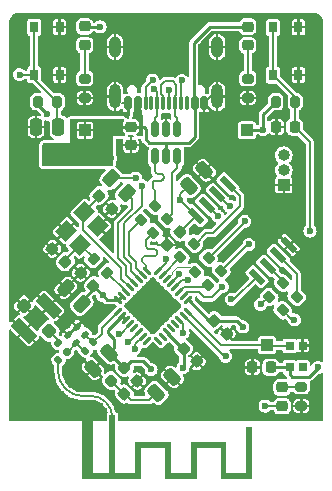
<source format=gtl>
G04 #@! TF.GenerationSoftware,KiCad,Pcbnew,8.0.7-8.0.7-0~ubuntu24.04.1*
G04 #@! TF.CreationDate,2025-01-06T18:45:37-05:00*
G04 #@! TF.ProjectId,ESP32_C3_LVGL_DEVBOARD,45535033-325f-4433-935f-4c56474c5f44,rev?*
G04 #@! TF.SameCoordinates,Original*
G04 #@! TF.FileFunction,Copper,L1,Top*
G04 #@! TF.FilePolarity,Positive*
%FSLAX46Y46*%
G04 Gerber Fmt 4.6, Leading zero omitted, Abs format (unit mm)*
G04 Created by KiCad (PCBNEW 8.0.7-8.0.7-0~ubuntu24.04.1) date 2025-01-06 18:45:37*
%MOMM*%
%LPD*%
G01*
G04 APERTURE LIST*
G04 Aperture macros list*
%AMRoundRect*
0 Rectangle with rounded corners*
0 $1 Rounding radius*
0 $2 $3 $4 $5 $6 $7 $8 $9 X,Y pos of 4 corners*
0 Add a 4 corners polygon primitive as box body*
4,1,4,$2,$3,$4,$5,$6,$7,$8,$9,$2,$3,0*
0 Add four circle primitives for the rounded corners*
1,1,$1+$1,$2,$3*
1,1,$1+$1,$4,$5*
1,1,$1+$1,$6,$7*
1,1,$1+$1,$8,$9*
0 Add four rect primitives between the rounded corners*
20,1,$1+$1,$2,$3,$4,$5,0*
20,1,$1+$1,$4,$5,$6,$7,0*
20,1,$1+$1,$6,$7,$8,$9,0*
20,1,$1+$1,$8,$9,$2,$3,0*%
%AMRotRect*
0 Rectangle, with rotation*
0 The origin of the aperture is its center*
0 $1 length*
0 $2 width*
0 $3 Rotation angle, in degrees counterclockwise*
0 Add horizontal line*
21,1,$1,$2,0,0,$3*%
G04 Aperture macros list end*
G04 #@! TA.AperFunction,EtchedComponent*
%ADD10C,0.000000*%
G04 #@! TD*
G04 #@! TA.AperFunction,SMDPad,CuDef*
%ADD11RoundRect,0.225000X-0.335876X-0.017678X-0.017678X-0.335876X0.335876X0.017678X0.017678X0.335876X0*%
G04 #@! TD*
G04 #@! TA.AperFunction,SMDPad,CuDef*
%ADD12RoundRect,0.200000X-0.335876X-0.053033X-0.053033X-0.335876X0.335876X0.053033X0.053033X0.335876X0*%
G04 #@! TD*
G04 #@! TA.AperFunction,SMDPad,CuDef*
%ADD13R,1.000000X1.000000*%
G04 #@! TD*
G04 #@! TA.AperFunction,SMDPad,CuDef*
%ADD14RoundRect,0.225000X0.225000X0.250000X-0.225000X0.250000X-0.225000X-0.250000X0.225000X-0.250000X0*%
G04 #@! TD*
G04 #@! TA.AperFunction,SMDPad,CuDef*
%ADD15RoundRect,0.200000X-0.275000X0.200000X-0.275000X-0.200000X0.275000X-0.200000X0.275000X0.200000X0*%
G04 #@! TD*
G04 #@! TA.AperFunction,SMDPad,CuDef*
%ADD16RoundRect,0.225000X-0.017678X0.335876X-0.335876X0.017678X0.017678X-0.335876X0.335876X-0.017678X0*%
G04 #@! TD*
G04 #@! TA.AperFunction,SMDPad,CuDef*
%ADD17RoundRect,0.200000X0.053033X-0.335876X0.335876X-0.053033X-0.053033X0.335876X-0.335876X0.053033X0*%
G04 #@! TD*
G04 #@! TA.AperFunction,SMDPad,CuDef*
%ADD18R,0.650000X0.950000*%
G04 #@! TD*
G04 #@! TA.AperFunction,SMDPad,CuDef*
%ADD19RoundRect,0.200000X-0.053033X0.335876X-0.335876X0.053033X0.053033X-0.335876X0.335876X-0.053033X0*%
G04 #@! TD*
G04 #@! TA.AperFunction,SMDPad,CuDef*
%ADD20RoundRect,0.218750X0.256250X-0.218750X0.256250X0.218750X-0.256250X0.218750X-0.256250X-0.218750X0*%
G04 #@! TD*
G04 #@! TA.AperFunction,ComponentPad*
%ADD21R,1.000000X1.000000*%
G04 #@! TD*
G04 #@! TA.AperFunction,ComponentPad*
%ADD22O,1.000000X1.000000*%
G04 #@! TD*
G04 #@! TA.AperFunction,SMDPad,CuDef*
%ADD23RoundRect,0.147500X0.017678X-0.226274X0.226274X-0.017678X-0.017678X0.226274X-0.226274X0.017678X0*%
G04 #@! TD*
G04 #@! TA.AperFunction,SMDPad,CuDef*
%ADD24RotRect,1.400000X1.200000X45.000000*%
G04 #@! TD*
G04 #@! TA.AperFunction,SMDPad,CuDef*
%ADD25RoundRect,0.140000X0.219203X0.021213X0.021213X0.219203X-0.219203X-0.021213X-0.021213X-0.219203X0*%
G04 #@! TD*
G04 #@! TA.AperFunction,SMDPad,CuDef*
%ADD26RoundRect,0.225000X0.335876X0.017678X0.017678X0.335876X-0.335876X-0.017678X-0.017678X-0.335876X0*%
G04 #@! TD*
G04 #@! TA.AperFunction,SMDPad,CuDef*
%ADD27RoundRect,0.250000X0.503814X0.132583X0.132583X0.503814X-0.503814X-0.132583X-0.132583X-0.503814X0*%
G04 #@! TD*
G04 #@! TA.AperFunction,SMDPad,CuDef*
%ADD28RoundRect,0.150000X-0.150000X0.512500X-0.150000X-0.512500X0.150000X-0.512500X0.150000X0.512500X0*%
G04 #@! TD*
G04 #@! TA.AperFunction,SMDPad,CuDef*
%ADD29RoundRect,0.250000X0.159099X-0.512652X0.512652X-0.159099X-0.159099X0.512652X-0.512652X0.159099X0*%
G04 #@! TD*
G04 #@! TA.AperFunction,SMDPad,CuDef*
%ADD30RoundRect,0.250000X0.512652X0.159099X0.159099X0.512652X-0.512652X-0.159099X-0.159099X-0.512652X0*%
G04 #@! TD*
G04 #@! TA.AperFunction,SMDPad,CuDef*
%ADD31RoundRect,0.250000X-0.159099X0.512652X-0.512652X0.159099X0.159099X-0.512652X0.512652X-0.159099X0*%
G04 #@! TD*
G04 #@! TA.AperFunction,SMDPad,CuDef*
%ADD32RoundRect,0.160000X0.000000X0.226274X-0.226274X0.000000X0.000000X-0.226274X0.226274X0.000000X0*%
G04 #@! TD*
G04 #@! TA.AperFunction,SMDPad,CuDef*
%ADD33RoundRect,0.135000X0.226274X0.035355X0.035355X0.226274X-0.226274X-0.035355X-0.035355X-0.226274X0*%
G04 #@! TD*
G04 #@! TA.AperFunction,SMDPad,CuDef*
%ADD34RoundRect,0.135000X-0.035355X0.226274X-0.226274X0.035355X0.035355X-0.226274X0.226274X-0.035355X0*%
G04 #@! TD*
G04 #@! TA.AperFunction,SMDPad,CuDef*
%ADD35RoundRect,0.200000X0.200000X0.275000X-0.200000X0.275000X-0.200000X-0.275000X0.200000X-0.275000X0*%
G04 #@! TD*
G04 #@! TA.AperFunction,SMDPad,CuDef*
%ADD36RoundRect,0.250000X0.250000X0.475000X-0.250000X0.475000X-0.250000X-0.475000X0.250000X-0.475000X0*%
G04 #@! TD*
G04 #@! TA.AperFunction,SMDPad,CuDef*
%ADD37RoundRect,0.218750X0.026517X-0.335876X0.335876X-0.026517X-0.026517X0.335876X-0.335876X0.026517X0*%
G04 #@! TD*
G04 #@! TA.AperFunction,SMDPad,CuDef*
%ADD38RoundRect,0.218750X-0.256250X0.218750X-0.256250X-0.218750X0.256250X-0.218750X0.256250X0.218750X0*%
G04 #@! TD*
G04 #@! TA.AperFunction,SMDPad,CuDef*
%ADD39RoundRect,0.062500X-0.220971X-0.309359X0.309359X0.220971X0.220971X0.309359X-0.309359X-0.220971X0*%
G04 #@! TD*
G04 #@! TA.AperFunction,SMDPad,CuDef*
%ADD40RoundRect,0.062500X0.220971X-0.309359X0.309359X-0.220971X-0.220971X0.309359X-0.309359X0.220971X0*%
G04 #@! TD*
G04 #@! TA.AperFunction,HeatsinkPad*
%ADD41RotRect,3.450000X3.450000X45.000000*%
G04 #@! TD*
G04 #@! TA.AperFunction,SMDPad,CuDef*
%ADD42RotRect,1.524000X0.533400X135.000000*%
G04 #@! TD*
G04 #@! TA.AperFunction,SMDPad,CuDef*
%ADD43RoundRect,0.100000X0.000000X0.565685X-0.565685X0.000000X0.000000X-0.565685X0.565685X0.000000X0*%
G04 #@! TD*
G04 #@! TA.AperFunction,SMDPad,CuDef*
%ADD44RoundRect,0.105000X-0.406586X1.000556X-1.000556X0.406586X0.406586X-1.000556X1.000556X-0.406586X0*%
G04 #@! TD*
G04 #@! TA.AperFunction,SMDPad,CuDef*
%ADD45RoundRect,0.150000X0.150000X0.425000X-0.150000X0.425000X-0.150000X-0.425000X0.150000X-0.425000X0*%
G04 #@! TD*
G04 #@! TA.AperFunction,SMDPad,CuDef*
%ADD46RoundRect,0.075000X0.075000X0.500000X-0.075000X0.500000X-0.075000X-0.500000X0.075000X-0.500000X0*%
G04 #@! TD*
G04 #@! TA.AperFunction,ComponentPad*
%ADD47O,1.000000X2.100000*%
G04 #@! TD*
G04 #@! TA.AperFunction,ComponentPad*
%ADD48O,1.000000X1.800000*%
G04 #@! TD*
G04 #@! TA.AperFunction,SMDPad,CuDef*
%ADD49R,0.700000X0.700000*%
G04 #@! TD*
G04 #@! TA.AperFunction,SMDPad,CuDef*
%ADD50RoundRect,0.225000X-0.250000X0.225000X-0.250000X-0.225000X0.250000X-0.225000X0.250000X0.225000X0*%
G04 #@! TD*
G04 #@! TA.AperFunction,SMDPad,CuDef*
%ADD51RoundRect,0.225000X0.017678X-0.335876X0.335876X-0.017678X-0.017678X0.335876X-0.335876X0.017678X0*%
G04 #@! TD*
G04 #@! TA.AperFunction,ConnectorPad*
%ADD52R,0.500000X0.500000*%
G04 #@! TD*
G04 #@! TA.AperFunction,ComponentPad*
%ADD53R,0.900000X0.500000*%
G04 #@! TD*
G04 #@! TA.AperFunction,ViaPad*
%ADD54C,0.400000*%
G04 #@! TD*
G04 #@! TA.AperFunction,ViaPad*
%ADD55C,0.600000*%
G04 #@! TD*
G04 #@! TA.AperFunction,Conductor*
%ADD56C,0.241300*%
G04 #@! TD*
G04 #@! TA.AperFunction,Conductor*
%ADD57C,0.200000*%
G04 #@! TD*
G04 #@! TA.AperFunction,Conductor*
%ADD58C,0.203200*%
G04 #@! TD*
G04 #@! TA.AperFunction,Conductor*
%ADD59C,0.101600*%
G04 #@! TD*
G04 #@! TA.AperFunction,Conductor*
%ADD60C,0.156464*%
G04 #@! TD*
G04 APERTURE END LIST*
D10*
G04 #@! TA.AperFunction,EtchedComponent*
G36*
X147800000Y-104700000D02*
G01*
X149200000Y-104700000D01*
X149200000Y-99800000D01*
X149700000Y-99800000D01*
X149700000Y-104700000D01*
X151400000Y-104700000D01*
X151400000Y-102060000D01*
X154400000Y-102060000D01*
X154400000Y-104700000D01*
X156100000Y-104700000D01*
X156100000Y-102060000D01*
X159100000Y-102060000D01*
X159100000Y-104700000D01*
X160800000Y-104700000D01*
X160800000Y-100760000D01*
X161300000Y-100760000D01*
X161300000Y-105200000D01*
X158600000Y-105200000D01*
X158600000Y-102560000D01*
X156600000Y-102560000D01*
X156600000Y-105200000D01*
X153900000Y-105200000D01*
X153900000Y-102560000D01*
X151900000Y-102560000D01*
X151900000Y-105200000D01*
X146900000Y-105200000D01*
X146900000Y-100043215D01*
X147202417Y-100043215D01*
X147207153Y-100091622D01*
X147226815Y-100136416D01*
X147261755Y-100173186D01*
X147294647Y-100190092D01*
X147342733Y-100197982D01*
X147392318Y-100191408D01*
X147437628Y-100171313D01*
X147472888Y-100138643D01*
X147489782Y-100106417D01*
X147498222Y-100058158D01*
X147491691Y-100008632D01*
X147471132Y-99963447D01*
X147437489Y-99928213D01*
X147418878Y-99917600D01*
X147373363Y-99904700D01*
X147324844Y-99903957D01*
X147282181Y-99916065D01*
X147274269Y-99920419D01*
X147236326Y-99953203D01*
X147212258Y-99995605D01*
X147202417Y-100043215D01*
X146900000Y-100043215D01*
X146900000Y-99800000D01*
X147800000Y-99800000D01*
X147800000Y-104700000D01*
G37*
G04 #@! TD.AperFunction*
D11*
X158025000Y-91775000D03*
X159121016Y-92871016D03*
D12*
X147849956Y-86526085D03*
X149016682Y-87692811D03*
D13*
X160850000Y-75652500D03*
D14*
X164875000Y-75370000D03*
X163325000Y-75370000D03*
D15*
X165450000Y-97347500D03*
X165450000Y-98997500D03*
D16*
X155133319Y-84259448D03*
X154037303Y-85355464D03*
D17*
X151846948Y-83230819D03*
X153013674Y-82064093D03*
D18*
X163040000Y-70970000D03*
X163040000Y-66930000D03*
X165200000Y-70970000D03*
X165200000Y-66930000D03*
D19*
X158666726Y-87583274D03*
X157500000Y-88750000D03*
D20*
X160900000Y-68442500D03*
X160900000Y-66867500D03*
D14*
X162850000Y-95725000D03*
X161300000Y-95725000D03*
D11*
X148312303Y-81188432D03*
X149408319Y-82284448D03*
X155476992Y-94126992D03*
X156573008Y-95223008D03*
D21*
X163950000Y-80300000D03*
D22*
X163950000Y-79030000D03*
X163950000Y-77760000D03*
D23*
X147150000Y-94300000D03*
X147835894Y-93614106D03*
D13*
X147140000Y-75652500D03*
D19*
X157583363Y-86466637D03*
X156416637Y-87633363D03*
X163893674Y-88574093D03*
X162726948Y-89740819D03*
D24*
X146704676Y-85342075D03*
X148260311Y-83786440D03*
X147058230Y-82584359D03*
X145502595Y-84139994D03*
D25*
X146402358Y-93646464D03*
X145723536Y-92967642D03*
D26*
X145456327Y-86782456D03*
X144360311Y-85686440D03*
D27*
X150645235Y-80995235D03*
X149354765Y-79704765D03*
D28*
X154950000Y-75562500D03*
X154000000Y-75562500D03*
X153050000Y-75562500D03*
X153050000Y-77837500D03*
X154000000Y-77837500D03*
X154950000Y-77837500D03*
D13*
X162525000Y-93825000D03*
D19*
X156358363Y-85241637D03*
X155191637Y-86408363D03*
D29*
X153178249Y-97871751D03*
X154521751Y-96528249D03*
D30*
X146843502Y-90343502D03*
X145500000Y-89000000D03*
D31*
X149146751Y-94478249D03*
X147803249Y-95821751D03*
D32*
X145590071Y-94386837D03*
D33*
X144865287Y-93647911D03*
D34*
X144868822Y-95108086D03*
D35*
X144770000Y-73230000D03*
X143120000Y-73230000D03*
D19*
X154088674Y-83139093D03*
X152921948Y-84305819D03*
D18*
X142820000Y-70960000D03*
X142820000Y-66920000D03*
X144980000Y-70960000D03*
X144980000Y-66920000D03*
D26*
X147846016Y-88796016D03*
X146750000Y-87700000D03*
D36*
X144875000Y-75370000D03*
X142975000Y-75370000D03*
D37*
X149343153Y-96856847D03*
X150456847Y-95743153D03*
D25*
X147131769Y-92945875D03*
X146452947Y-92267053D03*
D38*
X163810000Y-97425000D03*
X163810000Y-99000000D03*
D39*
X149899301Y-90993592D03*
X150252855Y-91347145D03*
X150606408Y-91700699D03*
X150959962Y-92054252D03*
X151313515Y-92407805D03*
X151667068Y-92761359D03*
X152020622Y-93114912D03*
X152374175Y-93468466D03*
D40*
X153346447Y-93468466D03*
X153700000Y-93114912D03*
X154053554Y-92761359D03*
X154407107Y-92407805D03*
X154760660Y-92054252D03*
X155114214Y-91700699D03*
X155467767Y-91347145D03*
X155821321Y-90993592D03*
D39*
X155821321Y-90021320D03*
X155467767Y-89667767D03*
X155114214Y-89314213D03*
X154760660Y-88960660D03*
X154407107Y-88607107D03*
X154053554Y-88253553D03*
X153700000Y-87900000D03*
X153346447Y-87546446D03*
D40*
X152374175Y-87546446D03*
X152020622Y-87900000D03*
X151667068Y-88253553D03*
X151313515Y-88607107D03*
X150959962Y-88960660D03*
X150606408Y-89314213D03*
X150252855Y-89667767D03*
X149899301Y-90021320D03*
D41*
X152860311Y-90507456D03*
D35*
X164925000Y-73230000D03*
X163275000Y-73230000D03*
D29*
X155900000Y-80375000D03*
X157243502Y-79031498D03*
D42*
X161690606Y-88031828D03*
X162588632Y-87133802D03*
X163486657Y-86235777D03*
X164384683Y-85337751D03*
X159230016Y-80183084D03*
X158331990Y-81081110D03*
X157433965Y-81979135D03*
X156535939Y-82877161D03*
D15*
X147090000Y-71272500D03*
X147090000Y-72922500D03*
D43*
X144075000Y-92625000D03*
D44*
X141971357Y-92607323D03*
D43*
X141953680Y-90503680D03*
D44*
X144057323Y-90521357D03*
D45*
X157200000Y-73360000D03*
X156400000Y-73360000D03*
D46*
X155250000Y-73360000D03*
X154250000Y-73360000D03*
X153750000Y-73360000D03*
X152750000Y-73360000D03*
D45*
X151600000Y-73360000D03*
X150800000Y-73360000D03*
X150800000Y-73360000D03*
X151600000Y-73360000D03*
D46*
X152250000Y-73360000D03*
X153250000Y-73360000D03*
X154750000Y-73360000D03*
X155750000Y-73360000D03*
D45*
X156400000Y-73360000D03*
X157200000Y-73360000D03*
D47*
X158320000Y-72785000D03*
D48*
X158320000Y-68605000D03*
D47*
X149680000Y-72785000D03*
D48*
X149680000Y-68605000D03*
D15*
X160900000Y-71272500D03*
X160900000Y-72922500D03*
D20*
X147090000Y-68432500D03*
X147090000Y-66857500D03*
D49*
X164450000Y-95715000D03*
X165550000Y-95715000D03*
X165550000Y-93885000D03*
X164450000Y-93885000D03*
D50*
X151000000Y-75355000D03*
X151000000Y-76905000D03*
D51*
X150451992Y-97973008D03*
X151548008Y-96876992D03*
D19*
X165043674Y-89724093D03*
X163876948Y-90890819D03*
D52*
X149450000Y-100050000D03*
D53*
X147350000Y-100050000D03*
D54*
X152860311Y-90507456D03*
X149840000Y-99290000D03*
X149570000Y-98720000D03*
X148800000Y-99350000D03*
X149150000Y-98230000D03*
X148640000Y-97870000D03*
X147325000Y-97625000D03*
X147930000Y-98670000D03*
X147340000Y-98625000D03*
X148460000Y-98940000D03*
X145925000Y-97275000D03*
X146540000Y-97600000D03*
X145546014Y-98238716D03*
X146725000Y-98625000D03*
X147990000Y-97670000D03*
X146050000Y-98500000D03*
X145400000Y-96375000D03*
X145575000Y-96875000D03*
X145375000Y-95850000D03*
X144375000Y-96400000D03*
X144475000Y-96900000D03*
X144754859Y-97447432D03*
X144368972Y-95850000D03*
X145150000Y-97925000D03*
D55*
X162741667Y-84491750D03*
X153141667Y-69291750D03*
X144341667Y-82091750D03*
X143541667Y-98891750D03*
X142741667Y-81291750D03*
X165941667Y-69291750D03*
X145141667Y-69291750D03*
X142741667Y-82091750D03*
X141941667Y-99691750D03*
X165141667Y-82091750D03*
X143541667Y-96491750D03*
X143541667Y-81291750D03*
X142741667Y-78891750D03*
X152341667Y-66891750D03*
X142741667Y-96491750D03*
X154741667Y-67691750D03*
X142741667Y-99691750D03*
X143541667Y-82891750D03*
X153141667Y-66891750D03*
X142741667Y-84491750D03*
D54*
X152825000Y-89675000D03*
D55*
X165141667Y-69291750D03*
X154741667Y-69291750D03*
D54*
X152000000Y-90450000D03*
D55*
X141941667Y-98091750D03*
X143541667Y-83691750D03*
X143541667Y-98091750D03*
X141941667Y-94891750D03*
X145941667Y-99691750D03*
X144341667Y-68491750D03*
X153141667Y-68491750D03*
X154741667Y-98091750D03*
X143541667Y-95691750D03*
X142741667Y-95691750D03*
D54*
X153700000Y-90500000D03*
D55*
X155541667Y-66891750D03*
X142741667Y-79691750D03*
X144341667Y-98891750D03*
X142741667Y-77291750D03*
X144341667Y-69291750D03*
X149941667Y-66891750D03*
X143541667Y-79691750D03*
X165141667Y-68491750D03*
X164341667Y-69291750D03*
X141941667Y-96491750D03*
X151800000Y-78000000D03*
X145141667Y-68491750D03*
X143541667Y-80491750D03*
X143541667Y-94891750D03*
X153941667Y-69291750D03*
X153941667Y-67691750D03*
X153141667Y-67691750D03*
X151541667Y-67691750D03*
X149300000Y-84450000D03*
X141941667Y-95691750D03*
X142741667Y-78091750D03*
X143541667Y-82091750D03*
X151541667Y-68491750D03*
X153941667Y-68491750D03*
X161941667Y-97291750D03*
X142741667Y-94891750D03*
X165941667Y-68491750D03*
X152341667Y-68491750D03*
X142741667Y-98891750D03*
X143541667Y-99691750D03*
X144341667Y-99691750D03*
X145141667Y-82091750D03*
X161141667Y-97291750D03*
X164341667Y-68491750D03*
X141941667Y-97291750D03*
D54*
X152875000Y-91350000D03*
D55*
X154050000Y-74450000D03*
X151541667Y-66891750D03*
X141941667Y-98891750D03*
X151541667Y-69291750D03*
X154741667Y-68491750D03*
X152341667Y-67691750D03*
X142741667Y-88491750D03*
X154741667Y-66891750D03*
X145141667Y-99691750D03*
X157300000Y-77300000D03*
X142741667Y-82891750D03*
X142741667Y-83691750D03*
X152341667Y-69291750D03*
X141941667Y-88491750D03*
X143541667Y-97291750D03*
X141941667Y-87691750D03*
X142741667Y-80491750D03*
X142741667Y-98091750D03*
X142741667Y-97291750D03*
X150741667Y-66891750D03*
X153941667Y-66891750D03*
X149300000Y-78000000D03*
X166850000Y-95725000D03*
X154250000Y-72200000D03*
X152993109Y-72187098D03*
X143925000Y-74275000D03*
X162200000Y-75600000D03*
X160489326Y-92300000D03*
X148630000Y-89620000D03*
X152725000Y-95883363D03*
X148400000Y-66900000D03*
X155425000Y-95750000D03*
X150800000Y-93550000D03*
X155425000Y-92775000D03*
X166175000Y-84175000D03*
X159025000Y-94775000D03*
X155200000Y-81550000D03*
X158750000Y-88900000D03*
X164850000Y-91700000D03*
X155858718Y-88348236D03*
X151923331Y-80329785D03*
X159525000Y-89950000D03*
X155113987Y-87807062D03*
X153975000Y-86550000D03*
X162000000Y-90400000D03*
X151430000Y-79700000D03*
X152850000Y-71400000D03*
X155325000Y-71425000D03*
X158375000Y-82925000D03*
X161000000Y-85300000D03*
X159375000Y-82075000D03*
X160650000Y-83350000D03*
X151338140Y-94141954D03*
X141600000Y-70950000D03*
X150000000Y-92875000D03*
X162375000Y-99000000D03*
D56*
X148630000Y-89620000D02*
X149031320Y-90021320D01*
X149031320Y-90021320D02*
X149899301Y-90021320D01*
X148630000Y-89620000D02*
X148630000Y-89580000D01*
X148630000Y-89580000D02*
X147846016Y-88796016D01*
D57*
X153050000Y-78964624D02*
X153050000Y-77837500D01*
X153013674Y-82064093D02*
X153050000Y-82027767D01*
X153290000Y-79924624D02*
X153544081Y-79924624D01*
X153544081Y-79324624D02*
X153290000Y-79324624D01*
X153050000Y-79924624D02*
X153290000Y-79924624D01*
X153050000Y-79084624D02*
X153050000Y-78964624D01*
X153784081Y-79684624D02*
X153784081Y-79564624D01*
X152950000Y-79924624D02*
X153050000Y-79924624D01*
X152850000Y-80564624D02*
X152850000Y-80024624D01*
X153050000Y-82027767D02*
X153050000Y-80764624D01*
X153544081Y-79924624D02*
G75*
G03*
X153784124Y-79684624I19J240024D01*
G01*
X152850000Y-80024624D02*
G75*
G02*
X152950000Y-79924600I100000J24D01*
G01*
X152950000Y-80664624D02*
G75*
G02*
X152849976Y-80564624I0J100024D01*
G01*
X153784081Y-79564624D02*
G75*
G03*
X153544081Y-79324619I-239981J24D01*
G01*
X153050000Y-80764624D02*
G75*
G03*
X152950000Y-80664600I-100000J24D01*
G01*
X153290000Y-79324624D02*
G75*
G02*
X153049976Y-79084624I0J240024D01*
G01*
D58*
X154000000Y-75562500D02*
X154000000Y-74500000D01*
X154000000Y-74500000D02*
X154050000Y-74450000D01*
X157200000Y-73360000D02*
X158320000Y-72240000D01*
D57*
X165312500Y-99002500D02*
X165390000Y-98925000D01*
D58*
X158320000Y-72240000D02*
X158320000Y-68605000D01*
D56*
X152550000Y-76700000D02*
X152250000Y-76400000D01*
X152080000Y-75355000D02*
X151000000Y-75355000D01*
X156400000Y-73360000D02*
X156344350Y-73304350D01*
X155900000Y-76700000D02*
X156400000Y-76200000D01*
X154000000Y-77837500D02*
X154000000Y-76700000D01*
X149845000Y-75355000D02*
X151000000Y-75355000D01*
X166106300Y-96500000D02*
X164643700Y-96500000D01*
X153672378Y-76700000D02*
X155900000Y-76700000D01*
X164643700Y-96500000D02*
X164450000Y-96306300D01*
X156344350Y-73304350D02*
X156344350Y-68230650D01*
X157707500Y-66867500D02*
X160900000Y-66867500D01*
X152250000Y-76400000D02*
X152250000Y-75525000D01*
X152250000Y-75525000D02*
X152080000Y-75355000D01*
X166850000Y-95756300D02*
X166106300Y-96500000D01*
X154000000Y-76700000D02*
X153672378Y-76700000D01*
X156400000Y-76200000D02*
X156400000Y-73360000D01*
X153672378Y-76700000D02*
X152550000Y-76700000D01*
X149300000Y-78000000D02*
X149300000Y-75900000D01*
X166850000Y-95725000D02*
X166850000Y-95756300D01*
X156344350Y-68230650D02*
X157707500Y-66867500D01*
X164450000Y-96306300D02*
X164450000Y-95715000D01*
X164450000Y-95715000D02*
X162860000Y-95715000D01*
X162860000Y-95715000D02*
X162850000Y-95725000D01*
X149300000Y-75900000D02*
X149845000Y-75355000D01*
D58*
X153201600Y-73311600D02*
X153250000Y-73360000D01*
D57*
X153250000Y-74450000D02*
X153250000Y-73360000D01*
X153200000Y-72393989D02*
X152993109Y-72187098D01*
X153250000Y-73360000D02*
X153200000Y-73310000D01*
X153050000Y-75562500D02*
X153050000Y-74650000D01*
D58*
X154250000Y-73360000D02*
X154250000Y-72200000D01*
D57*
X153200000Y-73310000D02*
X153200000Y-72393989D01*
X153050000Y-74650000D02*
X153250000Y-74450000D01*
X154088674Y-83139093D02*
X154475000Y-82752767D01*
X154475000Y-79306251D02*
X154950000Y-78831251D01*
X154475000Y-82752767D02*
X154475000Y-79306251D01*
X154950000Y-78831251D02*
X154950000Y-77837500D01*
X153600000Y-71800000D02*
X153600000Y-72602590D01*
X154850000Y-71798529D02*
X154551471Y-71500000D01*
X153900000Y-71500000D02*
X153600000Y-71800000D01*
X153750000Y-72752590D02*
X153750000Y-73360000D01*
X154950000Y-74650000D02*
X154750000Y-74450000D01*
X154750000Y-72752590D02*
X154850000Y-72652590D01*
X154551471Y-71500000D02*
X153900000Y-71500000D01*
X153600000Y-72602590D02*
X153750000Y-72752590D01*
X154850000Y-72652590D02*
X154850000Y-71798529D01*
X154950000Y-75562500D02*
X154950000Y-74650000D01*
X154750000Y-73360000D02*
X154750000Y-72752590D01*
X154750000Y-74450000D02*
X154750000Y-73360000D01*
D56*
X154053554Y-92761359D02*
X154053554Y-92778554D01*
X155425000Y-95750000D02*
X155476992Y-95698008D01*
X147132500Y-66900000D02*
X147090000Y-66857500D01*
X143120000Y-73470000D02*
X143120000Y-73230000D01*
X155896320Y-90021320D02*
X157650000Y-91775000D01*
X147846016Y-89078984D02*
X146843502Y-90081498D01*
X150252855Y-91347145D02*
X150252855Y-91347146D01*
X150252855Y-89667767D02*
X150252854Y-89667767D01*
X146843502Y-90081498D02*
X146843502Y-90343502D01*
X152716637Y-95875000D02*
X152725000Y-95883363D01*
X150252854Y-89667767D02*
X149899301Y-90021320D01*
X157650000Y-91775000D02*
X158025000Y-91775000D01*
X149071751Y-92824483D02*
X149600000Y-93352732D01*
X158025000Y-91775000D02*
X159964326Y-91775000D01*
X155476992Y-95698008D02*
X155476992Y-94126992D01*
X148400000Y-66900000D02*
X147132500Y-66900000D01*
X147846016Y-88796016D02*
X147846016Y-89078984D01*
X162200000Y-75600000D02*
X162200000Y-74305000D01*
X149146751Y-94478249D02*
X149191943Y-94478249D01*
X150252855Y-91347145D02*
X149071751Y-92528249D01*
X143925000Y-74275000D02*
X143120000Y-73470000D01*
X154053554Y-92778554D02*
X155401992Y-94126992D01*
X162200000Y-75600000D02*
X160902500Y-75600000D01*
X150252855Y-91347146D02*
X150606408Y-91700699D01*
X162200000Y-74305000D02*
X163275000Y-73230000D01*
X149071751Y-92528249D02*
X149071751Y-92824483D01*
X151000000Y-95200000D02*
X150456847Y-95743153D01*
X152041637Y-95200000D02*
X151000000Y-95200000D01*
X155821321Y-90021320D02*
X155896320Y-90021320D01*
X149191943Y-94478249D02*
X150456847Y-95743153D01*
X147892032Y-88750000D02*
X147846016Y-88796016D01*
X160902500Y-75600000D02*
X160850000Y-75652500D01*
X159964326Y-91775000D02*
X160489326Y-92300000D01*
X149600000Y-93352732D02*
X149600000Y-94025000D01*
X152725000Y-95883363D02*
X152041637Y-95200000D01*
X149600000Y-94025000D02*
X149146751Y-94478249D01*
X155401992Y-94126992D02*
X155476992Y-94126992D01*
D57*
X150606408Y-89314213D02*
X150606408Y-89282537D01*
X150606408Y-89282537D02*
X149016682Y-87692811D01*
X150878427Y-93550000D02*
X150800000Y-93550000D01*
X151667068Y-92761359D02*
X150878427Y-93550000D01*
X151100000Y-82316063D02*
X151100000Y-81450000D01*
X149950000Y-86460443D02*
X149950000Y-83466063D01*
X151313515Y-88607107D02*
X150600000Y-87893592D01*
X150600000Y-87110443D02*
X149950000Y-86460443D01*
X149950000Y-83466063D02*
X151100000Y-82316063D01*
X150600000Y-87893592D02*
X150600000Y-87110443D01*
X151100000Y-81450000D02*
X150645235Y-80995235D01*
X155425000Y-92775000D02*
X155433744Y-92766256D01*
X155433744Y-92020229D02*
X155114214Y-91700699D01*
X155433744Y-92766256D02*
X155433744Y-92020229D01*
X164925000Y-73230000D02*
X164925000Y-73375000D01*
X159025000Y-94775000D02*
X158895622Y-94775000D01*
X166175000Y-84175000D02*
X166175000Y-76670000D01*
X164875000Y-73425000D02*
X164875000Y-75370000D01*
X163040000Y-66930000D02*
X163040000Y-70970000D01*
X158895622Y-94775000D02*
X155467767Y-91347145D01*
X164925000Y-72855000D02*
X164925000Y-73230000D01*
X166175000Y-76670000D02*
X164875000Y-75370000D01*
X164925000Y-73375000D02*
X164875000Y-73425000D01*
X163040000Y-70970000D02*
X164925000Y-72855000D01*
X155316637Y-86533363D02*
X155191637Y-86408363D01*
X155191637Y-86408363D02*
X153700000Y-87900000D01*
X156748236Y-89348236D02*
X155787298Y-89348236D01*
X155200000Y-81550000D02*
X155200000Y-81075000D01*
X155208778Y-81550000D02*
X156535939Y-82877161D01*
X155153652Y-84259448D02*
X156535939Y-82877161D01*
X158750000Y-88900000D02*
X157850000Y-89800000D01*
X157200000Y-89800000D02*
X156748236Y-89348236D01*
X155787298Y-89348236D02*
X155467767Y-89667767D01*
X155133319Y-84259448D02*
X155153652Y-84259448D01*
X155200000Y-81075000D02*
X155900000Y-80375000D01*
X155200000Y-81550000D02*
X155208778Y-81550000D01*
X157850000Y-89800000D02*
X157200000Y-89800000D01*
X164686129Y-91700000D02*
X163876948Y-90890819D01*
X164850000Y-91700000D02*
X164686129Y-91700000D01*
X155858718Y-88348236D02*
X155373084Y-88348236D01*
X155373084Y-88348236D02*
X154760660Y-88960660D01*
X151000000Y-87586485D02*
X151000000Y-86944757D01*
X151667068Y-88253553D02*
X151000000Y-87586485D01*
X151000000Y-86944757D02*
X150450000Y-86394757D01*
X150450000Y-86394757D02*
X150450000Y-83531749D01*
X151923331Y-82058418D02*
X151923331Y-80329785D01*
X150450000Y-83531749D02*
X151923331Y-82058418D01*
X155113987Y-87807062D02*
X155113987Y-87900227D01*
X155113987Y-87900227D02*
X154407107Y-88607107D01*
X159772434Y-89950000D02*
X161690606Y-88031828D01*
X159525000Y-89950000D02*
X159772434Y-89950000D01*
X157301764Y-88948236D02*
X155480191Y-88948236D01*
X157500000Y-88750000D02*
X157301764Y-88948236D01*
X155480191Y-88948236D02*
X155114214Y-89314213D01*
X162000000Y-90400000D02*
X162067767Y-90400000D01*
X153975000Y-86550000D02*
X153975000Y-86917893D01*
X153975000Y-86917893D02*
X153346447Y-87546446D01*
X162067767Y-90400000D02*
X162726948Y-89740819D01*
X146983319Y-84059448D02*
X146983319Y-82659270D01*
X146983319Y-82659270D02*
X147058230Y-82584359D01*
X148312303Y-81188432D02*
X148312303Y-81330286D01*
X148312303Y-81330286D02*
X147058230Y-82584359D01*
X150200000Y-88200698D02*
X150200000Y-87276129D01*
X150200000Y-87276129D02*
X146983319Y-84059448D01*
X150959962Y-88960660D02*
X150200000Y-88200698D01*
X156416637Y-87633363D02*
X156156431Y-87373157D01*
D59*
X156033274Y-87250000D02*
X156416637Y-87633363D01*
X154525000Y-87617100D02*
X154892100Y-87250000D01*
X154892100Y-87250000D02*
X156033274Y-87250000D01*
X154053554Y-88253553D02*
X154525000Y-87782107D01*
X154525000Y-87782107D02*
X154525000Y-87617100D01*
D57*
X144865287Y-93647911D02*
X144865287Y-93415287D01*
X144865287Y-93415287D02*
X144075000Y-92625000D01*
X149354765Y-79704765D02*
X151425235Y-79704765D01*
X151425235Y-79704765D02*
X151430000Y-79700000D01*
X152550000Y-98500000D02*
X153178249Y-97871751D01*
X150978984Y-98500000D02*
X152550000Y-98500000D01*
X150451992Y-97973008D02*
X150978984Y-98500000D01*
X149343153Y-96864169D02*
X150451992Y-97973008D01*
X160900000Y-68442500D02*
X160900000Y-71272500D01*
X147090000Y-68432500D02*
X147090000Y-71272500D01*
D58*
X164450000Y-93885000D02*
X162585000Y-93885000D01*
D59*
X162585000Y-93885000D02*
X162525000Y-93825000D01*
D57*
X158652729Y-93825000D02*
X162525000Y-93825000D01*
X155821321Y-90993592D02*
X158652729Y-93825000D01*
X145456327Y-86782456D02*
X145456327Y-86590424D01*
X147849956Y-86487355D02*
X146704676Y-85342075D01*
X145456327Y-86590424D02*
X146704676Y-85342075D01*
X147849956Y-86526085D02*
X147849956Y-86487355D01*
X147055894Y-94300000D02*
X146402358Y-93646464D01*
X145590071Y-94386837D02*
X145661985Y-94386837D01*
X147150000Y-94300000D02*
X147055894Y-94300000D01*
D60*
X145661985Y-94386837D02*
X146402358Y-93646464D01*
D57*
X152250000Y-72000000D02*
X152250000Y-73360000D01*
X152850000Y-71400000D02*
X152250000Y-72000000D01*
X155325000Y-71425000D02*
X155250000Y-71500000D01*
X155250000Y-71500000D02*
X155250000Y-73360000D01*
X158375000Y-82925000D02*
X158375000Y-82920170D01*
X158375000Y-82920170D02*
X157433965Y-81979135D01*
X160950000Y-85300000D02*
X161000000Y-85300000D01*
X158666726Y-87583274D02*
X160950000Y-85300000D01*
X165043674Y-89724093D02*
X165043674Y-87792794D01*
X165043674Y-87792794D02*
X163486657Y-86235777D01*
X160650000Y-83400000D02*
X157583363Y-86466637D01*
X159325880Y-82075000D02*
X158331990Y-81081110D01*
X160650000Y-83350000D02*
X160650000Y-83400000D01*
X159375000Y-82075000D02*
X159325880Y-82075000D01*
X156483363Y-85241637D02*
X157400000Y-84325000D01*
X157400000Y-84325000D02*
X158000000Y-84325000D01*
X158000000Y-84325000D02*
X160250000Y-82075000D01*
X156483363Y-85366637D02*
X156483363Y-85241637D01*
X160250000Y-82075000D02*
X160250000Y-81203068D01*
X160250000Y-81203068D02*
X159230016Y-80183084D01*
X163893674Y-88438844D02*
X162588632Y-87133802D01*
X163893674Y-88574093D02*
X163893674Y-88438844D01*
X142820000Y-66920000D02*
X142820000Y-70960000D01*
X151400000Y-93775000D02*
X151400000Y-94080094D01*
X152020622Y-93154378D02*
X151400000Y-93775000D01*
X151400000Y-94080094D02*
X151338140Y-94141954D01*
X144770000Y-75265000D02*
X144875000Y-75370000D01*
X142820000Y-70960000D02*
X142820000Y-71280000D01*
X142820000Y-71280000D02*
X144770000Y-73230000D01*
X142810000Y-70950000D02*
X142820000Y-70960000D01*
X152020622Y-93114912D02*
X152020622Y-93154378D01*
X144770000Y-73230000D02*
X144770000Y-75265000D01*
X141600000Y-70950000D02*
X142810000Y-70950000D01*
D60*
X149899301Y-90993592D02*
X148525000Y-92367893D01*
D57*
X147800000Y-93614106D02*
X147131769Y-92945875D01*
D60*
X148525000Y-92367893D02*
X148525000Y-92925000D01*
X148525000Y-92925000D02*
X147835894Y-93614106D01*
D57*
X147835894Y-93614106D02*
X147800000Y-93614106D01*
D60*
X144868822Y-96168822D02*
X144868822Y-95108086D01*
X148919669Y-98694669D02*
X148880330Y-98655330D01*
X147600000Y-98125000D02*
X146825000Y-98125000D01*
X149450000Y-99975000D02*
X149450000Y-100050000D01*
X145544669Y-97594669D02*
X145399152Y-97449152D01*
X144868822Y-96168822D02*
G75*
G03*
X145399159Y-97449144I1810678J22D01*
G01*
X145544669Y-97594669D02*
G75*
G03*
X146825000Y-98124988I1280331J1280369D01*
G01*
X147600000Y-98125000D02*
G75*
G02*
X148880338Y-98655321I0J-1810700D01*
G01*
X148919669Y-98694669D02*
G75*
G02*
X149449988Y-99975000I-1280369J-1280331D01*
G01*
D57*
X165372500Y-97425000D02*
X165450000Y-97347500D01*
X163810000Y-97425000D02*
X165372500Y-97425000D01*
X162375000Y-99000000D02*
X163810000Y-99000000D01*
X150139214Y-92875000D02*
X150000000Y-92875000D01*
X150959962Y-92054252D02*
X150139214Y-92875000D01*
X150850000Y-84227767D02*
X151846948Y-83230819D01*
X151425000Y-87269023D02*
X151425000Y-86804071D01*
X152020622Y-87900000D02*
X152020622Y-87864645D01*
X150850000Y-86229071D02*
X150850000Y-84227767D01*
X151425000Y-86804071D02*
X150850000Y-86229071D01*
X152020622Y-87864645D02*
X151425000Y-87269023D01*
X152296949Y-87504574D02*
X152338821Y-87546446D01*
X152921948Y-84305819D02*
X152296949Y-84930818D01*
X152296949Y-87290000D02*
X152296949Y-87504574D01*
X152536949Y-86315000D02*
X152296949Y-86315000D01*
X152993248Y-86315000D02*
X152536949Y-86315000D01*
X152536949Y-85715000D02*
X152993248Y-85715000D01*
X152338821Y-87546446D02*
X152374175Y-87546446D01*
X152296949Y-87093033D02*
X152296949Y-87290000D01*
X151940883Y-86493033D02*
X151940883Y-86736967D01*
X152296949Y-86315000D02*
X152118916Y-86315000D01*
X152296949Y-84930818D02*
X152296949Y-85475000D01*
X153233248Y-85955000D02*
X153233248Y-86075000D01*
X152296949Y-85475000D02*
G75*
G03*
X152536949Y-85714951I239951J0D01*
G01*
X151940883Y-86736967D02*
G75*
G03*
X152118916Y-86915017I178017J-33D01*
G01*
X152118916Y-86315000D02*
G75*
G03*
X151940900Y-86493033I-16J-178000D01*
G01*
X152118916Y-86915000D02*
G75*
G02*
X152296900Y-87093033I-16J-178000D01*
G01*
X152993248Y-85715000D02*
G75*
G02*
X153233200Y-85955000I-48J-240000D01*
G01*
X153233248Y-86075000D02*
G75*
G02*
X152993248Y-86315048I-240048J0D01*
G01*
G04 #@! TA.AperFunction,Conductor*
G36*
X151842539Y-72799685D02*
G01*
X151888294Y-72852489D01*
X151899500Y-72904000D01*
X151899500Y-73887129D01*
X151915486Y-73967498D01*
X151920158Y-73978777D01*
X151918866Y-73979312D01*
X151932166Y-74013684D01*
X152036989Y-74710000D01*
X151112065Y-74710000D01*
X151272840Y-73931510D01*
X151282870Y-73902148D01*
X151290573Y-73886393D01*
X151300500Y-73818260D01*
X151300500Y-72904000D01*
X151320185Y-72836961D01*
X151372989Y-72791206D01*
X151424500Y-72780000D01*
X151775500Y-72780000D01*
X151842539Y-72799685D01*
G37*
G04 #@! TD.AperFunction*
G04 #@! TA.AperFunction,Conductor*
G36*
X150388143Y-74728907D02*
G01*
X150424107Y-74778407D01*
X150424107Y-74839593D01*
X150405451Y-74870036D01*
X150406463Y-74870772D01*
X150401882Y-74877077D01*
X150340762Y-74997030D01*
X150325000Y-75096546D01*
X150325000Y-75254999D01*
X150325001Y-75255000D01*
X151674998Y-75255000D01*
X151674999Y-75254999D01*
X151674999Y-75096546D01*
X151659239Y-74997034D01*
X151659237Y-74997030D01*
X151598118Y-74877078D01*
X151502921Y-74781881D01*
X151382969Y-74720762D01*
X151382970Y-74720762D01*
X151315022Y-74710000D01*
X152036989Y-74710000D01*
X152038897Y-74722673D01*
X152040000Y-74737410D01*
X152040000Y-76001000D01*
X152021093Y-76059191D01*
X151971593Y-76095155D01*
X151941000Y-76100000D01*
X151570048Y-76100000D01*
X151511857Y-76081093D01*
X151475893Y-76031593D01*
X151475893Y-75970407D01*
X151500044Y-75930996D01*
X151598118Y-75832921D01*
X151659237Y-75712969D01*
X151675000Y-75613453D01*
X151675000Y-75455001D01*
X151674999Y-75455000D01*
X150325002Y-75455000D01*
X150325001Y-75455001D01*
X150325001Y-75613453D01*
X150325000Y-75613453D01*
X150340760Y-75712965D01*
X150340762Y-75712969D01*
X150401881Y-75832921D01*
X150499956Y-75930996D01*
X150527733Y-75985513D01*
X150518162Y-76045945D01*
X150474897Y-76089210D01*
X150429952Y-76100000D01*
X149460000Y-76100000D01*
X149460000Y-76100001D01*
X149460000Y-78601000D01*
X149441093Y-78659191D01*
X149391593Y-78695155D01*
X149361000Y-78700000D01*
X143609000Y-78700000D01*
X143550809Y-78681093D01*
X143514845Y-78631593D01*
X143510000Y-78601000D01*
X143510000Y-76859000D01*
X143528907Y-76800809D01*
X143578407Y-76764845D01*
X143609000Y-76760000D01*
X145819999Y-76760000D01*
X145820000Y-76760000D01*
X145820000Y-75752501D01*
X146440000Y-75752501D01*
X146440000Y-76172200D01*
X146451603Y-76230536D01*
X146495806Y-76296689D01*
X146495810Y-76296693D01*
X146561963Y-76340896D01*
X146620299Y-76352499D01*
X146620303Y-76352500D01*
X147039999Y-76352500D01*
X147040000Y-76352499D01*
X147040000Y-75752501D01*
X147240000Y-75752501D01*
X147240000Y-76352499D01*
X147240001Y-76352500D01*
X147659697Y-76352500D01*
X147659700Y-76352499D01*
X147718036Y-76340896D01*
X147784189Y-76296693D01*
X147784193Y-76296689D01*
X147828396Y-76230536D01*
X147839999Y-76172200D01*
X147840000Y-76172197D01*
X147840000Y-75752501D01*
X147839999Y-75752500D01*
X147240001Y-75752500D01*
X147240000Y-75752501D01*
X147040000Y-75752501D01*
X147039999Y-75752500D01*
X146440001Y-75752500D01*
X146440000Y-75752501D01*
X145820000Y-75752501D01*
X145820000Y-75132799D01*
X146440000Y-75132799D01*
X146440000Y-75552499D01*
X146440001Y-75552500D01*
X147039999Y-75552500D01*
X147040000Y-75552499D01*
X147040000Y-74952501D01*
X147240000Y-74952501D01*
X147240000Y-75552499D01*
X147240001Y-75552500D01*
X147839999Y-75552500D01*
X147840000Y-75552499D01*
X147840000Y-75132802D01*
X147839999Y-75132799D01*
X147828396Y-75074463D01*
X147784193Y-75008310D01*
X147784189Y-75008306D01*
X147718036Y-74964103D01*
X147659700Y-74952500D01*
X147240001Y-74952500D01*
X147240000Y-74952501D01*
X147040000Y-74952501D01*
X147039999Y-74952500D01*
X146620299Y-74952500D01*
X146561963Y-74964103D01*
X146495810Y-75008306D01*
X146495806Y-75008310D01*
X146451603Y-75074463D01*
X146440000Y-75132799D01*
X145820000Y-75132799D01*
X145820000Y-74809000D01*
X145838907Y-74750809D01*
X145888407Y-74714845D01*
X145919000Y-74710000D01*
X150329952Y-74710000D01*
X150388143Y-74728907D01*
G37*
G04 #@! TD.AperFunction*
G04 #@! TA.AperFunction,Conductor*
G36*
X166504842Y-65700977D02*
G01*
X166564184Y-65706821D01*
X166646271Y-65714906D01*
X166665302Y-65718691D01*
X166796628Y-65758528D01*
X166814551Y-65765953D01*
X166935581Y-65830645D01*
X166951710Y-65841421D01*
X167027196Y-65903371D01*
X167057794Y-65928482D01*
X167071517Y-65942205D01*
X167151092Y-66039168D01*
X167158575Y-66048285D01*
X167169357Y-66064422D01*
X167234045Y-66185445D01*
X167241472Y-66203375D01*
X167281307Y-66334694D01*
X167285093Y-66353728D01*
X167299023Y-66495156D01*
X167299500Y-66504860D01*
X167299500Y-95175269D01*
X167280593Y-95233460D01*
X167231093Y-95269424D01*
X167169907Y-95269424D01*
X167140233Y-95253811D01*
X167127628Y-95244138D01*
X167127626Y-95244137D01*
X167019856Y-95199498D01*
X166993710Y-95188668D01*
X166993709Y-95188667D01*
X166993710Y-95188667D01*
X166850001Y-95169748D01*
X166849999Y-95169748D01*
X166706290Y-95188667D01*
X166572375Y-95244137D01*
X166457380Y-95332376D01*
X166457376Y-95332380D01*
X166369137Y-95447375D01*
X166340966Y-95515387D01*
X166301229Y-95561912D01*
X166241735Y-95576196D01*
X166185207Y-95552781D01*
X166153237Y-95500612D01*
X166150502Y-95477501D01*
X166150502Y-95340327D01*
X166150502Y-95340326D01*
X166135968Y-95267259D01*
X166080602Y-95184398D01*
X165997741Y-95129032D01*
X165924674Y-95114498D01*
X165175326Y-95114498D01*
X165175325Y-95114498D01*
X165157181Y-95118107D01*
X165102259Y-95129032D01*
X165102257Y-95129032D01*
X165102257Y-95129033D01*
X165102255Y-95129034D01*
X165055002Y-95160608D01*
X164996114Y-95177217D01*
X164944998Y-95160608D01*
X164897744Y-95129034D01*
X164897742Y-95129033D01*
X164897741Y-95129032D01*
X164824674Y-95114498D01*
X164075326Y-95114498D01*
X164075325Y-95114498D01*
X164057181Y-95118107D01*
X164002259Y-95129032D01*
X164002257Y-95129032D01*
X164002257Y-95129033D01*
X164002255Y-95129034D01*
X163919400Y-95184396D01*
X163919396Y-95184400D01*
X163864034Y-95267255D01*
X163860303Y-95276264D01*
X163858328Y-95275446D01*
X163834754Y-95317544D01*
X163779190Y-95343161D01*
X163767551Y-95343848D01*
X163602320Y-95343848D01*
X163544129Y-95324941D01*
X163509563Y-95279447D01*
X163496630Y-95244773D01*
X163496627Y-95244769D01*
X163496627Y-95244768D01*
X163414691Y-95135316D01*
X163414690Y-95135315D01*
X163414688Y-95135312D01*
X163406300Y-95129033D01*
X163305230Y-95053372D01*
X163305225Y-95053369D01*
X163177115Y-95005586D01*
X163177114Y-95005585D01*
X163138896Y-95001477D01*
X163120486Y-94999498D01*
X162579514Y-94999498D01*
X162565706Y-95000982D01*
X162522885Y-95005585D01*
X162522884Y-95005586D01*
X162394774Y-95053369D01*
X162394769Y-95053372D01*
X162285316Y-95135308D01*
X162285308Y-95135316D01*
X162203372Y-95244769D01*
X162203369Y-95244774D01*
X162155586Y-95372884D01*
X162155585Y-95372885D01*
X162152402Y-95402500D01*
X162149498Y-95429514D01*
X162149498Y-96020486D01*
X162150266Y-96027626D01*
X162155585Y-96077114D01*
X162155586Y-96077115D01*
X162203369Y-96205225D01*
X162203372Y-96205230D01*
X162271845Y-96296699D01*
X162285312Y-96314688D01*
X162394773Y-96396630D01*
X162522885Y-96444414D01*
X162579514Y-96450502D01*
X162579517Y-96450502D01*
X163120483Y-96450502D01*
X163120486Y-96450502D01*
X163177115Y-96444414D01*
X163305227Y-96396630D01*
X163414688Y-96314688D01*
X163496630Y-96205227D01*
X163517022Y-96150553D01*
X163555072Y-96102641D01*
X163609779Y-96086152D01*
X163767551Y-96086152D01*
X163825742Y-96105059D01*
X163861706Y-96154559D01*
X163863513Y-96161488D01*
X163864031Y-96162737D01*
X163864032Y-96162741D01*
X163919398Y-96245602D01*
X164002259Y-96300968D01*
X164005995Y-96301711D01*
X164007441Y-96301999D01*
X164060825Y-96331896D01*
X164083752Y-96373472D01*
X164102762Y-96444413D01*
X164104141Y-96449560D01*
X164122025Y-96480535D01*
X164122025Y-96480537D01*
X164135161Y-96503288D01*
X164153004Y-96534193D01*
X164186978Y-96568167D01*
X164214754Y-96622682D01*
X164205183Y-96683114D01*
X164161918Y-96726379D01*
X164113781Y-96736581D01*
X164113781Y-96736998D01*
X164111814Y-96736998D01*
X164111677Y-96737027D01*
X164111136Y-96736998D01*
X164111130Y-96736998D01*
X163508870Y-96736998D01*
X163492064Y-96738804D01*
X163452978Y-96743006D01*
X163452977Y-96743007D01*
X163326549Y-96790162D01*
X163218530Y-96871024D01*
X163218524Y-96871030D01*
X163137662Y-96979049D01*
X163090507Y-97105477D01*
X163090506Y-97105478D01*
X163084498Y-97161373D01*
X163084498Y-97688626D01*
X163084497Y-97688626D01*
X163090506Y-97744521D01*
X163090507Y-97744522D01*
X163137662Y-97870950D01*
X163141920Y-97876638D01*
X163218527Y-97978973D01*
X163326549Y-98059837D01*
X163452978Y-98106993D01*
X163508870Y-98113002D01*
X163508874Y-98113002D01*
X164111126Y-98113002D01*
X164111130Y-98113002D01*
X164167022Y-98106993D01*
X164293451Y-98059837D01*
X164401473Y-97978973D01*
X164482337Y-97870951D01*
X164493917Y-97839905D01*
X164531968Y-97791991D01*
X164586675Y-97775502D01*
X164733386Y-97775502D01*
X164791577Y-97794409D01*
X164813038Y-97815710D01*
X164852849Y-97869651D01*
X164852850Y-97869652D01*
X164852852Y-97869654D01*
X164962115Y-97950294D01*
X164962116Y-97950294D01*
X164962117Y-97950295D01*
X165090300Y-97995148D01*
X165120725Y-97998001D01*
X165120727Y-97998002D01*
X165120734Y-97998002D01*
X165779273Y-97998002D01*
X165779273Y-97998001D01*
X165809700Y-97995148D01*
X165937883Y-97950295D01*
X166047151Y-97869651D01*
X166127795Y-97760383D01*
X166172648Y-97632200D01*
X166175501Y-97601773D01*
X166175502Y-97601773D01*
X166175502Y-97093227D01*
X166175501Y-97093225D01*
X166172648Y-97062800D01*
X166145076Y-96984006D01*
X166143704Y-96922837D01*
X166178547Y-96872542D01*
X166212894Y-96855683D01*
X166249560Y-96845859D01*
X166297769Y-96818025D01*
X166334193Y-96796996D01*
X166403296Y-96727893D01*
X166403297Y-96727890D01*
X166827316Y-96303870D01*
X166881831Y-96276095D01*
X166884360Y-96275728D01*
X166993710Y-96261332D01*
X167127626Y-96205862D01*
X167140231Y-96196189D01*
X167197905Y-96175764D01*
X167256572Y-96193140D01*
X167293820Y-96241680D01*
X167299500Y-96274730D01*
X167299500Y-100191000D01*
X167280593Y-100249191D01*
X167231093Y-100285155D01*
X167200500Y-100290000D01*
X150049502Y-100290000D01*
X149991311Y-100271093D01*
X149955347Y-100221593D01*
X149950502Y-100191000D01*
X149950502Y-99775327D01*
X149950502Y-99775326D01*
X149935968Y-99702259D01*
X149880602Y-99619398D01*
X149797741Y-99564032D01*
X149797738Y-99564031D01*
X149788731Y-99560300D01*
X149789460Y-99558537D01*
X149746730Y-99534604D01*
X149722914Y-99489436D01*
X149720957Y-99480862D01*
X149700818Y-99392622D01*
X149698351Y-99381814D01*
X149698350Y-99381810D01*
X149618989Y-99155003D01*
X149544345Y-98999999D01*
X161819748Y-98999999D01*
X161819748Y-99000000D01*
X161838667Y-99143709D01*
X161894137Y-99277624D01*
X161894138Y-99277626D01*
X161982378Y-99392622D01*
X162097374Y-99480862D01*
X162231290Y-99536332D01*
X162231289Y-99536332D01*
X162374999Y-99555252D01*
X162375000Y-99555252D01*
X162375001Y-99555252D01*
X162446855Y-99545792D01*
X162518710Y-99536332D01*
X162652626Y-99480862D01*
X162767622Y-99392622D01*
X162770222Y-99389233D01*
X162820645Y-99354579D01*
X162848763Y-99350502D01*
X163033325Y-99350502D01*
X163091516Y-99369409D01*
X163126083Y-99414905D01*
X163137663Y-99445951D01*
X163218527Y-99553973D01*
X163326549Y-99634837D01*
X163452978Y-99681993D01*
X163508870Y-99688002D01*
X163508874Y-99688002D01*
X164111126Y-99688002D01*
X164111130Y-99688002D01*
X164167022Y-99681993D01*
X164293451Y-99634837D01*
X164401473Y-99553973D01*
X164482337Y-99445951D01*
X164529493Y-99319522D01*
X164535502Y-99263630D01*
X164535502Y-99097501D01*
X164775001Y-99097501D01*
X164775001Y-99228985D01*
X164789833Y-99322641D01*
X164789836Y-99322651D01*
X164847358Y-99435543D01*
X164936956Y-99525141D01*
X165049848Y-99582663D01*
X165049852Y-99582664D01*
X165143515Y-99597499D01*
X165349998Y-99597499D01*
X165350000Y-99597498D01*
X165350000Y-99097501D01*
X165550000Y-99097501D01*
X165550000Y-99597498D01*
X165550001Y-99597499D01*
X165756483Y-99597499D01*
X165756485Y-99597498D01*
X165850141Y-99582666D01*
X165850151Y-99582663D01*
X165963043Y-99525141D01*
X166052641Y-99435543D01*
X166110163Y-99322651D01*
X166110164Y-99322647D01*
X166125000Y-99228984D01*
X166125000Y-99097501D01*
X166124999Y-99097500D01*
X165550001Y-99097500D01*
X165550000Y-99097501D01*
X165350000Y-99097501D01*
X165349999Y-99097500D01*
X164775002Y-99097500D01*
X164775001Y-99097501D01*
X164535502Y-99097501D01*
X164535502Y-98766015D01*
X164775000Y-98766015D01*
X164775000Y-98897499D01*
X164775001Y-98897500D01*
X165349999Y-98897500D01*
X165350000Y-98897499D01*
X165350000Y-98397501D01*
X165550000Y-98397501D01*
X165550000Y-98897499D01*
X165550001Y-98897500D01*
X166124998Y-98897500D01*
X166124999Y-98897499D01*
X166124999Y-98766016D01*
X166124998Y-98766014D01*
X166110166Y-98672358D01*
X166110163Y-98672348D01*
X166052641Y-98559456D01*
X165963043Y-98469858D01*
X165850151Y-98412336D01*
X165850147Y-98412335D01*
X165756484Y-98397500D01*
X165550001Y-98397500D01*
X165550000Y-98397501D01*
X165350000Y-98397501D01*
X165349999Y-98397500D01*
X165143517Y-98397500D01*
X165143514Y-98397501D01*
X165049858Y-98412333D01*
X165049848Y-98412336D01*
X164936956Y-98469858D01*
X164847358Y-98559456D01*
X164789836Y-98672348D01*
X164789835Y-98672352D01*
X164775000Y-98766015D01*
X164535502Y-98766015D01*
X164535502Y-98736370D01*
X164529493Y-98680478D01*
X164482337Y-98554049D01*
X164401473Y-98446027D01*
X164373921Y-98425402D01*
X164293450Y-98365162D01*
X164167022Y-98318007D01*
X164167021Y-98318006D01*
X164129301Y-98313951D01*
X164111130Y-98311998D01*
X163508870Y-98311998D01*
X163492064Y-98313804D01*
X163452978Y-98318006D01*
X163452977Y-98318007D01*
X163326549Y-98365162D01*
X163218530Y-98446024D01*
X163218524Y-98446030D01*
X163137662Y-98554050D01*
X163126083Y-98585095D01*
X163088032Y-98633009D01*
X163033325Y-98649498D01*
X162848763Y-98649498D01*
X162790572Y-98630591D01*
X162770223Y-98610768D01*
X162767622Y-98607378D01*
X162652626Y-98519138D01*
X162518710Y-98463668D01*
X162518709Y-98463667D01*
X162518710Y-98463667D01*
X162375001Y-98444748D01*
X162374999Y-98444748D01*
X162231290Y-98463667D01*
X162097375Y-98519137D01*
X161982380Y-98607376D01*
X161982376Y-98607380D01*
X161894137Y-98722375D01*
X161838667Y-98856290D01*
X161819748Y-98999999D01*
X149544345Y-98999999D01*
X149514733Y-98938508D01*
X149386893Y-98735048D01*
X149237076Y-98547179D01*
X149188370Y-98498472D01*
X149188358Y-98498458D01*
X149149594Y-98459693D01*
X149149589Y-98459688D01*
X149142986Y-98453084D01*
X149142969Y-98453051D01*
X149027830Y-98337916D01*
X149027827Y-98337913D01*
X148839958Y-98188096D01*
X148839959Y-98188096D01*
X148839952Y-98188091D01*
X148636497Y-98060256D01*
X148636491Y-98060253D01*
X148420005Y-97956002D01*
X148420001Y-97956000D01*
X148420000Y-97956000D01*
X148226785Y-97888392D01*
X148193188Y-97876636D01*
X147958925Y-97823168D01*
X147720147Y-97796266D01*
X147720146Y-97796266D01*
X147643279Y-97796266D01*
X146885053Y-97796266D01*
X146885041Y-97796265D01*
X146877066Y-97796265D01*
X146828240Y-97796265D01*
X146821765Y-97796053D01*
X146638044Y-97784011D01*
X146625206Y-97782321D01*
X146447806Y-97747035D01*
X146435304Y-97743685D01*
X146273103Y-97688626D01*
X146264030Y-97685546D01*
X146252068Y-97680591D01*
X146089852Y-97600598D01*
X146078636Y-97594123D01*
X145928243Y-97493636D01*
X145917970Y-97485753D01*
X145839463Y-97416906D01*
X145779675Y-97364474D01*
X145774945Y-97360045D01*
X145674063Y-97259163D01*
X145674061Y-97259160D01*
X145668420Y-97253519D01*
X145668419Y-97253517D01*
X145633890Y-97218989D01*
X145629477Y-97214277D01*
X145508056Y-97075823D01*
X145500191Y-97065573D01*
X145399693Y-96915168D01*
X145393229Y-96903973D01*
X145313224Y-96741740D01*
X145308275Y-96729794D01*
X145250131Y-96558509D01*
X145246780Y-96546002D01*
X145244431Y-96534193D01*
X145215237Y-96387435D01*
X147378985Y-96387435D01*
X147682489Y-96690939D01*
X147705987Y-96710408D01*
X147828209Y-96769267D01*
X147962347Y-96789486D01*
X147962349Y-96789486D01*
X148096485Y-96769267D01*
X148096486Y-96769267D01*
X148218707Y-96710408D01*
X148242217Y-96690930D01*
X148386610Y-96546535D01*
X147803248Y-95963173D01*
X147378985Y-96387435D01*
X145215237Y-96387435D01*
X145211491Y-96368603D01*
X145209803Y-96355788D01*
X145197768Y-96172188D01*
X145197556Y-96165713D01*
X145197556Y-95662651D01*
X146835514Y-95662651D01*
X146835514Y-95662652D01*
X146855732Y-95796789D01*
X146855732Y-95796790D01*
X146914591Y-95919011D01*
X146934064Y-95942515D01*
X146934085Y-95942538D01*
X147237562Y-96246014D01*
X147661826Y-95821751D01*
X147661825Y-95821750D01*
X147944671Y-95821750D01*
X148528034Y-96405113D01*
X148537652Y-96405113D01*
X148595843Y-96424020D01*
X148631807Y-96473520D01*
X148631807Y-96534706D01*
X148614737Y-96566233D01*
X148608459Y-96574022D01*
X148552403Y-96696770D01*
X148552402Y-96696773D01*
X148533200Y-96830327D01*
X148533200Y-96830332D01*
X148552402Y-96963887D01*
X148552403Y-96963890D01*
X148552403Y-96963891D01*
X148552404Y-96963893D01*
X148598835Y-97065565D01*
X148608459Y-97086638D01*
X148626242Y-97108705D01*
X148643731Y-97130407D01*
X149069593Y-97556269D01*
X149069598Y-97556273D01*
X149069599Y-97556274D01*
X149113361Y-97591540D01*
X149113362Y-97591540D01*
X149113364Y-97591542D01*
X149236107Y-97647596D01*
X149236110Y-97647596D01*
X149236112Y-97647597D01*
X149369667Y-97666800D01*
X149369670Y-97666800D01*
X149369673Y-97666800D01*
X149449807Y-97655277D01*
X149503232Y-97647596D01*
X149528343Y-97636127D01*
X149589128Y-97629151D01*
X149639475Y-97656176D01*
X149653011Y-97669712D01*
X149680788Y-97724229D01*
X149673061Y-97780841D01*
X149655183Y-97819989D01*
X149635725Y-97955327D01*
X149635725Y-97955332D01*
X149655183Y-98090671D01*
X149711984Y-98215051D01*
X149747716Y-98259391D01*
X149747722Y-98259398D01*
X150165602Y-98677278D01*
X150165607Y-98677282D01*
X150165608Y-98677283D01*
X150209948Y-98713015D01*
X150209949Y-98713015D01*
X150209950Y-98713016D01*
X150334327Y-98769816D01*
X150379441Y-98776302D01*
X150469668Y-98789275D01*
X150469670Y-98789275D01*
X150469673Y-98789275D01*
X150605009Y-98769817D01*
X150605010Y-98769816D01*
X150605012Y-98769816D01*
X150644157Y-98751938D01*
X150704942Y-98744963D01*
X150755284Y-98771986D01*
X150763769Y-98780470D01*
X150763770Y-98780471D01*
X150779019Y-98789275D01*
X150793289Y-98797513D01*
X150793291Y-98797515D01*
X150843693Y-98826614D01*
X150843695Y-98826615D01*
X150843696Y-98826615D01*
X150843698Y-98826616D01*
X150888267Y-98838558D01*
X150932837Y-98850501D01*
X150932839Y-98850502D01*
X150932840Y-98850502D01*
X152596145Y-98850502D01*
X152596145Y-98850501D01*
X152685289Y-98826615D01*
X152714448Y-98809780D01*
X152735691Y-98797516D01*
X152735692Y-98797515D01*
X152765214Y-98780471D01*
X152825404Y-98720280D01*
X152879917Y-98692503D01*
X152940350Y-98702074D01*
X152965404Y-98720276D01*
X153017291Y-98772162D01*
X153063971Y-98809780D01*
X153063973Y-98809782D01*
X153194890Y-98869571D01*
X153337346Y-98890053D01*
X153337348Y-98890053D01*
X153337350Y-98890053D01*
X153432320Y-98876398D01*
X153479806Y-98869571D01*
X153610723Y-98809782D01*
X153657405Y-98772163D01*
X154078660Y-98350907D01*
X154116280Y-98304225D01*
X154176069Y-98173308D01*
X154184740Y-98113002D01*
X154196551Y-98030852D01*
X154196551Y-98030847D01*
X154176069Y-97888392D01*
X154116282Y-97757479D01*
X154116278Y-97757472D01*
X154078666Y-97710799D01*
X154078665Y-97710798D01*
X154078661Y-97710793D01*
X153461800Y-97093933D01*
X154097487Y-97093933D01*
X154400991Y-97397437D01*
X154424489Y-97416906D01*
X154546711Y-97475765D01*
X154680849Y-97495984D01*
X154680851Y-97495984D01*
X154814987Y-97475765D01*
X154814988Y-97475765D01*
X154937209Y-97416906D01*
X154960719Y-97397428D01*
X155105112Y-97253033D01*
X154521750Y-96669671D01*
X154097487Y-97093933D01*
X153461800Y-97093933D01*
X153339207Y-96971340D01*
X153292525Y-96933720D01*
X153292524Y-96933719D01*
X153161607Y-96873930D01*
X153019152Y-96853449D01*
X153019148Y-96853449D01*
X152876692Y-96873930D01*
X152745779Y-96933717D01*
X152745772Y-96933721D01*
X152699094Y-96971337D01*
X152277841Y-97392591D01*
X152240217Y-97439277D01*
X152180428Y-97570194D01*
X152159947Y-97712649D01*
X152159947Y-97712654D01*
X152180428Y-97855109D01*
X152240215Y-97986022D01*
X152240221Y-97986032D01*
X152242114Y-97988381D01*
X152242825Y-97990246D01*
X152243472Y-97991294D01*
X152243271Y-97991417D01*
X152263904Y-98045555D01*
X152247925Y-98104617D01*
X152200282Y-98143008D01*
X152165027Y-98149498D01*
X151359678Y-98149498D01*
X151301487Y-98130591D01*
X151265523Y-98081091D01*
X151261686Y-98036410D01*
X151268259Y-97990690D01*
X151268259Y-97990683D01*
X151251044Y-97870949D01*
X151248800Y-97855343D01*
X151192000Y-97730966D01*
X151191999Y-97730965D01*
X151191999Y-97730964D01*
X151156267Y-97686624D01*
X151156266Y-97686623D01*
X151156262Y-97686618D01*
X150876965Y-97407321D01*
X151159099Y-97407321D01*
X151288818Y-97537039D01*
X151370334Y-97596266D01*
X151498374Y-97637867D01*
X151498375Y-97637868D01*
X151632998Y-97637868D01*
X151632998Y-97637867D01*
X151761038Y-97596265D01*
X151842548Y-97537045D01*
X151842554Y-97537040D01*
X151954593Y-97424998D01*
X151548007Y-97018413D01*
X151159099Y-97407321D01*
X150876965Y-97407321D01*
X150738382Y-97268738D01*
X150738375Y-97268732D01*
X150694035Y-97233000D01*
X150569655Y-97176199D01*
X150434316Y-97156741D01*
X150434311Y-97156741D01*
X150298973Y-97176199D01*
X150259825Y-97194077D01*
X150199038Y-97201051D01*
X150148696Y-97174027D01*
X150137891Y-97163222D01*
X150110114Y-97108705D01*
X150117841Y-97052092D01*
X150133902Y-97016926D01*
X150133902Y-97016924D01*
X150133903Y-97016923D01*
X150153106Y-96883366D01*
X150153106Y-96883361D01*
X150133903Y-96749806D01*
X150133902Y-96749803D01*
X150133902Y-96749801D01*
X150077848Y-96627058D01*
X150071961Y-96619753D01*
X150042580Y-96583293D01*
X150042579Y-96583292D01*
X150042575Y-96583287D01*
X149616713Y-96157425D01*
X149598344Y-96142622D01*
X149572944Y-96122153D01*
X149572942Y-96122152D01*
X149450199Y-96066098D01*
X149450197Y-96066097D01*
X149450196Y-96066097D01*
X149450193Y-96066096D01*
X149316639Y-96046894D01*
X149316633Y-96046894D01*
X149183079Y-96066096D01*
X149183076Y-96066097D01*
X149060328Y-96122153D01*
X149016561Y-96157423D01*
X148876455Y-96297529D01*
X148821939Y-96325306D01*
X148761507Y-96315734D01*
X148718242Y-96272470D01*
X148708671Y-96212038D01*
X148717256Y-96184570D01*
X148750765Y-96114988D01*
X148750765Y-96114987D01*
X148770984Y-95980850D01*
X148770984Y-95980849D01*
X148750765Y-95846712D01*
X148750765Y-95846711D01*
X148691906Y-95724490D01*
X148672433Y-95700986D01*
X148672412Y-95700963D01*
X148368934Y-95397487D01*
X147944671Y-95821750D01*
X147661825Y-95821750D01*
X147078463Y-95238388D01*
X146934075Y-95382778D01*
X146934072Y-95382781D01*
X146914590Y-95406293D01*
X146855732Y-95528513D01*
X146855732Y-95528514D01*
X146835514Y-95662651D01*
X145197556Y-95662651D01*
X145197556Y-95627169D01*
X145216463Y-95568978D01*
X145226546Y-95557171D01*
X145393554Y-95390164D01*
X145438823Y-95329456D01*
X145464087Y-95255862D01*
X145480597Y-95207771D01*
X145480597Y-95122614D01*
X145499504Y-95064423D01*
X145549004Y-95028459D01*
X145579597Y-95023614D01*
X145655087Y-95023614D01*
X145655088Y-95023614D01*
X145778758Y-94983430D01*
X145857495Y-94926224D01*
X146129457Y-94654261D01*
X146186664Y-94575524D01*
X146186672Y-94575501D01*
X146226847Y-94451857D01*
X146226848Y-94451852D01*
X146226848Y-94355170D01*
X146245755Y-94296979D01*
X146295255Y-94261015D01*
X146325848Y-94256170D01*
X146427044Y-94256170D01*
X146485235Y-94275077D01*
X146521199Y-94324577D01*
X146524825Y-94339681D01*
X146525724Y-94345357D01*
X146525724Y-94345359D01*
X146564683Y-94465264D01*
X146620147Y-94541604D01*
X146908396Y-94829851D01*
X146984736Y-94885317D01*
X147104641Y-94924276D01*
X147104643Y-94924276D01*
X147153569Y-94924276D01*
X147211760Y-94943183D01*
X147247724Y-94992683D01*
X147247724Y-95053869D01*
X147223573Y-95093280D01*
X147219887Y-95096966D01*
X147803249Y-95680328D01*
X148227512Y-95256065D01*
X147924018Y-94952572D01*
X147924008Y-94952562D01*
X147900510Y-94933093D01*
X147778288Y-94874234D01*
X147644151Y-94854016D01*
X147641802Y-94854016D01*
X147639769Y-94853355D01*
X147636813Y-94852910D01*
X147636887Y-94852419D01*
X147583611Y-94835109D01*
X147547647Y-94785609D01*
X147547647Y-94724423D01*
X147571798Y-94685013D01*
X147585519Y-94671291D01*
X147679851Y-94576959D01*
X147735317Y-94500620D01*
X147774276Y-94380715D01*
X147774276Y-94337382D01*
X147793183Y-94279191D01*
X147842683Y-94243227D01*
X147873276Y-94238382D01*
X147916606Y-94238382D01*
X147916609Y-94238382D01*
X147999803Y-94211351D01*
X148060985Y-94211351D01*
X148110485Y-94247315D01*
X148129392Y-94305506D01*
X148128449Y-94318702D01*
X148128449Y-94319152D01*
X148148930Y-94461607D01*
X148208717Y-94592520D01*
X148208721Y-94592527D01*
X148246333Y-94639200D01*
X148246339Y-94639207D01*
X148985793Y-95378660D01*
X149020342Y-95406502D01*
X149032475Y-95416280D01*
X149163392Y-95476069D01*
X149305848Y-95496551D01*
X149305850Y-95496551D01*
X149305852Y-95496551D01*
X149448305Y-95476070D01*
X149448306Y-95476069D01*
X149448308Y-95476069D01*
X149534454Y-95436726D01*
X149595236Y-95429751D01*
X149645582Y-95456776D01*
X149650657Y-95461851D01*
X149678434Y-95516368D01*
X149670708Y-95572977D01*
X149666099Y-95583069D01*
X149666096Y-95583079D01*
X149646894Y-95716633D01*
X149646894Y-95716638D01*
X149666096Y-95850193D01*
X149666097Y-95850196D01*
X149666097Y-95850197D01*
X149666098Y-95850199D01*
X149717691Y-95963173D01*
X149722153Y-95972944D01*
X149757419Y-96016706D01*
X149757425Y-96016713D01*
X150183287Y-96442575D01*
X150183292Y-96442579D01*
X150183293Y-96442580D01*
X150227055Y-96477846D01*
X150227056Y-96477846D01*
X150227058Y-96477848D01*
X150349801Y-96533902D01*
X150349804Y-96533902D01*
X150349806Y-96533903D01*
X150483361Y-96553106D01*
X150483364Y-96553106D01*
X150483367Y-96553106D01*
X150616920Y-96533903D01*
X150616920Y-96533902D01*
X150616926Y-96533902D01*
X150732730Y-96481016D01*
X150793513Y-96474043D01*
X150846790Y-96504130D01*
X150872208Y-96559786D01*
X150860057Y-96619753D01*
X150853946Y-96629262D01*
X150828733Y-96663963D01*
X150787132Y-96792001D01*
X150787132Y-96926625D01*
X150828733Y-97054663D01*
X150828734Y-97054666D01*
X150887957Y-97136180D01*
X151017677Y-97265900D01*
X151406588Y-96876991D01*
X151689429Y-96876991D01*
X152096014Y-97283577D01*
X152208057Y-97171534D01*
X152267282Y-97090020D01*
X152308883Y-96961982D01*
X152308884Y-96961982D01*
X152308884Y-96827359D01*
X152308883Y-96827358D01*
X152267282Y-96699320D01*
X152267281Y-96699317D01*
X152208058Y-96617803D01*
X152078337Y-96488083D01*
X151689429Y-96876991D01*
X151406588Y-96876991D01*
X151477298Y-96806281D01*
X151936916Y-96346662D01*
X151807197Y-96216944D01*
X151725681Y-96157717D01*
X151597641Y-96116116D01*
X151463018Y-96116116D01*
X151334979Y-96157717D01*
X151333552Y-96158755D01*
X151331870Y-96159301D01*
X151328036Y-96161255D01*
X151327726Y-96160647D01*
X151275361Y-96177661D01*
X151217170Y-96158753D01*
X151181207Y-96109252D01*
X151181208Y-96048067D01*
X151191134Y-96026635D01*
X151191536Y-96025982D01*
X151191542Y-96025975D01*
X151247596Y-95903232D01*
X151250497Y-95883055D01*
X151266800Y-95769672D01*
X151266800Y-95769668D01*
X151254517Y-95684242D01*
X151264950Y-95623952D01*
X151308828Y-95581310D01*
X151352509Y-95571152D01*
X151846893Y-95571152D01*
X151905084Y-95590059D01*
X151916897Y-95600148D01*
X152141381Y-95824632D01*
X152169158Y-95879149D01*
X152169530Y-95881713D01*
X152188667Y-96027072D01*
X152243439Y-96159301D01*
X152244138Y-96160989D01*
X152332378Y-96275985D01*
X152447374Y-96364225D01*
X152581290Y-96419695D01*
X152581289Y-96419695D01*
X152724999Y-96438615D01*
X152725000Y-96438615D01*
X152725001Y-96438615D01*
X152796855Y-96429155D01*
X152868710Y-96419695D01*
X152990738Y-96369149D01*
X153554016Y-96369149D01*
X153554016Y-96369150D01*
X153574234Y-96503287D01*
X153574234Y-96503288D01*
X153633093Y-96625509D01*
X153652566Y-96649013D01*
X153652587Y-96649036D01*
X153956064Y-96952512D01*
X154380328Y-96528249D01*
X153796965Y-95944886D01*
X153652577Y-96089276D01*
X153652574Y-96089279D01*
X153633092Y-96112791D01*
X153574234Y-96235011D01*
X153574234Y-96235012D01*
X153554016Y-96369149D01*
X152990738Y-96369149D01*
X153002626Y-96364225D01*
X153117622Y-96275985D01*
X153205862Y-96160989D01*
X153261332Y-96027073D01*
X153280252Y-95883363D01*
X153280211Y-95883055D01*
X153261332Y-95739653D01*
X153255938Y-95726631D01*
X153205862Y-95605737D01*
X153117622Y-95490741D01*
X153002626Y-95402501D01*
X153002624Y-95402500D01*
X152868709Y-95347030D01*
X152723350Y-95327893D01*
X152668125Y-95301552D01*
X152666269Y-95299744D01*
X152338634Y-94972109D01*
X152338633Y-94972107D01*
X152269530Y-94903004D01*
X152261173Y-94898179D01*
X152207169Y-94866999D01*
X152207167Y-94866999D01*
X152184897Y-94854141D01*
X152090500Y-94828847D01*
X151992774Y-94828847D01*
X151986711Y-94828847D01*
X151986695Y-94828848D01*
X151616068Y-94828848D01*
X151557877Y-94809941D01*
X151521913Y-94760441D01*
X151521913Y-94699255D01*
X151557877Y-94649755D01*
X151578182Y-94638384D01*
X151583875Y-94636025D01*
X151615766Y-94622816D01*
X151730762Y-94534576D01*
X151819002Y-94419580D01*
X151874472Y-94285664D01*
X151893071Y-94144389D01*
X151919412Y-94089165D01*
X151973183Y-94059970D01*
X152025082Y-94064282D01*
X152072926Y-94081696D01*
X152098012Y-94090827D01*
X152098013Y-94090827D01*
X152208394Y-94090827D01*
X152208395Y-94090827D01*
X152312119Y-94053075D01*
X152348594Y-94025087D01*
X152790307Y-93583371D01*
X152844822Y-93555595D01*
X152905254Y-93565166D01*
X152930312Y-93583372D01*
X153276931Y-93929989D01*
X153372028Y-94025086D01*
X153408503Y-94053075D01*
X153512227Y-94090827D01*
X153512228Y-94090827D01*
X153622608Y-94090827D01*
X153622609Y-94090827D01*
X153726333Y-94053075D01*
X153762808Y-94025087D01*
X153903067Y-93884827D01*
X153931056Y-93848352D01*
X153954982Y-93782614D01*
X153992650Y-93734401D01*
X154014145Y-93723448D01*
X154079886Y-93699521D01*
X154116361Y-93671533D01*
X154198998Y-93588894D01*
X154253514Y-93561117D01*
X154313947Y-93570688D01*
X154339006Y-93588894D01*
X154656638Y-93906526D01*
X154684415Y-93961043D01*
X154681625Y-94004418D01*
X154680183Y-94009329D01*
X154660725Y-94144667D01*
X154660725Y-94144672D01*
X154680183Y-94280010D01*
X154736984Y-94404390D01*
X154772716Y-94448730D01*
X154772722Y-94448737D01*
X155076845Y-94752860D01*
X155104621Y-94807375D01*
X155105840Y-94822862D01*
X155105840Y-95252186D01*
X155086933Y-95310377D01*
X155067108Y-95330727D01*
X155032381Y-95357373D01*
X154944137Y-95472375D01*
X154888667Y-95606290D01*
X154880095Y-95671406D01*
X154853754Y-95726631D01*
X154799983Y-95755826D01*
X154739321Y-95747840D01*
X154711939Y-95728488D01*
X154642520Y-95659070D01*
X154642510Y-95659060D01*
X154619012Y-95639591D01*
X154496790Y-95580732D01*
X154362653Y-95560514D01*
X154362651Y-95560514D01*
X154228514Y-95580732D01*
X154228513Y-95580732D01*
X154106292Y-95639591D01*
X154082788Y-95659064D01*
X153938388Y-95803464D01*
X155246534Y-97111610D01*
X155390939Y-96967205D01*
X155410408Y-96943708D01*
X155469267Y-96821486D01*
X155469267Y-96821485D01*
X155489486Y-96687348D01*
X155489486Y-96687347D01*
X155469267Y-96553210D01*
X155469265Y-96553204D01*
X155413692Y-96437807D01*
X155405478Y-96377176D01*
X155434471Y-96323296D01*
X155489597Y-96296748D01*
X155489900Y-96296707D01*
X155568710Y-96286332D01*
X155702626Y-96230862D01*
X155817622Y-96142622D01*
X155905862Y-96027626D01*
X155913804Y-96008453D01*
X160650000Y-96008453D01*
X160665760Y-96107965D01*
X160665762Y-96107969D01*
X160726880Y-96227919D01*
X160726880Y-96227920D01*
X160822078Y-96323118D01*
X160942030Y-96384237D01*
X160942029Y-96384237D01*
X161041545Y-96399999D01*
X161200000Y-96399999D01*
X161200000Y-95825001D01*
X161400000Y-95825001D01*
X161400000Y-96399998D01*
X161400001Y-96399999D01*
X161558453Y-96399999D01*
X161657965Y-96384239D01*
X161657969Y-96384237D01*
X161777921Y-96323118D01*
X161873120Y-96227919D01*
X161934237Y-96107969D01*
X161950000Y-96008453D01*
X161950000Y-95825001D01*
X161949999Y-95825000D01*
X161400001Y-95825000D01*
X161400000Y-95825001D01*
X161200000Y-95825001D01*
X161199999Y-95825000D01*
X160650002Y-95825000D01*
X160650001Y-95825001D01*
X160650001Y-96008453D01*
X160650000Y-96008453D01*
X155913804Y-96008453D01*
X155961332Y-95893710D01*
X155973262Y-95803094D01*
X155988562Y-95771014D01*
X156166420Y-95771014D01*
X156278462Y-95883055D01*
X156359979Y-95942282D01*
X156488017Y-95983883D01*
X156488018Y-95983884D01*
X156622641Y-95983884D01*
X156622641Y-95983883D01*
X156750679Y-95942282D01*
X156750682Y-95942281D01*
X156832196Y-95883058D01*
X156832202Y-95883053D01*
X156961915Y-95753337D01*
X156573007Y-95364429D01*
X156166420Y-95771014D01*
X155988562Y-95771014D01*
X155990008Y-95767983D01*
X155988094Y-95766069D01*
X155978152Y-95734049D01*
X155977822Y-95731545D01*
X155988972Y-95671386D01*
X156005971Y-95648621D01*
X156431585Y-95223007D01*
X156714429Y-95223007D01*
X157103337Y-95611915D01*
X157233057Y-95482194D01*
X157262591Y-95441546D01*
X160650000Y-95441546D01*
X160650000Y-95624999D01*
X160650001Y-95625000D01*
X161199999Y-95625000D01*
X161200000Y-95624999D01*
X161200000Y-95050001D01*
X161400000Y-95050001D01*
X161400000Y-95624999D01*
X161400001Y-95625000D01*
X161949998Y-95625000D01*
X161949999Y-95624999D01*
X161949999Y-95441546D01*
X161934239Y-95342034D01*
X161934237Y-95342030D01*
X161873118Y-95222078D01*
X161777921Y-95126881D01*
X161657969Y-95065762D01*
X161657970Y-95065762D01*
X161558454Y-95050000D01*
X161400001Y-95050000D01*
X161400000Y-95050001D01*
X161200000Y-95050001D01*
X161199999Y-95050000D01*
X161041547Y-95050000D01*
X161041546Y-95050001D01*
X160942034Y-95065760D01*
X160942030Y-95065762D01*
X160822078Y-95126881D01*
X160726881Y-95222078D01*
X160665762Y-95342030D01*
X160650000Y-95441546D01*
X157262591Y-95441546D01*
X157292282Y-95400681D01*
X157333883Y-95272641D01*
X157333884Y-95272640D01*
X157333884Y-95138018D01*
X157333883Y-95138017D01*
X157292281Y-95009977D01*
X157233061Y-94928467D01*
X157233056Y-94928461D01*
X157121015Y-94816421D01*
X156714429Y-95223007D01*
X156431585Y-95223007D01*
X156042677Y-94834099D01*
X156017148Y-94859629D01*
X155962632Y-94887407D01*
X155902200Y-94877836D01*
X155858935Y-94834572D01*
X155848144Y-94789626D01*
X155848144Y-94787507D01*
X155867051Y-94729316D01*
X155877134Y-94717509D01*
X155901965Y-94692678D01*
X156184100Y-94692678D01*
X156573007Y-95081585D01*
X156979593Y-94675000D01*
X156867553Y-94562960D01*
X156786036Y-94503733D01*
X156657998Y-94462132D01*
X156523374Y-94462132D01*
X156395336Y-94503733D01*
X156395333Y-94503734D01*
X156313823Y-94562954D01*
X156184100Y-94692678D01*
X155901965Y-94692678D01*
X156181262Y-94413382D01*
X156217000Y-94369034D01*
X156273800Y-94244657D01*
X156287310Y-94150689D01*
X156293259Y-94109316D01*
X156293259Y-94109311D01*
X156275386Y-93985001D01*
X156273800Y-93973972D01*
X156217000Y-93849595D01*
X156216999Y-93849594D01*
X156216999Y-93849593D01*
X156181267Y-93805253D01*
X156181266Y-93805252D01*
X156181262Y-93805247D01*
X155798737Y-93422722D01*
X155798730Y-93422716D01*
X155754387Y-93386982D01*
X155753121Y-93386200D01*
X155752483Y-93385448D01*
X155749566Y-93383097D01*
X155750016Y-93382538D01*
X155713553Y-93339531D01*
X155708973Y-93278517D01*
X155741130Y-93226464D01*
X155744871Y-93223446D01*
X155817622Y-93167622D01*
X155905862Y-93052626D01*
X155961332Y-92918710D01*
X155980252Y-92775000D01*
X155976795Y-92748745D01*
X155961332Y-92631291D01*
X155959891Y-92627813D01*
X155943273Y-92587694D01*
X155938473Y-92526698D01*
X155970442Y-92474529D01*
X156026970Y-92451114D01*
X156086465Y-92465397D01*
X156104742Y-92479805D01*
X158456569Y-94831632D01*
X158484346Y-94886149D01*
X158484718Y-94888712D01*
X158488667Y-94918709D01*
X158543050Y-95050000D01*
X158544138Y-95052626D01*
X158632378Y-95167622D01*
X158747374Y-95255862D01*
X158881290Y-95311332D01*
X158881289Y-95311332D01*
X159024999Y-95330252D01*
X159025000Y-95330252D01*
X159025001Y-95330252D01*
X159107018Y-95319454D01*
X159168710Y-95311332D01*
X159302626Y-95255862D01*
X159417622Y-95167622D01*
X159505862Y-95052626D01*
X159561332Y-94918710D01*
X159580252Y-94775000D01*
X159567497Y-94678121D01*
X159561332Y-94631290D01*
X159538223Y-94575501D01*
X159505862Y-94497374D01*
X159417622Y-94382378D01*
X159379392Y-94353043D01*
X159344738Y-94302619D01*
X159346340Y-94241455D01*
X159383587Y-94192913D01*
X159439661Y-94175502D01*
X161675498Y-94175502D01*
X161733689Y-94194409D01*
X161769653Y-94243909D01*
X161774498Y-94274502D01*
X161774498Y-94349674D01*
X161789032Y-94422741D01*
X161844398Y-94505602D01*
X161927259Y-94560968D01*
X162000326Y-94575502D01*
X162000327Y-94575502D01*
X163049673Y-94575502D01*
X163049674Y-94575502D01*
X163122741Y-94560968D01*
X163205602Y-94505602D01*
X163260968Y-94422741D01*
X163275502Y-94349674D01*
X163275502Y-94336102D01*
X163294409Y-94277911D01*
X163343909Y-94241947D01*
X163374502Y-94237102D01*
X163763761Y-94237102D01*
X163821952Y-94256009D01*
X163857916Y-94305509D01*
X163860858Y-94316786D01*
X163861859Y-94321820D01*
X163864032Y-94332741D01*
X163919398Y-94415602D01*
X164002259Y-94470968D01*
X164075326Y-94485502D01*
X164075327Y-94485502D01*
X164824673Y-94485502D01*
X164824674Y-94485502D01*
X164897741Y-94470968D01*
X164980602Y-94415602D01*
X164980602Y-94415601D01*
X164988709Y-94410185D01*
X164990697Y-94413160D01*
X165029582Y-94393330D01*
X165090017Y-94402880D01*
X165100106Y-94408791D01*
X165121963Y-94423396D01*
X165180299Y-94434999D01*
X165180303Y-94435000D01*
X165449999Y-94435000D01*
X165450000Y-94434999D01*
X165450000Y-93985001D01*
X165650000Y-93985001D01*
X165650000Y-94434999D01*
X165650001Y-94435000D01*
X165919697Y-94435000D01*
X165919700Y-94434999D01*
X165978036Y-94423396D01*
X166044189Y-94379193D01*
X166044193Y-94379189D01*
X166088396Y-94313036D01*
X166099999Y-94254700D01*
X166100000Y-94254697D01*
X166100000Y-93985001D01*
X166099999Y-93985000D01*
X165650001Y-93985000D01*
X165650000Y-93985001D01*
X165450000Y-93985001D01*
X165450000Y-93335001D01*
X165650000Y-93335001D01*
X165650000Y-93784999D01*
X165650001Y-93785000D01*
X166099999Y-93785000D01*
X166100000Y-93784999D01*
X166100000Y-93515302D01*
X166099999Y-93515299D01*
X166088396Y-93456963D01*
X166044193Y-93390810D01*
X166044189Y-93390806D01*
X165978036Y-93346603D01*
X165919700Y-93335000D01*
X165650001Y-93335000D01*
X165650000Y-93335001D01*
X165450000Y-93335001D01*
X165449999Y-93335000D01*
X165180299Y-93335000D01*
X165121963Y-93346603D01*
X165121961Y-93346604D01*
X165100104Y-93361209D01*
X165041216Y-93377817D01*
X164989443Y-93358715D01*
X164988709Y-93359815D01*
X164984128Y-93356754D01*
X164983813Y-93356638D01*
X164983384Y-93356257D01*
X164971125Y-93348066D01*
X164897741Y-93299032D01*
X164824674Y-93284498D01*
X164075326Y-93284498D01*
X164075325Y-93284498D01*
X164057181Y-93288107D01*
X164002259Y-93299032D01*
X164002257Y-93299032D01*
X164002257Y-93299033D01*
X164002255Y-93299034D01*
X163919400Y-93354396D01*
X163919396Y-93354400D01*
X163864034Y-93437255D01*
X163864031Y-93437261D01*
X163860858Y-93453214D01*
X163830961Y-93506597D01*
X163775395Y-93532212D01*
X163763761Y-93532898D01*
X163374502Y-93532898D01*
X163316311Y-93513991D01*
X163280347Y-93464491D01*
X163275502Y-93433898D01*
X163275502Y-93300327D01*
X163275502Y-93300326D01*
X163260968Y-93227259D01*
X163205602Y-93144398D01*
X163122741Y-93089032D01*
X163049674Y-93074498D01*
X162000326Y-93074498D01*
X162000325Y-93074498D01*
X161988084Y-93076933D01*
X161927259Y-93089032D01*
X161927257Y-93089032D01*
X161927257Y-93089033D01*
X161927255Y-93089034D01*
X161844400Y-93144396D01*
X161844396Y-93144400D01*
X161789034Y-93227255D01*
X161789033Y-93227257D01*
X161789032Y-93227259D01*
X161782535Y-93259923D01*
X161774498Y-93300325D01*
X161774498Y-93375498D01*
X161755591Y-93433689D01*
X161706091Y-93469653D01*
X161675498Y-93474498D01*
X159608924Y-93474498D01*
X159550733Y-93455591D01*
X159515029Y-93406449D01*
X159050305Y-92941727D01*
X159050304Y-92941726D01*
X158979593Y-92871015D01*
X159262437Y-92871015D01*
X159651345Y-93259923D01*
X159781065Y-93130202D01*
X159840290Y-93048689D01*
X159881891Y-92920649D01*
X159881892Y-92920648D01*
X159881892Y-92786026D01*
X159881891Y-92786025D01*
X159849528Y-92686419D01*
X159849528Y-92653464D01*
X159845641Y-92652531D01*
X159817276Y-92626310D01*
X159781069Y-92576475D01*
X159781064Y-92576469D01*
X159669023Y-92464429D01*
X159262437Y-92871015D01*
X158979593Y-92871015D01*
X158590686Y-92482107D01*
X158460968Y-92611825D01*
X158401741Y-92693342D01*
X158357733Y-92828791D01*
X158354754Y-92827823D01*
X158333294Y-92869911D01*
X158278769Y-92897674D01*
X158218340Y-92888085D01*
X158193306Y-92869892D01*
X158066176Y-92742762D01*
X158038399Y-92688245D01*
X158047970Y-92627813D01*
X158091235Y-92584548D01*
X158122088Y-92574766D01*
X158142665Y-92571808D01*
X158267042Y-92515008D01*
X158311390Y-92479270D01*
X158535408Y-92255252D01*
X158615513Y-92175148D01*
X158670029Y-92147371D01*
X158685516Y-92146152D01*
X158687634Y-92146152D01*
X158745825Y-92165059D01*
X158781789Y-92214559D01*
X158781789Y-92275745D01*
X158757638Y-92315156D01*
X158732108Y-92340686D01*
X159121015Y-92729593D01*
X159527601Y-92323008D01*
X159519749Y-92315156D01*
X159491972Y-92260639D01*
X159501543Y-92200207D01*
X159544808Y-92156942D01*
X159589753Y-92146152D01*
X159769582Y-92146152D01*
X159827773Y-92165059D01*
X159839586Y-92175148D01*
X159905707Y-92241269D01*
X159933484Y-92295786D01*
X159933856Y-92298350D01*
X159952994Y-92443710D01*
X159952994Y-92443711D01*
X159988833Y-92530235D01*
X159992165Y-92572579D01*
X160001874Y-92575734D01*
X160022223Y-92595557D01*
X160096704Y-92692622D01*
X160211700Y-92780862D01*
X160345616Y-92836332D01*
X160345615Y-92836332D01*
X160489325Y-92855252D01*
X160489326Y-92855252D01*
X160489327Y-92855252D01*
X160561181Y-92845792D01*
X160633036Y-92836332D01*
X160766952Y-92780862D01*
X160881948Y-92692622D01*
X160970188Y-92577626D01*
X161025658Y-92443710D01*
X161044578Y-92300000D01*
X161041045Y-92273168D01*
X161025658Y-92156290D01*
X161008619Y-92115155D01*
X160970188Y-92022374D01*
X160881948Y-91907378D01*
X160766952Y-91819138D01*
X160766950Y-91819137D01*
X160633035Y-91763667D01*
X160487676Y-91744530D01*
X160432451Y-91718189D01*
X160430595Y-91716381D01*
X160261323Y-91547109D01*
X160261322Y-91547107D01*
X160192219Y-91478004D01*
X160177734Y-91469641D01*
X160138563Y-91447025D01*
X160138561Y-91447025D01*
X160107586Y-91429141D01*
X160013189Y-91403847D01*
X159915463Y-91403847D01*
X159909400Y-91403847D01*
X159909384Y-91403848D01*
X158720871Y-91403848D01*
X158662680Y-91384941D01*
X158650868Y-91374852D01*
X158346743Y-91070728D01*
X158302398Y-91034992D01*
X158178018Y-90978191D01*
X158042681Y-90958733D01*
X158042676Y-90958733D01*
X157907336Y-90978191D01*
X157782956Y-91034992D01*
X157738611Y-91070728D01*
X157674617Y-91134722D01*
X157620100Y-91162499D01*
X157559668Y-91152927D01*
X157534610Y-91134722D01*
X156438044Y-90038156D01*
X156410267Y-89983639D01*
X156415019Y-89934292D01*
X156431628Y-89888658D01*
X156443682Y-89855540D01*
X156443682Y-89797738D01*
X156462589Y-89739547D01*
X156512089Y-89703583D01*
X156542682Y-89698738D01*
X156562046Y-89698738D01*
X156620237Y-89717645D01*
X156632049Y-89727734D01*
X156984786Y-90080470D01*
X156984791Y-90080474D01*
X157064708Y-90126614D01*
X157064706Y-90126614D01*
X157064710Y-90126615D01*
X157064712Y-90126616D01*
X157153856Y-90150502D01*
X157153858Y-90150502D01*
X157896145Y-90150502D01*
X157896145Y-90150501D01*
X157985289Y-90126615D01*
X158032508Y-90099353D01*
X158065214Y-90080471D01*
X158195686Y-89949999D01*
X158969748Y-89949999D01*
X158969748Y-89950000D01*
X158988667Y-90093709D01*
X159042796Y-90224387D01*
X159044138Y-90227626D01*
X159132378Y-90342622D01*
X159247374Y-90430862D01*
X159381290Y-90486332D01*
X159381289Y-90486332D01*
X159524999Y-90505252D01*
X159525000Y-90505252D01*
X159525001Y-90505252D01*
X159625893Y-90491969D01*
X159668710Y-90486332D01*
X159802626Y-90430862D01*
X159842847Y-90399999D01*
X161444748Y-90399999D01*
X161444748Y-90400000D01*
X161463667Y-90543709D01*
X161513358Y-90663673D01*
X161519138Y-90677626D01*
X161607378Y-90792622D01*
X161722374Y-90880862D01*
X161856290Y-90936332D01*
X161856289Y-90936332D01*
X161999999Y-90955252D01*
X162000000Y-90955252D01*
X162000001Y-90955252D01*
X162086583Y-90943853D01*
X162143710Y-90936332D01*
X162277626Y-90880862D01*
X162392622Y-90792622D01*
X162480862Y-90677626D01*
X162525852Y-90569009D01*
X162565588Y-90522484D01*
X162625083Y-90508200D01*
X162643379Y-90511697D01*
X162779978Y-90532285D01*
X162779981Y-90532285D01*
X162779984Y-90532285D01*
X162914265Y-90512046D01*
X162914266Y-90512045D01*
X162914269Y-90512045D01*
X163028661Y-90456956D01*
X163089290Y-90448744D01*
X163143169Y-90477737D01*
X163169717Y-90532863D01*
X163160809Y-90589107D01*
X163105721Y-90703498D01*
X163105720Y-90703501D01*
X163085482Y-90837782D01*
X163085482Y-90837789D01*
X163105720Y-90972070D01*
X163105722Y-90972074D01*
X163164645Y-91094429D01*
X163184147Y-91117967D01*
X163649800Y-91583620D01*
X163673338Y-91603122D01*
X163795693Y-91662045D01*
X163795694Y-91662045D01*
X163795696Y-91662046D01*
X163929978Y-91682285D01*
X163929981Y-91682285D01*
X163929984Y-91682285D01*
X164064263Y-91662046D01*
X164064263Y-91662045D01*
X164064269Y-91662045D01*
X164064273Y-91662042D01*
X164071359Y-91659858D01*
X164072106Y-91662281D01*
X164121140Y-91655631D01*
X164173485Y-91683040D01*
X164287412Y-91796968D01*
X164310986Y-91837798D01*
X164311185Y-91837716D01*
X164311808Y-91839222D01*
X164313034Y-91841344D01*
X164313668Y-91843711D01*
X164340039Y-91907376D01*
X164369138Y-91977626D01*
X164457378Y-92092622D01*
X164572374Y-92180862D01*
X164706290Y-92236332D01*
X164706289Y-92236332D01*
X164849999Y-92255252D01*
X164850000Y-92255252D01*
X164850001Y-92255252D01*
X164956210Y-92241269D01*
X164993710Y-92236332D01*
X165127626Y-92180862D01*
X165242622Y-92092622D01*
X165330862Y-91977626D01*
X165386332Y-91843710D01*
X165405252Y-91700000D01*
X165401877Y-91674368D01*
X165386332Y-91556290D01*
X165367699Y-91511306D01*
X165330862Y-91422374D01*
X165242622Y-91307378D01*
X165127626Y-91219138D01*
X165092832Y-91204726D01*
X165036707Y-91181478D01*
X164993710Y-91163668D01*
X164993709Y-91163667D01*
X164993710Y-91163667D01*
X164850001Y-91144748D01*
X164849999Y-91144748D01*
X164764267Y-91156035D01*
X164704106Y-91144885D01*
X164661989Y-91100503D01*
X164653451Y-91043127D01*
X164657062Y-91019173D01*
X164668414Y-90943852D01*
X164668414Y-90943848D01*
X164648175Y-90809567D01*
X164648174Y-90809564D01*
X164589251Y-90687209D01*
X164569749Y-90663671D01*
X164104096Y-90198018D01*
X164080558Y-90178516D01*
X163958203Y-90119593D01*
X163958199Y-90119591D01*
X163823918Y-90099353D01*
X163823912Y-90099353D01*
X163689630Y-90119591D01*
X163689627Y-90119592D01*
X163575236Y-90174680D01*
X163514604Y-90182893D01*
X163460725Y-90153899D01*
X163434178Y-90098773D01*
X163443085Y-90042532D01*
X163498174Y-89928140D01*
X163500753Y-89911032D01*
X163518414Y-89793855D01*
X163518414Y-89793848D01*
X163498175Y-89659567D01*
X163492042Y-89646831D01*
X163439251Y-89537209D01*
X163419749Y-89513671D01*
X162954096Y-89048018D01*
X162930558Y-89028516D01*
X162808203Y-88969593D01*
X162808199Y-88969591D01*
X162673918Y-88949353D01*
X162673912Y-88949353D01*
X162539630Y-88969591D01*
X162417272Y-89028516D01*
X162393736Y-89048016D01*
X162034145Y-89407607D01*
X162014645Y-89431143D01*
X161955720Y-89553501D01*
X161935482Y-89687782D01*
X161935482Y-89687789D01*
X161944900Y-89750281D01*
X161934876Y-89810640D01*
X161891289Y-89853579D01*
X161859938Y-89863187D01*
X161856292Y-89863667D01*
X161722375Y-89919137D01*
X161607380Y-90007376D01*
X161607376Y-90007380D01*
X161519137Y-90122375D01*
X161463667Y-90256290D01*
X161444748Y-90399999D01*
X159842847Y-90399999D01*
X159917622Y-90342622D01*
X160005862Y-90227626D01*
X160009191Y-90219588D01*
X160030650Y-90187467D01*
X161502728Y-88715390D01*
X161557244Y-88687614D01*
X161617676Y-88697185D01*
X161642731Y-88715388D01*
X161881151Y-88953808D01*
X161943095Y-88995197D01*
X162040836Y-89014639D01*
X162138577Y-88995197D01*
X162200520Y-88953808D01*
X162612586Y-88541742D01*
X162653975Y-88479799D01*
X162673417Y-88382058D01*
X162653975Y-88284317D01*
X162612586Y-88222373D01*
X161500061Y-87109848D01*
X161491610Y-87104201D01*
X161438119Y-87068460D01*
X161438118Y-87068459D01*
X161438117Y-87068459D01*
X161340376Y-87049017D01*
X161242635Y-87068459D01*
X161242633Y-87068459D01*
X161242633Y-87068460D01*
X161242631Y-87068460D01*
X161180692Y-87109847D01*
X160768625Y-87521914D01*
X160727238Y-87583853D01*
X160727238Y-87583855D01*
X160727237Y-87583857D01*
X160707795Y-87681598D01*
X160727237Y-87779339D01*
X160727238Y-87779340D01*
X160727238Y-87779341D01*
X160768623Y-87841279D01*
X160768626Y-87841283D01*
X161007043Y-88079700D01*
X161034819Y-88134215D01*
X161025248Y-88194647D01*
X161007042Y-88219706D01*
X159817569Y-89409178D01*
X159763052Y-89436955D01*
X159709680Y-89430638D01*
X159668714Y-89413669D01*
X159668706Y-89413667D01*
X159525000Y-89394748D01*
X159524999Y-89394748D01*
X159381290Y-89413667D01*
X159247375Y-89469137D01*
X159132380Y-89557376D01*
X159132376Y-89557380D01*
X159044137Y-89672375D01*
X158988667Y-89806290D01*
X158969748Y-89949999D01*
X158195686Y-89949999D01*
X158662842Y-89482841D01*
X158717357Y-89455066D01*
X158745769Y-89454695D01*
X158750000Y-89455252D01*
X158893710Y-89436332D01*
X159027626Y-89380862D01*
X159142622Y-89292622D01*
X159230862Y-89177626D01*
X159286332Y-89043710D01*
X159305252Y-88900000D01*
X159300260Y-88862086D01*
X159286332Y-88756290D01*
X159254049Y-88678352D01*
X159230862Y-88622374D01*
X159142622Y-88507378D01*
X159027626Y-88419138D01*
X159027625Y-88419137D01*
X159022478Y-88415188D01*
X159023978Y-88413231D01*
X158990165Y-88375673D01*
X158983774Y-88314822D01*
X159010604Y-88265410D01*
X159359527Y-87916488D01*
X159379029Y-87892950D01*
X159437952Y-87770595D01*
X159439343Y-87761368D01*
X159458192Y-87636310D01*
X159458192Y-87636303D01*
X159437953Y-87502022D01*
X159430704Y-87486969D01*
X159405277Y-87434170D01*
X159397065Y-87373540D01*
X159424468Y-87321215D01*
X159962111Y-86783572D01*
X161605821Y-86783572D01*
X161625263Y-86881313D01*
X161625264Y-86881314D01*
X161625264Y-86881315D01*
X161661453Y-86935476D01*
X161666652Y-86943257D01*
X162779177Y-88055782D01*
X162841121Y-88097171D01*
X162938862Y-88116613D01*
X163001144Y-88104224D01*
X163061904Y-88111414D01*
X163090462Y-88131317D01*
X163145414Y-88186269D01*
X163173191Y-88240786D01*
X163164606Y-88299226D01*
X163122448Y-88386769D01*
X163122446Y-88386775D01*
X163102208Y-88521056D01*
X163102208Y-88521063D01*
X163122446Y-88655344D01*
X163122448Y-88655348D01*
X163181371Y-88777703D01*
X163200873Y-88801241D01*
X163666526Y-89266894D01*
X163690064Y-89286396D01*
X163812419Y-89345319D01*
X163812420Y-89345319D01*
X163812422Y-89345320D01*
X163946704Y-89365559D01*
X163946707Y-89365559D01*
X163946710Y-89365559D01*
X164080991Y-89345320D01*
X164080992Y-89345319D01*
X164080995Y-89345319D01*
X164195387Y-89290230D01*
X164256016Y-89282018D01*
X164309895Y-89311011D01*
X164336443Y-89366137D01*
X164327535Y-89422381D01*
X164272447Y-89536772D01*
X164272446Y-89536775D01*
X164252208Y-89671056D01*
X164252208Y-89671063D01*
X164272446Y-89805344D01*
X164272448Y-89805348D01*
X164331371Y-89927703D01*
X164350873Y-89951241D01*
X164816526Y-90416894D01*
X164840064Y-90436396D01*
X164962419Y-90495319D01*
X164962420Y-90495319D01*
X164962422Y-90495320D01*
X165096704Y-90515559D01*
X165096707Y-90515559D01*
X165096710Y-90515559D01*
X165230991Y-90495320D01*
X165230992Y-90495319D01*
X165230995Y-90495319D01*
X165353350Y-90436396D01*
X165376888Y-90416894D01*
X165736475Y-90057307D01*
X165755977Y-90033769D01*
X165814900Y-89911414D01*
X165814958Y-89911032D01*
X165835140Y-89777129D01*
X165835140Y-89777122D01*
X165814901Y-89642841D01*
X165814900Y-89642838D01*
X165755977Y-89520483D01*
X165736475Y-89496945D01*
X165580075Y-89340545D01*
X165423172Y-89183641D01*
X165395395Y-89129125D01*
X165394176Y-89113638D01*
X165394176Y-87746649D01*
X165394175Y-87746647D01*
X165389542Y-87729353D01*
X165389542Y-87729352D01*
X165370290Y-87657506D01*
X165370288Y-87657502D01*
X165324148Y-87577585D01*
X165324147Y-87577584D01*
X165324146Y-87577583D01*
X165324145Y-87577581D01*
X164484172Y-86737608D01*
X164456395Y-86683091D01*
X164457079Y-86648289D01*
X164469468Y-86586009D01*
X164469468Y-86586007D01*
X164450026Y-86488266D01*
X164408637Y-86426322D01*
X163720784Y-85738469D01*
X164125388Y-85738469D01*
X164607423Y-86220504D01*
X164656877Y-86253548D01*
X164734913Y-86269069D01*
X164812948Y-86253548D01*
X164862402Y-86220504D01*
X164994208Y-86088699D01*
X164384683Y-85479174D01*
X164125388Y-85738469D01*
X163720784Y-85738469D01*
X163296112Y-85313797D01*
X163296108Y-85313794D01*
X163234170Y-85272409D01*
X163234169Y-85272408D01*
X163234168Y-85272408D01*
X163136427Y-85252966D01*
X163038686Y-85272408D01*
X163038684Y-85272408D01*
X163038684Y-85272409D01*
X163038682Y-85272409D01*
X162976743Y-85313796D01*
X162564676Y-85725863D01*
X162523289Y-85787802D01*
X162523289Y-85787804D01*
X162523288Y-85787806D01*
X162503846Y-85885547D01*
X162523288Y-85983288D01*
X162523289Y-85983289D01*
X162523289Y-85983290D01*
X162562959Y-86042661D01*
X162564677Y-86045232D01*
X163677202Y-87157757D01*
X163739146Y-87199146D01*
X163836887Y-87218588D01*
X163836888Y-87218587D01*
X163836889Y-87218588D01*
X163873867Y-87211232D01*
X163899169Y-87206199D01*
X163959930Y-87213389D01*
X163988488Y-87233292D01*
X164664176Y-87908980D01*
X164691953Y-87963497D01*
X164693172Y-87978984D01*
X164693172Y-88214635D01*
X164674265Y-88272826D01*
X164624765Y-88308790D01*
X164563579Y-88308790D01*
X164524170Y-88284640D01*
X164120822Y-87881292D01*
X164097284Y-87861790D01*
X163974929Y-87802867D01*
X163974925Y-87802865D01*
X163840644Y-87782627D01*
X163840638Y-87782627D01*
X163796641Y-87789258D01*
X163736283Y-87779235D01*
X163711883Y-87761368D01*
X163586147Y-87635632D01*
X163558370Y-87581115D01*
X163559054Y-87546313D01*
X163563799Y-87522463D01*
X163571443Y-87484032D01*
X163552001Y-87386291D01*
X163510612Y-87324347D01*
X162398087Y-86211822D01*
X162398083Y-86211819D01*
X162336145Y-86170434D01*
X162336144Y-86170433D01*
X162336143Y-86170433D01*
X162238402Y-86150991D01*
X162140661Y-86170433D01*
X162140659Y-86170433D01*
X162140659Y-86170434D01*
X162140657Y-86170434D01*
X162078718Y-86211821D01*
X161666651Y-86623888D01*
X161625264Y-86685827D01*
X161625264Y-86685829D01*
X161625263Y-86685831D01*
X161605821Y-86783572D01*
X159962111Y-86783572D01*
X160868659Y-85877024D01*
X160923174Y-85849249D01*
X160951578Y-85848877D01*
X161000000Y-85855252D01*
X161143710Y-85836332D01*
X161277626Y-85780862D01*
X161392622Y-85692622D01*
X161480862Y-85577626D01*
X161536332Y-85443710D01*
X161555252Y-85300000D01*
X161552291Y-85277513D01*
X161536332Y-85156290D01*
X161511472Y-85096273D01*
X161480862Y-85022374D01*
X161454118Y-84987521D01*
X163453364Y-84987521D01*
X163468885Y-85065556D01*
X163501929Y-85115010D01*
X163983965Y-85597046D01*
X164243260Y-85337751D01*
X164526106Y-85337751D01*
X165135631Y-85947276D01*
X165267436Y-85815470D01*
X165300480Y-85766016D01*
X165316001Y-85687981D01*
X165300480Y-85609945D01*
X165267436Y-85560491D01*
X164785401Y-85078456D01*
X164526106Y-85337751D01*
X164243260Y-85337751D01*
X163633735Y-84728226D01*
X163501929Y-84860031D01*
X163468885Y-84909485D01*
X163453364Y-84987521D01*
X161454118Y-84987521D01*
X161392622Y-84907378D01*
X161277626Y-84819138D01*
X161143710Y-84763668D01*
X161143709Y-84763667D01*
X161143710Y-84763667D01*
X161000001Y-84744748D01*
X160999999Y-84744748D01*
X160856290Y-84763667D01*
X160722375Y-84819137D01*
X160607380Y-84907376D01*
X160607376Y-84907380D01*
X160519137Y-85022375D01*
X160463667Y-85156290D01*
X160447684Y-85277697D01*
X160421343Y-85332921D01*
X160419535Y-85334778D01*
X158928785Y-86825528D01*
X158874268Y-86853305D01*
X158815827Y-86844720D01*
X158747980Y-86812047D01*
X158747977Y-86812046D01*
X158613696Y-86791808D01*
X158613690Y-86791808D01*
X158479408Y-86812046D01*
X158479405Y-86812047D01*
X158472684Y-86815284D01*
X158412051Y-86823493D01*
X158358174Y-86794495D01*
X158331630Y-86739368D01*
X158340539Y-86683132D01*
X158354589Y-86653958D01*
X158354590Y-86653953D01*
X158374829Y-86519673D01*
X158374829Y-86519666D01*
X158354590Y-86385385D01*
X158351931Y-86379863D01*
X158321914Y-86317533D01*
X158313702Y-86256903D01*
X158341105Y-86204578D01*
X159958879Y-84586803D01*
X163775158Y-84586803D01*
X164384683Y-85196328D01*
X164643978Y-84937033D01*
X164161942Y-84454997D01*
X164112488Y-84421953D01*
X164034453Y-84406432D01*
X163956417Y-84421953D01*
X163906963Y-84454997D01*
X163775158Y-84586803D01*
X159958879Y-84586803D01*
X160615220Y-83930462D01*
X160669735Y-83902687D01*
X160672227Y-83902325D01*
X160793710Y-83886332D01*
X160927626Y-83830862D01*
X161042622Y-83742622D01*
X161130862Y-83627626D01*
X161186332Y-83493710D01*
X161205252Y-83350000D01*
X161201978Y-83325135D01*
X161186332Y-83206290D01*
X161162835Y-83149564D01*
X161130862Y-83072374D01*
X161042622Y-82957378D01*
X160927626Y-82869138D01*
X160894843Y-82855559D01*
X160796387Y-82814777D01*
X160793710Y-82813668D01*
X160793709Y-82813667D01*
X160793710Y-82813667D01*
X160650001Y-82794748D01*
X160649999Y-82794748D01*
X160506290Y-82813667D01*
X160372375Y-82869137D01*
X160257380Y-82957376D01*
X160257376Y-82957380D01*
X160169137Y-83072375D01*
X160113667Y-83206290D01*
X160094748Y-83349999D01*
X160094748Y-83350002D01*
X160101121Y-83398418D01*
X160089970Y-83458578D01*
X160072972Y-83481342D01*
X157845422Y-85708891D01*
X157790905Y-85736668D01*
X157732464Y-85728083D01*
X157664617Y-85695410D01*
X157664614Y-85695409D01*
X157530333Y-85675171D01*
X157530327Y-85675171D01*
X157396045Y-85695409D01*
X157273687Y-85754334D01*
X157250151Y-85773834D01*
X156890560Y-86133425D01*
X156871060Y-86156961D01*
X156812135Y-86279319D01*
X156791897Y-86413600D01*
X156791897Y-86413607D01*
X156812135Y-86547888D01*
X156812137Y-86547892D01*
X156871060Y-86670247D01*
X156890562Y-86693785D01*
X157356215Y-87159438D01*
X157379753Y-87178940D01*
X157502108Y-87237863D01*
X157502109Y-87237863D01*
X157502111Y-87237864D01*
X157636393Y-87258103D01*
X157636396Y-87258103D01*
X157636399Y-87258103D01*
X157770680Y-87237864D01*
X157770681Y-87237863D01*
X157770684Y-87237863D01*
X157777397Y-87234629D01*
X157838028Y-87226416D01*
X157891908Y-87255408D01*
X157918457Y-87310534D01*
X157909549Y-87366779D01*
X157895499Y-87395953D01*
X157895498Y-87395956D01*
X157875260Y-87530237D01*
X157875260Y-87530244D01*
X157895498Y-87664525D01*
X157895500Y-87664529D01*
X157954423Y-87786884D01*
X157973925Y-87810422D01*
X158439578Y-88276075D01*
X158444181Y-88279889D01*
X158449397Y-88284210D01*
X158482145Y-88335894D01*
X158478258Y-88396956D01*
X158446505Y-88438986D01*
X158357384Y-88507372D01*
X158357372Y-88507384D01*
X158347650Y-88520054D01*
X158297224Y-88554707D01*
X158236060Y-88553103D01*
X158194724Y-88524230D01*
X158194359Y-88524563D01*
X158192888Y-88522947D01*
X158192869Y-88522934D01*
X158192801Y-88522852D01*
X157727148Y-88057199D01*
X157703610Y-88037697D01*
X157581255Y-87978774D01*
X157581251Y-87978772D01*
X157446970Y-87958534D01*
X157446964Y-87958534D01*
X157312682Y-87978772D01*
X157312679Y-87978773D01*
X157305958Y-87982010D01*
X157245325Y-87990219D01*
X157191448Y-87961221D01*
X157164904Y-87906094D01*
X157173813Y-87849858D01*
X157187863Y-87820684D01*
X157187864Y-87820679D01*
X157208103Y-87686399D01*
X157208103Y-87686392D01*
X157187864Y-87552111D01*
X157187863Y-87552108D01*
X157128940Y-87429753D01*
X157109438Y-87406215D01*
X156643785Y-86940562D01*
X156620247Y-86921060D01*
X156497892Y-86862137D01*
X156497888Y-86862135D01*
X156363607Y-86841897D01*
X156363601Y-86841897D01*
X156229319Y-86862135D01*
X156106961Y-86921060D01*
X156101080Y-86925933D01*
X156044207Y-86948498D01*
X156037919Y-86948698D01*
X155916324Y-86948698D01*
X155858133Y-86929791D01*
X155822169Y-86880291D01*
X155822169Y-86819105D01*
X155846318Y-86779696D01*
X155884438Y-86741577D01*
X155903940Y-86718039D01*
X155962863Y-86595684D01*
X155962864Y-86595680D01*
X155983103Y-86461399D01*
X155983103Y-86461392D01*
X155962864Y-86327111D01*
X155962863Y-86327108D01*
X155903940Y-86204753D01*
X155884438Y-86181215D01*
X155418785Y-85715562D01*
X155395247Y-85696060D01*
X155272892Y-85637137D01*
X155272888Y-85637135D01*
X155138607Y-85616897D01*
X155138601Y-85616897D01*
X155004319Y-85637135D01*
X155004316Y-85637136D01*
X154892864Y-85690809D01*
X154832233Y-85699022D01*
X154778353Y-85670028D01*
X154751806Y-85614902D01*
X154755755Y-85571021D01*
X154793301Y-85455462D01*
X154037303Y-85455463D01*
X153339449Y-85455463D01*
X153296487Y-85445655D01*
X153292339Y-85443657D01*
X153248118Y-85401371D01*
X153241847Y-85366800D01*
X153215768Y-85385747D01*
X153163133Y-85388105D01*
X153059841Y-85364510D01*
X153059845Y-85364510D01*
X153046047Y-85364508D01*
X153045895Y-85364498D01*
X153039392Y-85364498D01*
X152993318Y-85364498D01*
X152930141Y-85364485D01*
X152929977Y-85364498D01*
X152746451Y-85364498D01*
X152688260Y-85345591D01*
X152652296Y-85296091D01*
X152647451Y-85265498D01*
X152647451Y-85141542D01*
X152666358Y-85083351D01*
X152715858Y-85047387D01*
X152777044Y-85047387D01*
X152789399Y-85052343D01*
X152840693Y-85077045D01*
X152840694Y-85077045D01*
X152840696Y-85077046D01*
X152974978Y-85097285D01*
X152974981Y-85097285D01*
X152974984Y-85097285D01*
X153109265Y-85077046D01*
X153109267Y-85077045D01*
X153109269Y-85077045D01*
X153173257Y-85046229D01*
X153233887Y-85038016D01*
X153287767Y-85067009D01*
X153314315Y-85122135D01*
X153310366Y-85166017D01*
X153276871Y-85269102D01*
X153279604Y-85277513D01*
X153317632Y-85257054D01*
X153335301Y-85255465D01*
X153937302Y-85255465D01*
X153937303Y-85255464D01*
X153937303Y-84610951D01*
X154137301Y-84610951D01*
X154137301Y-85255463D01*
X154137302Y-85255464D01*
X154781814Y-85255464D01*
X154781813Y-85255463D01*
X154756576Y-85177789D01*
X154697350Y-85096273D01*
X154296492Y-84695416D01*
X154214975Y-84636189D01*
X154214971Y-84636187D01*
X154137302Y-84610950D01*
X154137301Y-84610951D01*
X153937303Y-84610951D01*
X153937303Y-84599464D01*
X153824266Y-84636192D01*
X153820711Y-84638004D01*
X153760279Y-84647571D01*
X153705764Y-84619789D01*
X153677991Y-84565271D01*
X153686578Y-84506835D01*
X153693174Y-84493140D01*
X153698923Y-84454997D01*
X153713414Y-84358855D01*
X153713414Y-84358848D01*
X153693175Y-84224567D01*
X153693174Y-84224564D01*
X153634251Y-84102209D01*
X153614749Y-84078671D01*
X153149096Y-83613018D01*
X153125558Y-83593516D01*
X153003203Y-83534593D01*
X153003199Y-83534591D01*
X152868918Y-83514353D01*
X152868912Y-83514353D01*
X152730147Y-83535267D01*
X152669789Y-83525244D01*
X152626849Y-83481656D01*
X152617499Y-83422618D01*
X152621147Y-83398418D01*
X152630931Y-83333501D01*
X152638414Y-83283853D01*
X152638414Y-83283848D01*
X152618175Y-83149567D01*
X152618174Y-83149564D01*
X152559251Y-83027209D01*
X152539749Y-83003671D01*
X152076756Y-82540678D01*
X152048981Y-82486164D01*
X152058552Y-82425732D01*
X152076754Y-82400678D01*
X152183531Y-82293901D01*
X152238045Y-82266126D01*
X152298477Y-82275697D01*
X152323532Y-82293900D01*
X152786526Y-82756894D01*
X152810064Y-82776396D01*
X152932419Y-82835319D01*
X152932420Y-82835319D01*
X152932422Y-82835320D01*
X153066704Y-82855559D01*
X153066707Y-82855559D01*
X153066709Y-82855559D01*
X153205473Y-82834644D01*
X153265832Y-82844667D01*
X153308771Y-82888254D01*
X153318122Y-82947292D01*
X153297208Y-83086056D01*
X153297208Y-83086063D01*
X153317446Y-83220344D01*
X153317448Y-83220348D01*
X153376371Y-83342703D01*
X153395873Y-83366241D01*
X153861526Y-83831894D01*
X153885064Y-83851396D01*
X154007419Y-83910319D01*
X154007420Y-83910319D01*
X154007422Y-83910320D01*
X154141704Y-83930559D01*
X154141707Y-83930559D01*
X154141709Y-83930559D01*
X154256426Y-83913269D01*
X154316785Y-83923292D01*
X154359725Y-83966880D01*
X154368843Y-84027382D01*
X154361235Y-84052288D01*
X154336510Y-84106429D01*
X154317052Y-84241767D01*
X154317052Y-84241772D01*
X154336510Y-84377111D01*
X154393311Y-84501491D01*
X154421802Y-84536845D01*
X154429049Y-84545838D01*
X154846929Y-84963718D01*
X154846934Y-84963722D01*
X154846935Y-84963723D01*
X154891275Y-84999455D01*
X154891276Y-84999455D01*
X154891277Y-84999456D01*
X155015654Y-85056256D01*
X155060768Y-85062742D01*
X155150995Y-85075715D01*
X155150997Y-85075715D01*
X155151000Y-85075715D01*
X155232202Y-85064039D01*
X155286339Y-85056256D01*
X155410716Y-84999456D01*
X155423045Y-84989519D01*
X155480216Y-84967728D01*
X155539279Y-84983702D01*
X155577673Y-85031342D01*
X155583060Y-85081358D01*
X155566897Y-85188600D01*
X155566897Y-85188607D01*
X155587135Y-85322888D01*
X155587137Y-85322892D01*
X155646060Y-85445247D01*
X155665562Y-85468785D01*
X156131215Y-85934438D01*
X156154753Y-85953940D01*
X156277108Y-86012863D01*
X156277109Y-86012863D01*
X156277111Y-86012864D01*
X156411393Y-86033103D01*
X156411396Y-86033103D01*
X156411399Y-86033103D01*
X156545680Y-86012864D01*
X156545681Y-86012863D01*
X156545684Y-86012863D01*
X156668039Y-85953940D01*
X156691577Y-85934438D01*
X157051164Y-85574851D01*
X157070666Y-85551313D01*
X157129589Y-85428958D01*
X157131017Y-85419486D01*
X157149829Y-85294673D01*
X157149829Y-85294666D01*
X157128484Y-85153045D01*
X157131014Y-85152663D01*
X157131754Y-85103252D01*
X157155435Y-85065248D01*
X157516187Y-84704498D01*
X157570703Y-84676721D01*
X157586190Y-84675502D01*
X158046145Y-84675502D01*
X158046145Y-84675501D01*
X158135289Y-84651615D01*
X158197851Y-84615495D01*
X158215214Y-84605471D01*
X160530471Y-82290213D01*
X160544378Y-82266126D01*
X160576614Y-82210292D01*
X160576614Y-82210290D01*
X160576616Y-82210288D01*
X160600502Y-82121144D01*
X160600502Y-82028855D01*
X160600502Y-81156924D01*
X160576615Y-81067779D01*
X160553543Y-81027817D01*
X160553543Y-81027816D01*
X160553541Y-81027814D01*
X160546585Y-81015766D01*
X160530471Y-80987854D01*
X160383897Y-80841280D01*
X160227531Y-80684913D01*
X160199754Y-80630397D01*
X160200438Y-80595595D01*
X160201393Y-80590798D01*
X160212301Y-80535958D01*
X160212827Y-80533316D01*
X160208029Y-80509194D01*
X160193385Y-80435573D01*
X160151996Y-80373629D01*
X159039471Y-79261104D01*
X159026033Y-79252125D01*
X158977529Y-79219716D01*
X158977528Y-79219715D01*
X158977527Y-79219715D01*
X158879786Y-79200273D01*
X158782045Y-79219715D01*
X158782043Y-79219715D01*
X158782043Y-79219716D01*
X158782041Y-79219716D01*
X158720102Y-79261103D01*
X158308035Y-79673170D01*
X158266648Y-79735109D01*
X158266648Y-79735111D01*
X158266647Y-79735113D01*
X158247205Y-79832854D01*
X158266647Y-79930595D01*
X158266648Y-79930596D01*
X158266648Y-79930597D01*
X158303161Y-79985243D01*
X158308036Y-79992539D01*
X159420561Y-81105064D01*
X159482505Y-81146453D01*
X159580246Y-81165895D01*
X159642528Y-81153506D01*
X159703288Y-81160696D01*
X159731846Y-81180599D01*
X159870502Y-81319255D01*
X159898279Y-81373772D01*
X159899498Y-81389259D01*
X159899498Y-81582817D01*
X159880591Y-81641008D01*
X159831091Y-81676972D01*
X159769905Y-81676972D01*
X159740231Y-81661359D01*
X159652627Y-81594138D01*
X159652626Y-81594137D01*
X159544856Y-81549498D01*
X159518710Y-81538668D01*
X159518709Y-81538667D01*
X159518710Y-81538667D01*
X159400879Y-81523155D01*
X159345654Y-81496814D01*
X159316459Y-81443043D01*
X159315884Y-81436787D01*
X159314800Y-81431341D01*
X159314801Y-81431340D01*
X159295359Y-81333599D01*
X159253970Y-81271655D01*
X158141445Y-80159130D01*
X158141441Y-80159127D01*
X158079503Y-80117742D01*
X158079502Y-80117741D01*
X158079501Y-80117741D01*
X157981760Y-80098299D01*
X157884019Y-80117741D01*
X157884017Y-80117741D01*
X157884017Y-80117742D01*
X157884015Y-80117742D01*
X157822076Y-80159129D01*
X157410009Y-80571196D01*
X157368622Y-80633135D01*
X157368622Y-80633137D01*
X157368621Y-80633139D01*
X157349179Y-80730880D01*
X157368621Y-80828621D01*
X157368622Y-80828622D01*
X157368622Y-80828623D01*
X157410007Y-80890561D01*
X157410010Y-80890565D01*
X158522535Y-82003090D01*
X158584479Y-82044479D01*
X158682220Y-82063921D01*
X158711145Y-82058167D01*
X158771905Y-82065357D01*
X158816836Y-82106888D01*
X158828613Y-82142341D01*
X158838667Y-82218709D01*
X158884503Y-82329365D01*
X158894138Y-82352626D01*
X158982378Y-82467622D01*
X159097374Y-82555862D01*
X159102522Y-82559812D01*
X159101765Y-82560797D01*
X159138206Y-82601264D01*
X159144606Y-82662114D01*
X159117772Y-82711541D01*
X159056136Y-82773177D01*
X159001619Y-82800954D01*
X158941187Y-82791383D01*
X158897922Y-82748118D01*
X158894668Y-82741059D01*
X158873947Y-82691034D01*
X158855862Y-82647374D01*
X158767622Y-82532378D01*
X158652626Y-82444138D01*
X158618125Y-82429847D01*
X158518709Y-82388667D01*
X158496481Y-82385741D01*
X158441256Y-82359398D01*
X158412308Y-82306904D01*
X158397334Y-82231624D01*
X158355945Y-82169680D01*
X157243420Y-81057155D01*
X157243416Y-81057152D01*
X157181478Y-81015767D01*
X157181477Y-81015766D01*
X157181476Y-81015766D01*
X157083735Y-80996324D01*
X156985994Y-81015766D01*
X156985992Y-81015766D01*
X156985992Y-81015767D01*
X156985990Y-81015767D01*
X156924051Y-81057154D01*
X156511984Y-81469221D01*
X156470597Y-81531160D01*
X156470597Y-81531162D01*
X156470596Y-81531164D01*
X156451154Y-81628905D01*
X156470596Y-81726646D01*
X156470597Y-81726647D01*
X156470597Y-81726648D01*
X156511982Y-81788586D01*
X156511985Y-81788590D01*
X157624510Y-82901115D01*
X157686454Y-82942504D01*
X157756121Y-82956361D01*
X157809503Y-82986256D01*
X157834958Y-83040534D01*
X157838668Y-83068710D01*
X157894138Y-83202626D01*
X157982378Y-83317622D01*
X158097374Y-83405862D01*
X158097375Y-83405862D01*
X158097376Y-83405863D01*
X158191059Y-83444668D01*
X158237585Y-83484404D01*
X158251869Y-83543899D01*
X158228454Y-83600427D01*
X158223178Y-83606135D01*
X157883813Y-83945501D01*
X157829296Y-83973279D01*
X157813809Y-83974498D01*
X157353853Y-83974498D01*
X157264711Y-83998384D01*
X157236181Y-84014856D01*
X157231766Y-84017406D01*
X157223315Y-84022285D01*
X157184786Y-84044528D01*
X156701192Y-84528121D01*
X156646676Y-84555898D01*
X156586244Y-84546327D01*
X156568029Y-84534351D01*
X156561973Y-84529334D01*
X156439618Y-84470411D01*
X156439614Y-84470409D01*
X156305333Y-84450171D01*
X156305327Y-84450171D01*
X156171045Y-84470409D01*
X156171042Y-84470410D01*
X156070641Y-84518761D01*
X156010010Y-84526974D01*
X155956130Y-84497980D01*
X155929583Y-84442854D01*
X155929695Y-84415476D01*
X155949586Y-84277128D01*
X155949586Y-84277123D01*
X155930127Y-84141784D01*
X155929309Y-84139993D01*
X155913599Y-84105592D01*
X155907540Y-84092323D01*
X155900566Y-84031537D01*
X155927590Y-83981194D01*
X156129010Y-83779774D01*
X156348061Y-83560723D01*
X156402577Y-83532947D01*
X156463009Y-83542518D01*
X156488064Y-83560721D01*
X156726484Y-83799141D01*
X156788428Y-83840530D01*
X156886169Y-83859972D01*
X156983910Y-83840530D01*
X157045853Y-83799141D01*
X157457919Y-83387075D01*
X157499308Y-83325132D01*
X157518750Y-83227391D01*
X157499308Y-83129650D01*
X157457919Y-83067706D01*
X156345394Y-81955181D01*
X156339650Y-81951343D01*
X156283452Y-81913793D01*
X156283451Y-81913792D01*
X156283450Y-81913792D01*
X156185709Y-81894350D01*
X156185708Y-81894350D01*
X156123426Y-81906739D01*
X156062665Y-81899547D01*
X156034108Y-81879645D01*
X155783865Y-81629402D01*
X155756088Y-81574885D01*
X155755847Y-81556489D01*
X155755252Y-81556489D01*
X155755252Y-81550000D01*
X155747348Y-81489964D01*
X155743443Y-81460304D01*
X155754593Y-81400145D01*
X155798975Y-81358027D01*
X155859637Y-81350041D01*
X155882723Y-81357330D01*
X155890893Y-81361061D01*
X155916641Y-81372820D01*
X155964127Y-81379647D01*
X156059097Y-81393302D01*
X156059099Y-81393302D01*
X156059101Y-81393302D01*
X156154071Y-81379647D01*
X156201557Y-81372820D01*
X156332474Y-81313031D01*
X156379156Y-81275412D01*
X156800411Y-80854156D01*
X156838031Y-80807474D01*
X156897820Y-80676557D01*
X156910150Y-80590798D01*
X156918302Y-80534101D01*
X156918302Y-80534096D01*
X156897820Y-80391641D01*
X156838033Y-80260728D01*
X156838029Y-80260721D01*
X156800417Y-80214048D01*
X156800416Y-80214047D01*
X156800412Y-80214042D01*
X156183551Y-79597182D01*
X156819238Y-79597182D01*
X157122742Y-79900686D01*
X157146240Y-79920155D01*
X157268462Y-79979014D01*
X157402600Y-79999233D01*
X157402602Y-79999233D01*
X157536738Y-79979014D01*
X157536739Y-79979014D01*
X157658960Y-79920155D01*
X157682470Y-79900677D01*
X157826863Y-79756282D01*
X157243501Y-79172920D01*
X156819238Y-79597182D01*
X156183551Y-79597182D01*
X156060958Y-79474589D01*
X156014276Y-79436969D01*
X156014275Y-79436968D01*
X155883358Y-79377179D01*
X155740903Y-79356698D01*
X155740899Y-79356698D01*
X155598443Y-79377179D01*
X155467530Y-79436966D01*
X155467523Y-79436970D01*
X155420845Y-79474586D01*
X154999588Y-79895844D01*
X154998148Y-79897448D01*
X154997760Y-79897672D01*
X154997715Y-79897718D01*
X154997702Y-79897705D01*
X154945194Y-79928100D01*
X154884336Y-79921773D01*
X154838821Y-79880883D01*
X154825502Y-79831287D01*
X154825502Y-79492441D01*
X154844409Y-79434250D01*
X154854492Y-79422443D01*
X155230471Y-79046465D01*
X155272235Y-78974126D01*
X155276615Y-78966540D01*
X155300502Y-78877395D01*
X155300502Y-78872398D01*
X156275767Y-78872398D01*
X156275767Y-78872399D01*
X156295985Y-79006536D01*
X156295985Y-79006537D01*
X156354844Y-79128758D01*
X156374317Y-79152262D01*
X156374338Y-79152285D01*
X156677815Y-79455761D01*
X157102079Y-79031498D01*
X157102078Y-79031497D01*
X157384924Y-79031497D01*
X157968286Y-79614859D01*
X158112690Y-79470454D01*
X158132159Y-79446957D01*
X158191018Y-79324735D01*
X158191018Y-79324734D01*
X158211237Y-79190597D01*
X158211237Y-79190596D01*
X158191018Y-79056459D01*
X158191018Y-79056458D01*
X158132159Y-78934237D01*
X158112686Y-78910733D01*
X158112665Y-78910710D01*
X157809187Y-78607234D01*
X157384924Y-79031497D01*
X157102078Y-79031497D01*
X156518716Y-78448135D01*
X156374328Y-78592525D01*
X156374325Y-78592528D01*
X156354843Y-78616040D01*
X156295985Y-78738260D01*
X156295985Y-78738261D01*
X156275767Y-78872398D01*
X155300502Y-78872398D01*
X155300502Y-78755987D01*
X155319409Y-78697796D01*
X155333240Y-78683968D01*
X155332833Y-78683561D01*
X155338340Y-78678053D01*
X155338343Y-78678052D01*
X155428052Y-78588343D01*
X155485648Y-78475305D01*
X155500502Y-78381519D01*
X155500502Y-78306713D01*
X156660140Y-78306713D01*
X157243502Y-78890075D01*
X157667765Y-78465812D01*
X157364271Y-78162319D01*
X157364261Y-78162309D01*
X157340763Y-78142840D01*
X157218541Y-78083981D01*
X157084404Y-78063763D01*
X157084402Y-78063763D01*
X156950265Y-78083981D01*
X156950264Y-78083981D01*
X156828043Y-78142840D01*
X156804539Y-78162313D01*
X156660140Y-78306713D01*
X155500502Y-78306713D01*
X155500501Y-77759995D01*
X163194749Y-77759995D01*
X163194749Y-77760004D01*
X163213683Y-77928053D01*
X163213686Y-77928065D01*
X163269542Y-78087691D01*
X163269542Y-78087692D01*
X163316430Y-78162313D01*
X163359521Y-78230891D01*
X163453628Y-78324998D01*
X163481404Y-78379513D01*
X163471833Y-78439945D01*
X163453629Y-78465000D01*
X163359521Y-78559109D01*
X163359518Y-78559112D01*
X163269542Y-78702307D01*
X163269542Y-78702308D01*
X163213686Y-78861934D01*
X163213683Y-78861946D01*
X163194749Y-79029995D01*
X163194749Y-79030004D01*
X163213683Y-79198053D01*
X163213686Y-79198065D01*
X163269542Y-79357691D01*
X163269542Y-79357692D01*
X163360981Y-79503215D01*
X163375931Y-79562545D01*
X163353152Y-79619332D01*
X163332158Y-79638200D01*
X163305812Y-79655804D01*
X163305806Y-79655810D01*
X163261603Y-79721963D01*
X163250000Y-79780299D01*
X163250000Y-80199999D01*
X163250001Y-80200000D01*
X163640331Y-80200000D01*
X163625000Y-80257213D01*
X163625000Y-80342787D01*
X163640331Y-80400000D01*
X163250001Y-80400000D01*
X163250000Y-80400001D01*
X163250000Y-80819700D01*
X163261603Y-80878036D01*
X163305806Y-80944189D01*
X163305810Y-80944193D01*
X163371963Y-80988396D01*
X163430299Y-80999999D01*
X163430303Y-81000000D01*
X163849999Y-81000000D01*
X163850000Y-80999999D01*
X163850000Y-80609669D01*
X163907213Y-80625000D01*
X163992787Y-80625000D01*
X164050000Y-80609669D01*
X164050000Y-80999999D01*
X164050001Y-81000000D01*
X164469697Y-81000000D01*
X164469700Y-80999999D01*
X164528036Y-80988396D01*
X164594189Y-80944193D01*
X164594193Y-80944189D01*
X164638396Y-80878036D01*
X164649999Y-80819700D01*
X164650000Y-80819697D01*
X164650000Y-80400001D01*
X164649999Y-80400000D01*
X164259669Y-80400000D01*
X164275000Y-80342787D01*
X164275000Y-80257213D01*
X164259669Y-80200000D01*
X164649999Y-80200000D01*
X164650000Y-80199999D01*
X164650000Y-79780302D01*
X164649999Y-79780299D01*
X164638396Y-79721963D01*
X164594193Y-79655810D01*
X164594188Y-79655805D01*
X164567842Y-79638201D01*
X164529963Y-79590151D01*
X164527561Y-79529012D01*
X164539019Y-79503214D01*
X164545789Y-79492441D01*
X164589815Y-79422374D01*
X164630456Y-79357695D01*
X164630457Y-79357692D01*
X164630458Y-79357691D01*
X164686315Y-79198059D01*
X164688296Y-79180478D01*
X164705251Y-79030004D01*
X164705251Y-79029995D01*
X164686316Y-78861946D01*
X164686313Y-78861934D01*
X164654555Y-78771176D01*
X164630458Y-78702309D01*
X164627622Y-78697796D01*
X164540481Y-78559112D01*
X164540480Y-78559111D01*
X164540479Y-78559109D01*
X164446371Y-78465001D01*
X164418596Y-78410487D01*
X164428167Y-78350055D01*
X164446370Y-78324999D01*
X164540479Y-78230891D01*
X164630458Y-78087691D01*
X164686315Y-77928059D01*
X164705251Y-77760000D01*
X164705251Y-77759995D01*
X164686316Y-77591946D01*
X164686313Y-77591934D01*
X164646487Y-77478118D01*
X164630458Y-77432309D01*
X164599425Y-77382921D01*
X164540481Y-77289112D01*
X164540480Y-77289111D01*
X164540479Y-77289109D01*
X164420891Y-77169521D01*
X164420888Y-77169519D01*
X164420887Y-77169518D01*
X164277692Y-77079542D01*
X164118065Y-77023686D01*
X164118053Y-77023683D01*
X163950004Y-77004749D01*
X163949996Y-77004749D01*
X163781946Y-77023683D01*
X163781934Y-77023686D01*
X163622308Y-77079542D01*
X163622307Y-77079542D01*
X163479112Y-77169518D01*
X163359518Y-77289112D01*
X163269542Y-77432307D01*
X163269542Y-77432308D01*
X163213686Y-77591934D01*
X163213683Y-77591946D01*
X163194749Y-77759995D01*
X155500501Y-77759995D01*
X155500501Y-77293482D01*
X155500501Y-77293481D01*
X155500501Y-77293478D01*
X155500500Y-77293476D01*
X155484430Y-77191998D01*
X155485989Y-77191750D01*
X155485989Y-77139562D01*
X155521951Y-77090061D01*
X155580141Y-77071152D01*
X155845058Y-77071152D01*
X155845074Y-77071153D01*
X155851137Y-77071153D01*
X155948861Y-77071153D01*
X155948863Y-77071153D01*
X156043260Y-77045859D01*
X156087179Y-77020502D01*
X156127893Y-76996996D01*
X156196996Y-76927893D01*
X156196996Y-76927891D01*
X156205146Y-76919742D01*
X156205147Y-76919739D01*
X156696996Y-76427893D01*
X156745859Y-76343260D01*
X156771153Y-76248863D01*
X156771153Y-76151137D01*
X156771153Y-76145075D01*
X156771152Y-76145057D01*
X156771152Y-75127826D01*
X160099498Y-75127826D01*
X160099498Y-76177174D01*
X160114032Y-76250241D01*
X160169398Y-76333102D01*
X160252259Y-76388468D01*
X160325326Y-76403002D01*
X160325327Y-76403002D01*
X161374673Y-76403002D01*
X161374674Y-76403002D01*
X161447741Y-76388468D01*
X161530602Y-76333102D01*
X161585968Y-76250241D01*
X161600502Y-76177174D01*
X161600502Y-76070152D01*
X161619409Y-76011961D01*
X161668909Y-75975997D01*
X161699502Y-75971152D01*
X161745792Y-75971152D01*
X161803983Y-75990059D01*
X161806060Y-75991610D01*
X161807376Y-75992620D01*
X161807378Y-75992622D01*
X161922374Y-76080862D01*
X162056290Y-76136332D01*
X162056289Y-76136332D01*
X162199999Y-76155252D01*
X162200000Y-76155252D01*
X162200001Y-76155252D01*
X162277438Y-76145057D01*
X162343710Y-76136332D01*
X162477626Y-76080862D01*
X162592622Y-75992622D01*
X162645018Y-75924338D01*
X162695442Y-75889684D01*
X162756606Y-75891286D01*
X162793563Y-75914603D01*
X162847078Y-75968118D01*
X162967030Y-76029237D01*
X162967029Y-76029237D01*
X163066545Y-76044999D01*
X163225000Y-76044999D01*
X163225000Y-75470001D01*
X163425000Y-75470001D01*
X163425000Y-76044998D01*
X163425001Y-76044999D01*
X163583453Y-76044999D01*
X163682965Y-76029239D01*
X163682969Y-76029237D01*
X163802921Y-75968118D01*
X163898118Y-75872921D01*
X163959237Y-75752969D01*
X163975000Y-75653453D01*
X163975000Y-75470001D01*
X163974999Y-75470000D01*
X163425001Y-75470000D01*
X163425000Y-75470001D01*
X163225000Y-75470001D01*
X163225000Y-74695001D01*
X163425000Y-74695001D01*
X163425000Y-75269999D01*
X163425001Y-75270000D01*
X163974998Y-75270000D01*
X163974999Y-75269999D01*
X163974999Y-75086546D01*
X163959239Y-74987034D01*
X163959237Y-74987030D01*
X163898118Y-74867078D01*
X163802921Y-74771881D01*
X163682969Y-74710762D01*
X163682970Y-74710762D01*
X163583454Y-74695000D01*
X163425001Y-74695000D01*
X163425000Y-74695001D01*
X163225000Y-74695001D01*
X163224999Y-74695000D01*
X163066547Y-74695000D01*
X163066546Y-74695001D01*
X162967034Y-74710760D01*
X162967030Y-74710762D01*
X162847078Y-74771881D01*
X162751881Y-74867078D01*
X162750245Y-74869331D01*
X162747992Y-74870967D01*
X162746373Y-74872587D01*
X162746116Y-74872330D01*
X162700745Y-74905295D01*
X162639559Y-74905295D01*
X162590059Y-74869331D01*
X162571152Y-74811140D01*
X162571152Y-74499744D01*
X162590059Y-74441553D01*
X162600148Y-74429740D01*
X163045390Y-73984498D01*
X163099907Y-73956721D01*
X163115394Y-73955502D01*
X163529273Y-73955502D01*
X163529273Y-73955501D01*
X163559700Y-73952648D01*
X163687883Y-73907795D01*
X163797151Y-73827151D01*
X163877795Y-73717883D01*
X163922648Y-73589700D01*
X163925501Y-73559273D01*
X163925502Y-73559273D01*
X163925502Y-72900727D01*
X163925501Y-72900725D01*
X163924982Y-72895191D01*
X163922648Y-72870300D01*
X163877795Y-72742117D01*
X163797151Y-72632849D01*
X163711932Y-72569954D01*
X163687882Y-72552204D01*
X163559704Y-72507353D01*
X163559695Y-72507351D01*
X163529274Y-72504498D01*
X163529266Y-72504498D01*
X163020734Y-72504498D01*
X163020725Y-72504498D01*
X162990304Y-72507351D01*
X162990295Y-72507353D01*
X162862117Y-72552204D01*
X162752850Y-72632848D01*
X162752848Y-72632850D01*
X162672204Y-72742117D01*
X162627353Y-72870295D01*
X162627351Y-72870304D01*
X162624498Y-72900725D01*
X162624498Y-73314605D01*
X162605591Y-73372796D01*
X162595502Y-73384609D01*
X161972107Y-74008004D01*
X161972106Y-74008003D01*
X161903004Y-74077106D01*
X161876285Y-74123385D01*
X161876284Y-74123384D01*
X161854143Y-74161734D01*
X161854141Y-74161738D01*
X161854141Y-74161740D01*
X161828847Y-74256137D01*
X161828847Y-74256139D01*
X161828847Y-74361837D01*
X161828848Y-74361850D01*
X161828848Y-75129848D01*
X161809941Y-75188039D01*
X161760441Y-75224003D01*
X161729848Y-75228848D01*
X161699502Y-75228848D01*
X161641311Y-75209941D01*
X161605347Y-75160441D01*
X161600502Y-75129848D01*
X161600502Y-75127827D01*
X161600502Y-75127826D01*
X161585968Y-75054759D01*
X161530602Y-74971898D01*
X161447741Y-74916532D01*
X161374674Y-74901998D01*
X160325326Y-74901998D01*
X160325325Y-74901998D01*
X160308751Y-74905295D01*
X160252259Y-74916532D01*
X160252257Y-74916532D01*
X160252257Y-74916533D01*
X160252255Y-74916534D01*
X160169400Y-74971896D01*
X160169396Y-74971900D01*
X160114034Y-75054755D01*
X160114033Y-75054757D01*
X160114032Y-75054759D01*
X160109966Y-75075202D01*
X160099641Y-75127109D01*
X160099498Y-75127826D01*
X156771152Y-75127826D01*
X156771152Y-74196859D01*
X156790059Y-74138668D01*
X156839559Y-74102704D01*
X156900745Y-74102704D01*
X156913634Y-74107919D01*
X156948752Y-74125087D01*
X157016784Y-74134999D01*
X157100000Y-74134999D01*
X157100000Y-74134998D01*
X157300000Y-74134998D01*
X157300001Y-74134999D01*
X157383213Y-74134999D01*
X157383216Y-74134998D01*
X157451250Y-74125087D01*
X157556189Y-74073785D01*
X157556190Y-74073784D01*
X157638785Y-73991190D01*
X157638785Y-73991189D01*
X157655525Y-73956945D01*
X157300000Y-73601420D01*
X157300000Y-74134998D01*
X157100000Y-74134998D01*
X157100000Y-73459000D01*
X157118907Y-73400809D01*
X157168407Y-73364845D01*
X157199000Y-73360000D01*
X157199999Y-73360000D01*
X157200706Y-73359293D01*
X157255223Y-73331516D01*
X157315655Y-73341087D01*
X157340713Y-73359293D01*
X157718665Y-73737244D01*
X157765056Y-73765671D01*
X157772092Y-73774966D01*
X157776270Y-73781219D01*
X157873779Y-73878728D01*
X157988428Y-73955333D01*
X158115817Y-74008098D01*
X158220000Y-74028822D01*
X158220000Y-73618788D01*
X158280504Y-73635000D01*
X158359496Y-73635000D01*
X158420000Y-73618788D01*
X158420000Y-74028821D01*
X158524181Y-74008098D01*
X158524183Y-74008098D01*
X158651571Y-73955333D01*
X158766220Y-73878728D01*
X158863728Y-73781220D01*
X158940333Y-73666571D01*
X158993098Y-73539183D01*
X159019999Y-73403944D01*
X159020000Y-73403942D01*
X159020000Y-73022501D01*
X160225001Y-73022501D01*
X160225001Y-73153985D01*
X160239833Y-73247641D01*
X160239836Y-73247651D01*
X160297358Y-73360543D01*
X160386956Y-73450141D01*
X160499848Y-73507663D01*
X160499852Y-73507664D01*
X160593515Y-73522499D01*
X160799998Y-73522499D01*
X160800000Y-73522498D01*
X160800000Y-73022501D01*
X161000000Y-73022501D01*
X161000000Y-73522498D01*
X161000001Y-73522499D01*
X161206483Y-73522499D01*
X161206485Y-73522498D01*
X161300141Y-73507666D01*
X161300151Y-73507663D01*
X161413043Y-73450141D01*
X161502641Y-73360543D01*
X161560163Y-73247651D01*
X161560164Y-73247647D01*
X161575000Y-73153984D01*
X161575000Y-73022501D01*
X161574999Y-73022500D01*
X161000001Y-73022500D01*
X161000000Y-73022501D01*
X160800000Y-73022501D01*
X160799999Y-73022500D01*
X160225002Y-73022500D01*
X160225001Y-73022501D01*
X159020000Y-73022501D01*
X159020000Y-72885001D01*
X159019999Y-72885000D01*
X158620000Y-72885000D01*
X158620000Y-72691015D01*
X160225000Y-72691015D01*
X160225000Y-72822499D01*
X160225001Y-72822500D01*
X160799999Y-72822500D01*
X160800000Y-72822499D01*
X160800000Y-72322501D01*
X161000000Y-72322501D01*
X161000000Y-72822499D01*
X161000001Y-72822500D01*
X161574998Y-72822500D01*
X161574999Y-72822499D01*
X161574999Y-72691016D01*
X161574998Y-72691014D01*
X161560166Y-72597358D01*
X161560163Y-72597348D01*
X161502641Y-72484456D01*
X161413043Y-72394858D01*
X161300151Y-72337336D01*
X161300147Y-72337335D01*
X161206484Y-72322500D01*
X161000001Y-72322500D01*
X161000000Y-72322501D01*
X160800000Y-72322501D01*
X160799999Y-72322500D01*
X160593517Y-72322500D01*
X160593514Y-72322501D01*
X160499858Y-72337333D01*
X160499848Y-72337336D01*
X160386956Y-72394858D01*
X160297358Y-72484456D01*
X160239836Y-72597348D01*
X160239835Y-72597352D01*
X160225000Y-72691015D01*
X158620000Y-72691015D01*
X158620000Y-72685000D01*
X159019999Y-72685000D01*
X159020000Y-72684999D01*
X159020000Y-72166057D01*
X159019999Y-72166055D01*
X158993098Y-72030816D01*
X158940333Y-71903428D01*
X158863728Y-71788779D01*
X158766220Y-71691271D01*
X158651571Y-71614666D01*
X158524182Y-71561901D01*
X158420000Y-71541177D01*
X158420000Y-71951211D01*
X158359496Y-71935000D01*
X158280504Y-71935000D01*
X158220000Y-71951211D01*
X158220000Y-71541177D01*
X158115817Y-71561901D01*
X157988428Y-71614666D01*
X157873779Y-71691271D01*
X157776271Y-71788779D01*
X157699666Y-71903428D01*
X157646901Y-72030816D01*
X157620000Y-72166055D01*
X157620000Y-72518814D01*
X157601093Y-72577005D01*
X157551593Y-72612969D01*
X157490407Y-72612969D01*
X157477521Y-72607755D01*
X157451250Y-72594912D01*
X157383216Y-72585000D01*
X157344952Y-72585000D01*
X157286761Y-72566093D01*
X157250797Y-72516593D01*
X157250797Y-72455407D01*
X157259216Y-72436499D01*
X157264081Y-72428073D01*
X157286503Y-72389237D01*
X157315500Y-72281018D01*
X157315500Y-72168982D01*
X157286503Y-72060763D01*
X157286501Y-72060760D01*
X157286501Y-72060758D01*
X157230486Y-71963739D01*
X157230485Y-71963737D01*
X157151263Y-71884515D01*
X157151260Y-71884513D01*
X157054240Y-71828498D01*
X157054242Y-71828498D01*
X157012251Y-71817247D01*
X156946018Y-71799500D01*
X156833982Y-71799500D01*
X156833981Y-71799500D01*
X156827550Y-71800347D01*
X156827140Y-71797239D01*
X156778683Y-71794520D01*
X156731275Y-71755840D01*
X156715502Y-71702227D01*
X156715502Y-68425394D01*
X156734409Y-68367203D01*
X156744498Y-68355390D01*
X156963833Y-68136055D01*
X157620000Y-68136055D01*
X157620000Y-68504999D01*
X157620001Y-68505000D01*
X158020000Y-68505000D01*
X158020000Y-68705000D01*
X157620001Y-68705000D01*
X157620000Y-68705001D01*
X157620000Y-69073944D01*
X157646901Y-69209183D01*
X157699666Y-69336571D01*
X157776271Y-69451220D01*
X157873779Y-69548728D01*
X157988428Y-69625333D01*
X158115817Y-69678098D01*
X158220000Y-69698822D01*
X158220000Y-69288788D01*
X158280504Y-69305000D01*
X158359496Y-69305000D01*
X158420000Y-69288788D01*
X158420000Y-69698821D01*
X158524181Y-69678098D01*
X158524183Y-69678098D01*
X158651571Y-69625333D01*
X158766220Y-69548728D01*
X158863728Y-69451220D01*
X158940333Y-69336571D01*
X158993098Y-69209183D01*
X159019999Y-69073944D01*
X159020000Y-69073942D01*
X159020000Y-68706126D01*
X160174497Y-68706126D01*
X160180506Y-68762021D01*
X160180507Y-68762022D01*
X160227662Y-68888450D01*
X160227663Y-68888451D01*
X160308527Y-68996473D01*
X160308530Y-68996475D01*
X160416550Y-69077338D01*
X160469060Y-69096922D01*
X160485094Y-69102903D01*
X160533009Y-69140953D01*
X160549498Y-69195661D01*
X160549498Y-70551389D01*
X160530591Y-70609580D01*
X160483196Y-70644833D01*
X160412117Y-70669704D01*
X160302850Y-70750348D01*
X160302848Y-70750350D01*
X160222204Y-70859617D01*
X160177353Y-70987795D01*
X160177351Y-70987804D01*
X160174498Y-71018225D01*
X160174498Y-71526774D01*
X160177351Y-71557195D01*
X160177353Y-71557204D01*
X160222204Y-71685382D01*
X160234931Y-71702626D01*
X160302849Y-71794651D01*
X160412117Y-71875295D01*
X160540300Y-71920148D01*
X160570725Y-71923001D01*
X160570727Y-71923002D01*
X160570734Y-71923002D01*
X161229273Y-71923002D01*
X161229273Y-71923001D01*
X161259700Y-71920148D01*
X161387883Y-71875295D01*
X161497151Y-71794651D01*
X161577795Y-71685383D01*
X161622648Y-71557200D01*
X161625501Y-71526773D01*
X161625502Y-71526773D01*
X161625502Y-71018227D01*
X161625501Y-71018225D01*
X161622648Y-70987804D01*
X161622648Y-70987800D01*
X161577795Y-70859617D01*
X161497151Y-70750349D01*
X161391501Y-70672375D01*
X161387882Y-70669704D01*
X161316804Y-70644833D01*
X161268124Y-70607768D01*
X161250502Y-70551389D01*
X161250502Y-69195661D01*
X161269409Y-69137470D01*
X161314905Y-69102903D01*
X161344363Y-69091915D01*
X161383449Y-69077338D01*
X161383449Y-69077337D01*
X161383451Y-69077337D01*
X161491473Y-68996473D01*
X161572337Y-68888451D01*
X161619493Y-68762022D01*
X161625502Y-68706130D01*
X161625502Y-68178870D01*
X161619493Y-68122978D01*
X161572337Y-67996549D01*
X161491473Y-67888527D01*
X161383451Y-67807663D01*
X161383450Y-67807662D01*
X161257022Y-67760507D01*
X161257021Y-67760506D01*
X161219301Y-67756451D01*
X161201130Y-67754498D01*
X160598870Y-67754498D01*
X160582064Y-67756304D01*
X160542978Y-67760506D01*
X160542977Y-67760507D01*
X160416549Y-67807662D01*
X160308530Y-67888524D01*
X160308524Y-67888530D01*
X160227662Y-67996549D01*
X160180507Y-68122977D01*
X160180506Y-68122978D01*
X160174498Y-68178873D01*
X160174498Y-68706126D01*
X160174497Y-68706126D01*
X159020000Y-68706126D01*
X159020000Y-68705001D01*
X159019999Y-68705000D01*
X158620000Y-68705000D01*
X158620000Y-68505000D01*
X159019999Y-68505000D01*
X159020000Y-68504999D01*
X159020000Y-68136057D01*
X159019999Y-68136055D01*
X158993098Y-68000816D01*
X158940333Y-67873428D01*
X158863728Y-67758779D01*
X158766220Y-67661271D01*
X158651571Y-67584666D01*
X158524182Y-67531901D01*
X158420000Y-67511177D01*
X158420000Y-67921211D01*
X158359496Y-67905000D01*
X158280504Y-67905000D01*
X158220000Y-67921211D01*
X158220000Y-67511177D01*
X158115817Y-67531901D01*
X157988428Y-67584666D01*
X157873779Y-67661271D01*
X157776271Y-67758779D01*
X157699666Y-67873428D01*
X157646901Y-68000816D01*
X157620000Y-68136055D01*
X156963833Y-68136055D01*
X157832240Y-67267648D01*
X157886757Y-67239871D01*
X157902244Y-67238652D01*
X160131028Y-67238652D01*
X160189219Y-67257559D01*
X160223784Y-67303051D01*
X160227663Y-67313451D01*
X160308527Y-67421473D01*
X160416549Y-67502337D01*
X160542978Y-67549493D01*
X160598870Y-67555502D01*
X160598874Y-67555502D01*
X161201126Y-67555502D01*
X161201130Y-67555502D01*
X161257022Y-67549493D01*
X161383451Y-67502337D01*
X161491473Y-67421473D01*
X161572337Y-67313451D01*
X161619493Y-67187022D01*
X161625502Y-67131130D01*
X161625502Y-66603870D01*
X161619493Y-66547978D01*
X161575611Y-66430326D01*
X162464498Y-66430326D01*
X162464498Y-67429674D01*
X162479032Y-67502741D01*
X162534398Y-67585602D01*
X162546063Y-67593396D01*
X162617258Y-67640968D01*
X162626268Y-67644700D01*
X162624920Y-67647953D01*
X162663168Y-67669353D01*
X162688807Y-67724908D01*
X162689498Y-67736584D01*
X162689498Y-70163415D01*
X162670591Y-70221606D01*
X162625790Y-70254155D01*
X162626265Y-70255302D01*
X162621491Y-70257279D01*
X162621091Y-70257570D01*
X162620274Y-70257783D01*
X162617256Y-70259033D01*
X162534400Y-70314396D01*
X162534396Y-70314400D01*
X162479034Y-70397255D01*
X162479033Y-70397257D01*
X162479032Y-70397259D01*
X162475768Y-70413668D01*
X162464735Y-70469137D01*
X162464498Y-70470326D01*
X162464498Y-71469674D01*
X162479032Y-71542741D01*
X162534398Y-71625602D01*
X162617259Y-71680968D01*
X162690326Y-71695502D01*
X163228809Y-71695502D01*
X163287000Y-71714409D01*
X163298813Y-71724498D01*
X164276722Y-72702406D01*
X164304499Y-72756923D01*
X164300163Y-72805106D01*
X164277351Y-72870301D01*
X164274498Y-72900725D01*
X164274498Y-73559274D01*
X164277351Y-73589695D01*
X164277353Y-73589704D01*
X164322204Y-73717882D01*
X164323581Y-73719748D01*
X164402849Y-73827151D01*
X164484287Y-73887255D01*
X164519879Y-73937023D01*
X164524498Y-73966910D01*
X164524498Y-74590572D01*
X164505591Y-74648763D01*
X164460097Y-74683329D01*
X164419776Y-74698368D01*
X164419769Y-74698372D01*
X164310316Y-74780308D01*
X164310308Y-74780316D01*
X164228372Y-74889769D01*
X164228369Y-74889774D01*
X164180586Y-75017884D01*
X164180585Y-75017885D01*
X164174498Y-75074517D01*
X164174498Y-75665482D01*
X164180585Y-75722114D01*
X164180586Y-75722115D01*
X164228369Y-75850225D01*
X164228372Y-75850230D01*
X164276561Y-75914603D01*
X164310312Y-75959688D01*
X164419773Y-76041630D01*
X164547885Y-76089414D01*
X164604514Y-76095502D01*
X165063809Y-76095502D01*
X165122000Y-76114409D01*
X165133813Y-76124498D01*
X165795502Y-76786186D01*
X165823279Y-76840703D01*
X165824498Y-76856190D01*
X165824498Y-83701236D01*
X165805591Y-83759427D01*
X165785770Y-83779774D01*
X165782386Y-83782370D01*
X165782376Y-83782380D01*
X165694137Y-83897375D01*
X165638667Y-84031290D01*
X165619748Y-84174999D01*
X165619748Y-84175000D01*
X165638667Y-84318709D01*
X165677504Y-84412468D01*
X165694138Y-84452626D01*
X165782378Y-84567622D01*
X165897374Y-84655862D01*
X166031290Y-84711332D01*
X166031289Y-84711332D01*
X166174999Y-84730252D01*
X166175000Y-84730252D01*
X166175001Y-84730252D01*
X166286284Y-84715601D01*
X166318710Y-84711332D01*
X166452626Y-84655862D01*
X166567622Y-84567622D01*
X166655862Y-84452626D01*
X166711332Y-84318710D01*
X166730252Y-84175000D01*
X166722223Y-84114018D01*
X166711332Y-84031290D01*
X166697702Y-83998384D01*
X166655862Y-83897374D01*
X166567622Y-83782378D01*
X166567617Y-83782374D01*
X166567613Y-83782370D01*
X166564230Y-83779774D01*
X166529577Y-83729347D01*
X166525502Y-83701236D01*
X166525502Y-76623855D01*
X166525501Y-76623853D01*
X166517529Y-76594103D01*
X166507893Y-76558140D01*
X166501616Y-76534712D01*
X166455471Y-76454787D01*
X166248029Y-76247345D01*
X165604498Y-75603812D01*
X165576721Y-75549296D01*
X165575502Y-75533809D01*
X165575502Y-75074517D01*
X165569414Y-75017885D01*
X165521630Y-74889773D01*
X165439688Y-74780312D01*
X165385362Y-74739644D01*
X165330230Y-74698372D01*
X165330228Y-74698371D01*
X165330227Y-74698370D01*
X165330225Y-74698369D01*
X165330223Y-74698368D01*
X165289903Y-74683329D01*
X165241990Y-74645278D01*
X165225502Y-74590572D01*
X165225502Y-74017362D01*
X165244409Y-73959171D01*
X165291804Y-73923918D01*
X165337883Y-73907795D01*
X165447151Y-73827151D01*
X165527795Y-73717883D01*
X165572648Y-73589700D01*
X165575501Y-73559273D01*
X165575502Y-73559273D01*
X165575502Y-72900727D01*
X165575501Y-72900725D01*
X165574982Y-72895191D01*
X165572648Y-72870300D01*
X165527795Y-72742117D01*
X165447151Y-72632849D01*
X165361932Y-72569954D01*
X165337882Y-72552204D01*
X165209704Y-72507353D01*
X165209695Y-72507351D01*
X165179274Y-72504498D01*
X165179266Y-72504498D01*
X165111190Y-72504498D01*
X165052999Y-72485591D01*
X165041186Y-72475502D01*
X163644498Y-71078813D01*
X163640008Y-71070001D01*
X164675000Y-71070001D01*
X164675000Y-71464700D01*
X164686603Y-71523036D01*
X164730806Y-71589189D01*
X164730810Y-71589193D01*
X164796963Y-71633396D01*
X164855299Y-71644999D01*
X164855303Y-71645000D01*
X165099999Y-71645000D01*
X165100000Y-71644999D01*
X165100000Y-71070001D01*
X165300000Y-71070001D01*
X165300000Y-71644999D01*
X165300001Y-71645000D01*
X165544697Y-71645000D01*
X165544700Y-71644999D01*
X165603036Y-71633396D01*
X165669189Y-71589193D01*
X165669193Y-71589189D01*
X165713396Y-71523036D01*
X165724999Y-71464700D01*
X165725000Y-71464697D01*
X165725000Y-71070001D01*
X165724999Y-71070000D01*
X165300001Y-71070000D01*
X165300000Y-71070001D01*
X165100000Y-71070001D01*
X165099999Y-71070000D01*
X164675001Y-71070000D01*
X164675000Y-71070001D01*
X163640008Y-71070001D01*
X163616721Y-71024296D01*
X163615502Y-71008809D01*
X163615502Y-70475299D01*
X164675000Y-70475299D01*
X164675000Y-70869999D01*
X164675001Y-70870000D01*
X165099999Y-70870000D01*
X165100000Y-70869999D01*
X165100000Y-70295001D01*
X165300000Y-70295001D01*
X165300000Y-70869999D01*
X165300001Y-70870000D01*
X165724999Y-70870000D01*
X165725000Y-70869999D01*
X165725000Y-70475302D01*
X165724999Y-70475299D01*
X165713396Y-70416963D01*
X165669193Y-70350810D01*
X165669189Y-70350806D01*
X165603036Y-70306603D01*
X165544700Y-70295000D01*
X165300001Y-70295000D01*
X165300000Y-70295001D01*
X165100000Y-70295001D01*
X165099999Y-70295000D01*
X164855299Y-70295000D01*
X164796963Y-70306603D01*
X164730810Y-70350806D01*
X164730806Y-70350810D01*
X164686603Y-70416963D01*
X164675000Y-70475299D01*
X163615502Y-70475299D01*
X163615502Y-70470327D01*
X163615502Y-70470326D01*
X163600968Y-70397259D01*
X163545602Y-70314398D01*
X163518970Y-70296603D01*
X163462743Y-70259033D01*
X163453735Y-70255302D01*
X163455078Y-70252057D01*
X163416777Y-70230586D01*
X163391183Y-70175011D01*
X163390502Y-70163415D01*
X163390502Y-67736584D01*
X163409409Y-67678393D01*
X163454206Y-67645845D01*
X163453732Y-67644700D01*
X163458503Y-67642723D01*
X163458909Y-67642429D01*
X163459733Y-67642214D01*
X163462741Y-67640968D01*
X163472122Y-67634700D01*
X163545602Y-67585602D01*
X163600968Y-67502741D01*
X163615502Y-67429674D01*
X163615502Y-67030001D01*
X164675000Y-67030001D01*
X164675000Y-67424700D01*
X164686603Y-67483036D01*
X164730806Y-67549189D01*
X164730810Y-67549193D01*
X164796963Y-67593396D01*
X164855299Y-67604999D01*
X164855303Y-67605000D01*
X165099999Y-67605000D01*
X165100000Y-67604999D01*
X165100000Y-67030001D01*
X165300000Y-67030001D01*
X165300000Y-67604999D01*
X165300001Y-67605000D01*
X165544697Y-67605000D01*
X165544700Y-67604999D01*
X165603036Y-67593396D01*
X165669189Y-67549193D01*
X165669193Y-67549189D01*
X165713396Y-67483036D01*
X165724999Y-67424700D01*
X165725000Y-67424697D01*
X165725000Y-67030001D01*
X165724999Y-67030000D01*
X165300001Y-67030000D01*
X165300000Y-67030001D01*
X165100000Y-67030001D01*
X165099999Y-67030000D01*
X164675001Y-67030000D01*
X164675000Y-67030001D01*
X163615502Y-67030001D01*
X163615502Y-66435299D01*
X164675000Y-66435299D01*
X164675000Y-66829999D01*
X164675001Y-66830000D01*
X165099999Y-66830000D01*
X165100000Y-66829999D01*
X165100000Y-66255001D01*
X165300000Y-66255001D01*
X165300000Y-66829999D01*
X165300001Y-66830000D01*
X165724999Y-66830000D01*
X165725000Y-66829999D01*
X165725000Y-66435302D01*
X165724999Y-66435299D01*
X165713396Y-66376963D01*
X165669193Y-66310810D01*
X165669189Y-66310806D01*
X165603036Y-66266603D01*
X165544700Y-66255000D01*
X165300001Y-66255000D01*
X165300000Y-66255001D01*
X165100000Y-66255001D01*
X165099999Y-66255000D01*
X164855299Y-66255000D01*
X164796963Y-66266603D01*
X164730810Y-66310806D01*
X164730806Y-66310810D01*
X164686603Y-66376963D01*
X164675000Y-66435299D01*
X163615502Y-66435299D01*
X163615502Y-66430326D01*
X163600968Y-66357259D01*
X163545602Y-66274398D01*
X163462741Y-66219032D01*
X163389674Y-66204498D01*
X162690326Y-66204498D01*
X162690325Y-66204498D01*
X162672181Y-66208107D01*
X162617259Y-66219032D01*
X162617257Y-66219032D01*
X162617257Y-66219033D01*
X162617255Y-66219034D01*
X162534400Y-66274396D01*
X162534396Y-66274400D01*
X162479034Y-66357255D01*
X162479033Y-66357257D01*
X162479032Y-66357259D01*
X162464498Y-66430326D01*
X161575611Y-66430326D01*
X161572337Y-66421549D01*
X161491473Y-66313527D01*
X161425844Y-66264398D01*
X161383450Y-66232662D01*
X161257022Y-66185507D01*
X161257021Y-66185506D01*
X161219301Y-66181451D01*
X161201130Y-66179498D01*
X160598870Y-66179498D01*
X160582064Y-66181304D01*
X160542978Y-66185506D01*
X160542977Y-66185507D01*
X160416549Y-66232662D01*
X160308530Y-66313524D01*
X160308524Y-66313530D01*
X160227664Y-66421546D01*
X160227663Y-66421549D01*
X160223784Y-66431948D01*
X160185735Y-66479860D01*
X160131028Y-66496348D01*
X157756363Y-66496348D01*
X157658637Y-66496348D01*
X157613695Y-66508390D01*
X157564235Y-66521642D01*
X157535944Y-66537976D01*
X157535945Y-66537977D01*
X157479605Y-66570504D01*
X157410503Y-66639606D01*
X157410504Y-66639607D01*
X157410502Y-66639609D01*
X156116459Y-67933652D01*
X156116457Y-67933654D01*
X156116456Y-67933653D01*
X156047354Y-68002756D01*
X156047352Y-68002758D01*
X156016375Y-68056413D01*
X156016374Y-68056412D01*
X155998493Y-68087385D01*
X155998492Y-68087386D01*
X155998491Y-68087390D01*
X155973197Y-68181787D01*
X155973197Y-68181789D01*
X155973197Y-68287487D01*
X155973198Y-68287500D01*
X155973198Y-71073805D01*
X155954291Y-71131996D01*
X155904791Y-71167960D01*
X155843605Y-71167960D01*
X155795656Y-71134073D01*
X155746491Y-71070001D01*
X155717622Y-71032378D01*
X155602626Y-70944138D01*
X155468710Y-70888668D01*
X155468709Y-70888667D01*
X155468710Y-70888667D01*
X155325001Y-70869748D01*
X155324999Y-70869748D01*
X155181290Y-70888667D01*
X155047375Y-70944137D01*
X154932380Y-71032376D01*
X154932376Y-71032380D01*
X154844131Y-71147382D01*
X154843022Y-71149304D01*
X154841842Y-71150365D01*
X154840188Y-71152522D01*
X154839787Y-71152215D01*
X154797546Y-71190238D01*
X154736695Y-71196625D01*
X154707794Y-71185528D01*
X154686761Y-71173385D01*
X154686759Y-71173384D01*
X154597617Y-71149498D01*
X154597615Y-71149498D01*
X153853856Y-71149498D01*
X153853853Y-71149498D01*
X153764712Y-71173384D01*
X153738803Y-71188343D01*
X153738802Y-71188343D01*
X153684788Y-71219527D01*
X153684786Y-71219528D01*
X153558729Y-71345585D01*
X153504213Y-71373362D01*
X153443781Y-71363790D01*
X153400516Y-71320526D01*
X153390573Y-71288503D01*
X153386332Y-71256290D01*
X153357021Y-71185528D01*
X153330862Y-71122374D01*
X153242622Y-71007378D01*
X153127626Y-70919138D01*
X152993710Y-70863668D01*
X152993709Y-70863667D01*
X152993710Y-70863667D01*
X152850001Y-70844748D01*
X152849999Y-70844748D01*
X152706290Y-70863667D01*
X152572375Y-70919137D01*
X152457380Y-71007376D01*
X152457376Y-71007380D01*
X152369137Y-71122375D01*
X152313667Y-71256290D01*
X152294748Y-71399999D01*
X152294748Y-71400002D01*
X152295305Y-71404234D01*
X152284154Y-71464394D01*
X152267156Y-71487157D01*
X151969532Y-71784782D01*
X151969526Y-71784790D01*
X151957573Y-71805495D01*
X151957572Y-71805496D01*
X151923386Y-71864707D01*
X151923384Y-71864711D01*
X151899498Y-71953853D01*
X151899498Y-72428073D01*
X151880591Y-72486264D01*
X151831091Y-72522228D01*
X151786414Y-72526066D01*
X151775505Y-72524498D01*
X151775500Y-72524498D01*
X151598640Y-72524498D01*
X151540449Y-72505591D01*
X151504485Y-72456091D01*
X151504485Y-72394905D01*
X151506306Y-72389966D01*
X151506499Y-72389242D01*
X151506503Y-72389237D01*
X151535500Y-72281018D01*
X151535500Y-72168982D01*
X151506503Y-72060763D01*
X151506501Y-72060760D01*
X151506501Y-72060758D01*
X151450486Y-71963739D01*
X151450485Y-71963737D01*
X151371263Y-71884515D01*
X151371260Y-71884513D01*
X151274240Y-71828498D01*
X151274242Y-71828498D01*
X151232251Y-71817247D01*
X151166018Y-71799500D01*
X151053982Y-71799500D01*
X150987748Y-71817247D01*
X150945758Y-71828498D01*
X150848739Y-71884513D01*
X150769513Y-71963739D01*
X150713498Y-72060758D01*
X150713497Y-72060763D01*
X150684500Y-72168982D01*
X150684500Y-72281018D01*
X150713497Y-72389237D01*
X150713498Y-72389239D01*
X150740784Y-72436499D01*
X150753506Y-72496348D01*
X150728620Y-72552243D01*
X150675632Y-72582836D01*
X150655050Y-72585000D01*
X150616787Y-72585000D01*
X150616783Y-72585001D01*
X150548749Y-72594912D01*
X150548743Y-72594914D01*
X150522479Y-72607754D01*
X150461897Y-72616324D01*
X150407847Y-72587648D01*
X150380976Y-72532679D01*
X150380000Y-72518813D01*
X150380000Y-72166057D01*
X150379999Y-72166055D01*
X150353098Y-72030816D01*
X150300333Y-71903428D01*
X150223728Y-71788779D01*
X150126220Y-71691271D01*
X150011571Y-71614666D01*
X149884182Y-71561901D01*
X149780000Y-71541177D01*
X149780000Y-71951211D01*
X149719496Y-71935000D01*
X149640504Y-71935000D01*
X149580000Y-71951211D01*
X149580000Y-71541177D01*
X149475817Y-71561901D01*
X149348428Y-71614666D01*
X149233779Y-71691271D01*
X149136271Y-71788779D01*
X149059666Y-71903428D01*
X149006901Y-72030816D01*
X148980000Y-72166055D01*
X148980000Y-72684999D01*
X148980001Y-72685000D01*
X149380000Y-72685000D01*
X149380000Y-72885000D01*
X148980001Y-72885000D01*
X148980000Y-72885001D01*
X148980000Y-73403944D01*
X149006901Y-73539183D01*
X149059666Y-73666571D01*
X149136271Y-73781220D01*
X149233779Y-73878728D01*
X149348428Y-73955333D01*
X149475817Y-74008098D01*
X149580000Y-74028822D01*
X149580000Y-73618788D01*
X149640504Y-73635000D01*
X149719496Y-73635000D01*
X149780000Y-73618788D01*
X149780000Y-74028821D01*
X149884181Y-74008098D01*
X149884183Y-74008098D01*
X150011571Y-73955333D01*
X150126223Y-73878726D01*
X150149080Y-73855869D01*
X150203596Y-73828090D01*
X150264028Y-73837660D01*
X150307294Y-73880924D01*
X150308026Y-73882391D01*
X150361213Y-73991187D01*
X150443812Y-74073786D01*
X150548751Y-74125087D01*
X150616784Y-74134999D01*
X150700000Y-74134999D01*
X150700000Y-73460000D01*
X150294000Y-73460000D01*
X150235809Y-73441093D01*
X150199845Y-73391593D01*
X150195000Y-73361000D01*
X150195000Y-73359000D01*
X150213907Y-73300809D01*
X150263407Y-73264845D01*
X150294000Y-73260000D01*
X150701000Y-73260000D01*
X150759191Y-73278907D01*
X150795155Y-73328407D01*
X150800000Y-73359000D01*
X150800000Y-73360000D01*
X150801000Y-73360000D01*
X150859191Y-73378907D01*
X150895155Y-73428407D01*
X150900000Y-73459000D01*
X150900000Y-74134998D01*
X150920205Y-74155203D01*
X150947982Y-74209720D01*
X150947155Y-74245230D01*
X150878943Y-74575521D01*
X150848657Y-74628685D01*
X150792906Y-74653894D01*
X150781989Y-74654498D01*
X150701863Y-74654498D01*
X150701863Y-74653420D01*
X150646552Y-74638651D01*
X150620306Y-74613766D01*
X150594851Y-74578729D01*
X150594848Y-74578726D01*
X150589746Y-74573207D01*
X150554077Y-74534621D01*
X150467096Y-74485910D01*
X150408905Y-74467003D01*
X150408902Y-74467002D01*
X150329955Y-74454498D01*
X150329952Y-74454498D01*
X145919000Y-74454498D01*
X145879034Y-74457643D01*
X145848441Y-74462488D01*
X145848429Y-74462490D01*
X145848425Y-74462491D01*
X145828760Y-74466403D01*
X145828758Y-74466404D01*
X145738230Y-74508137D01*
X145738225Y-74508140D01*
X145688729Y-74544100D01*
X145688726Y-74544103D01*
X145650456Y-74579480D01*
X145594890Y-74605096D01*
X145534881Y-74593159D01*
X145504002Y-74566111D01*
X145482551Y-74537456D01*
X145482550Y-74537455D01*
X145482548Y-74537452D01*
X145478768Y-74534622D01*
X145367330Y-74451200D01*
X145232488Y-74400908D01*
X145232478Y-74400906D01*
X145208917Y-74398373D01*
X145153082Y-74373352D01*
X145122616Y-74320291D01*
X145120502Y-74299940D01*
X145120502Y-73999867D01*
X145139409Y-73941676D01*
X145177447Y-73913389D01*
X145176323Y-73911262D01*
X145182880Y-73907796D01*
X145182883Y-73907795D01*
X145292151Y-73827151D01*
X145372795Y-73717883D01*
X145417648Y-73589700D01*
X145420501Y-73559273D01*
X145420502Y-73559273D01*
X145420502Y-73022501D01*
X146415001Y-73022501D01*
X146415001Y-73153985D01*
X146429833Y-73247641D01*
X146429836Y-73247651D01*
X146487358Y-73360543D01*
X146576956Y-73450141D01*
X146689848Y-73507663D01*
X146689852Y-73507664D01*
X146783515Y-73522499D01*
X146989998Y-73522499D01*
X146990000Y-73522498D01*
X146990000Y-73022501D01*
X147190000Y-73022501D01*
X147190000Y-73522498D01*
X147190001Y-73522499D01*
X147396483Y-73522499D01*
X147396485Y-73522498D01*
X147490141Y-73507666D01*
X147490151Y-73507663D01*
X147603043Y-73450141D01*
X147692641Y-73360543D01*
X147750163Y-73247651D01*
X147750164Y-73247647D01*
X147765000Y-73153984D01*
X147765000Y-73022501D01*
X147764999Y-73022500D01*
X147190001Y-73022500D01*
X147190000Y-73022501D01*
X146990000Y-73022501D01*
X146989999Y-73022500D01*
X146415002Y-73022500D01*
X146415001Y-73022501D01*
X145420502Y-73022501D01*
X145420502Y-72900727D01*
X145420501Y-72900725D01*
X145419982Y-72895191D01*
X145417648Y-72870300D01*
X145372795Y-72742117D01*
X145335080Y-72691015D01*
X146415000Y-72691015D01*
X146415000Y-72822499D01*
X146415001Y-72822500D01*
X146989999Y-72822500D01*
X146990000Y-72822499D01*
X146990000Y-72322501D01*
X147190000Y-72322501D01*
X147190000Y-72822499D01*
X147190001Y-72822500D01*
X147764998Y-72822500D01*
X147764999Y-72822499D01*
X147764999Y-72691016D01*
X147764998Y-72691014D01*
X147750166Y-72597358D01*
X147750163Y-72597348D01*
X147692641Y-72484456D01*
X147603043Y-72394858D01*
X147490151Y-72337336D01*
X147490147Y-72337335D01*
X147396484Y-72322500D01*
X147190001Y-72322500D01*
X147190000Y-72322501D01*
X146990000Y-72322501D01*
X146989999Y-72322500D01*
X146783517Y-72322500D01*
X146783514Y-72322501D01*
X146689858Y-72337333D01*
X146689848Y-72337336D01*
X146576956Y-72394858D01*
X146487358Y-72484456D01*
X146429836Y-72597348D01*
X146429835Y-72597352D01*
X146415000Y-72691015D01*
X145335080Y-72691015D01*
X145292151Y-72632849D01*
X145206932Y-72569954D01*
X145182882Y-72552204D01*
X145054704Y-72507353D01*
X145054695Y-72507351D01*
X145024274Y-72504498D01*
X145024266Y-72504498D01*
X144581191Y-72504498D01*
X144523000Y-72485591D01*
X144511187Y-72475502D01*
X143424498Y-71388813D01*
X143396721Y-71334296D01*
X143395502Y-71318809D01*
X143395502Y-71060001D01*
X144455000Y-71060001D01*
X144455000Y-71454700D01*
X144466603Y-71513036D01*
X144510806Y-71579189D01*
X144510810Y-71579193D01*
X144576963Y-71623396D01*
X144635299Y-71634999D01*
X144635303Y-71635000D01*
X144879999Y-71635000D01*
X144880000Y-71634999D01*
X144880000Y-71060001D01*
X145080000Y-71060001D01*
X145080000Y-71634999D01*
X145080001Y-71635000D01*
X145324697Y-71635000D01*
X145324700Y-71634999D01*
X145383036Y-71623396D01*
X145449189Y-71579193D01*
X145449193Y-71579189D01*
X145493396Y-71513036D01*
X145504999Y-71454700D01*
X145505000Y-71454697D01*
X145505000Y-71060001D01*
X145504999Y-71060000D01*
X145080001Y-71060000D01*
X145080000Y-71060001D01*
X144880000Y-71060001D01*
X144879999Y-71060000D01*
X144455001Y-71060000D01*
X144455000Y-71060001D01*
X143395502Y-71060001D01*
X143395502Y-70465299D01*
X144455000Y-70465299D01*
X144455000Y-70859999D01*
X144455001Y-70860000D01*
X144879999Y-70860000D01*
X144880000Y-70859999D01*
X144880000Y-70285001D01*
X145080000Y-70285001D01*
X145080000Y-70859999D01*
X145080001Y-70860000D01*
X145504999Y-70860000D01*
X145505000Y-70859999D01*
X145505000Y-70465302D01*
X145504999Y-70465299D01*
X145493396Y-70406963D01*
X145449193Y-70340810D01*
X145449189Y-70340806D01*
X145383036Y-70296603D01*
X145324700Y-70285000D01*
X145080001Y-70285000D01*
X145080000Y-70285001D01*
X144880000Y-70285001D01*
X144879999Y-70285000D01*
X144635299Y-70285000D01*
X144576963Y-70296603D01*
X144510810Y-70340806D01*
X144510806Y-70340810D01*
X144466603Y-70406963D01*
X144455000Y-70465299D01*
X143395502Y-70465299D01*
X143395502Y-70460327D01*
X143395502Y-70460326D01*
X143380968Y-70387259D01*
X143325602Y-70304398D01*
X143311537Y-70295000D01*
X143242743Y-70249033D01*
X143233735Y-70245302D01*
X143235078Y-70242057D01*
X143196777Y-70220586D01*
X143171183Y-70165011D01*
X143170502Y-70153415D01*
X143170502Y-68696126D01*
X146364497Y-68696126D01*
X146370506Y-68752021D01*
X146370507Y-68752022D01*
X146417662Y-68878450D01*
X146417663Y-68878451D01*
X146498527Y-68986473D01*
X146511888Y-68996475D01*
X146606550Y-69067338D01*
X146633362Y-69077338D01*
X146675094Y-69092903D01*
X146723009Y-69130953D01*
X146739498Y-69185661D01*
X146739498Y-70551389D01*
X146720591Y-70609580D01*
X146673196Y-70644833D01*
X146602117Y-70669704D01*
X146492850Y-70750348D01*
X146492848Y-70750350D01*
X146412204Y-70859617D01*
X146367353Y-70987795D01*
X146367351Y-70987804D01*
X146364498Y-71018225D01*
X146364498Y-71526774D01*
X146367351Y-71557195D01*
X146367353Y-71557204D01*
X146412204Y-71685382D01*
X146424931Y-71702626D01*
X146492849Y-71794651D01*
X146602117Y-71875295D01*
X146730300Y-71920148D01*
X146760725Y-71923001D01*
X146760727Y-71923002D01*
X146760734Y-71923002D01*
X147419273Y-71923002D01*
X147419273Y-71923001D01*
X147449700Y-71920148D01*
X147577883Y-71875295D01*
X147687151Y-71794651D01*
X147767795Y-71685383D01*
X147812648Y-71557200D01*
X147815501Y-71526773D01*
X147815502Y-71526773D01*
X147815502Y-71018227D01*
X147815501Y-71018225D01*
X147812648Y-70987804D01*
X147812648Y-70987800D01*
X147767795Y-70859617D01*
X147687151Y-70750349D01*
X147581501Y-70672375D01*
X147577882Y-70669704D01*
X147506804Y-70644833D01*
X147458124Y-70607768D01*
X147440502Y-70551389D01*
X147440502Y-69185661D01*
X147459409Y-69127470D01*
X147504905Y-69092903D01*
X147555737Y-69073944D01*
X147573449Y-69067338D01*
X147573449Y-69067337D01*
X147573451Y-69067337D01*
X147681473Y-68986473D01*
X147762337Y-68878451D01*
X147809493Y-68752022D01*
X147815502Y-68696130D01*
X147815502Y-68168870D01*
X147811974Y-68136055D01*
X148980000Y-68136055D01*
X148980000Y-68504999D01*
X148980001Y-68505000D01*
X149380000Y-68505000D01*
X149380000Y-68705000D01*
X148980001Y-68705000D01*
X148980000Y-68705001D01*
X148980000Y-69073944D01*
X149006901Y-69209183D01*
X149059666Y-69336571D01*
X149136271Y-69451220D01*
X149233779Y-69548728D01*
X149348428Y-69625333D01*
X149475817Y-69678098D01*
X149580000Y-69698822D01*
X149580000Y-69288788D01*
X149640504Y-69305000D01*
X149719496Y-69305000D01*
X149780000Y-69288788D01*
X149780000Y-69698821D01*
X149884181Y-69678098D01*
X149884183Y-69678098D01*
X150011571Y-69625333D01*
X150126220Y-69548728D01*
X150223728Y-69451220D01*
X150300333Y-69336571D01*
X150353098Y-69209183D01*
X150379999Y-69073944D01*
X150380000Y-69073942D01*
X150380000Y-68705001D01*
X150379999Y-68705000D01*
X149980000Y-68705000D01*
X149980000Y-68505000D01*
X150379999Y-68505000D01*
X150380000Y-68504999D01*
X150380000Y-68136057D01*
X150379999Y-68136055D01*
X150353098Y-68000816D01*
X150300333Y-67873428D01*
X150223728Y-67758779D01*
X150126220Y-67661271D01*
X150011571Y-67584666D01*
X149884182Y-67531901D01*
X149780000Y-67511177D01*
X149780000Y-67921211D01*
X149719496Y-67905000D01*
X149640504Y-67905000D01*
X149580000Y-67921211D01*
X149580000Y-67511177D01*
X149475817Y-67531901D01*
X149348428Y-67584666D01*
X149233779Y-67661271D01*
X149136271Y-67758779D01*
X149059666Y-67873428D01*
X149006901Y-68000816D01*
X148980000Y-68136055D01*
X147811974Y-68136055D01*
X147809493Y-68112978D01*
X147762337Y-67986549D01*
X147681473Y-67878527D01*
X147674662Y-67873428D01*
X147573450Y-67797662D01*
X147447022Y-67750507D01*
X147447021Y-67750506D01*
X147409301Y-67746451D01*
X147391130Y-67744498D01*
X146788870Y-67744498D01*
X146772064Y-67746304D01*
X146732978Y-67750506D01*
X146732977Y-67750507D01*
X146606549Y-67797662D01*
X146498530Y-67878524D01*
X146498524Y-67878530D01*
X146417662Y-67986549D01*
X146370507Y-68112977D01*
X146370506Y-68112978D01*
X146364498Y-68168873D01*
X146364498Y-68696126D01*
X146364497Y-68696126D01*
X143170502Y-68696126D01*
X143170502Y-67726584D01*
X143189409Y-67668393D01*
X143234206Y-67635845D01*
X143233732Y-67634700D01*
X143238503Y-67632723D01*
X143238909Y-67632429D01*
X143239733Y-67632214D01*
X143242741Y-67630968D01*
X143325602Y-67575602D01*
X143380968Y-67492741D01*
X143395502Y-67419674D01*
X143395502Y-67020001D01*
X144455000Y-67020001D01*
X144455000Y-67414700D01*
X144466603Y-67473036D01*
X144510806Y-67539189D01*
X144510810Y-67539193D01*
X144576963Y-67583396D01*
X144635299Y-67594999D01*
X144635303Y-67595000D01*
X144879999Y-67595000D01*
X144880000Y-67594999D01*
X144880000Y-67020001D01*
X145080000Y-67020001D01*
X145080000Y-67594999D01*
X145080001Y-67595000D01*
X145324697Y-67595000D01*
X145324700Y-67594999D01*
X145383036Y-67583396D01*
X145449189Y-67539193D01*
X145449193Y-67539189D01*
X145493396Y-67473036D01*
X145504999Y-67414700D01*
X145505000Y-67414697D01*
X145505000Y-67121126D01*
X146364497Y-67121126D01*
X146370506Y-67177021D01*
X146370507Y-67177022D01*
X146417662Y-67303450D01*
X146425148Y-67313450D01*
X146498527Y-67411473D01*
X146606549Y-67492337D01*
X146732978Y-67539493D01*
X146788870Y-67545502D01*
X146788874Y-67545502D01*
X147391126Y-67545502D01*
X147391130Y-67545502D01*
X147447022Y-67539493D01*
X147573451Y-67492337D01*
X147681473Y-67411473D01*
X147754850Y-67313453D01*
X147756819Y-67310823D01*
X147806827Y-67275570D01*
X147836072Y-67271152D01*
X147945792Y-67271152D01*
X148003983Y-67290059D01*
X148006060Y-67291610D01*
X148007376Y-67292620D01*
X148007378Y-67292622D01*
X148122374Y-67380862D01*
X148256290Y-67436332D01*
X148256289Y-67436332D01*
X148399999Y-67455252D01*
X148400000Y-67455252D01*
X148400001Y-67455252D01*
X148471855Y-67445792D01*
X148543710Y-67436332D01*
X148677626Y-67380862D01*
X148792622Y-67292622D01*
X148880862Y-67177626D01*
X148936332Y-67043710D01*
X148955252Y-66900000D01*
X148936332Y-66756290D01*
X148880862Y-66622374D01*
X148792622Y-66507378D01*
X148677626Y-66419138D01*
X148659297Y-66411546D01*
X148575807Y-66376963D01*
X148543710Y-66363668D01*
X148543709Y-66363667D01*
X148543710Y-66363667D01*
X148400001Y-66344748D01*
X148399999Y-66344748D01*
X148256290Y-66363667D01*
X148122375Y-66419137D01*
X148107792Y-66430327D01*
X148007378Y-66507378D01*
X148007376Y-66507379D01*
X148006060Y-66508390D01*
X147948384Y-66528814D01*
X147945792Y-66528848D01*
X147874824Y-66528848D01*
X147816633Y-66509941D01*
X147782067Y-66464448D01*
X147762337Y-66411549D01*
X147681473Y-66303527D01*
X147642561Y-66274398D01*
X147573450Y-66222662D01*
X147447022Y-66175507D01*
X147447021Y-66175506D01*
X147409301Y-66171451D01*
X147391130Y-66169498D01*
X146788870Y-66169498D01*
X146772064Y-66171304D01*
X146732978Y-66175506D01*
X146732977Y-66175507D01*
X146606549Y-66222662D01*
X146498530Y-66303524D01*
X146498524Y-66303530D01*
X146417662Y-66411549D01*
X146370507Y-66537977D01*
X146364498Y-66593873D01*
X146364498Y-67121126D01*
X146364497Y-67121126D01*
X145505000Y-67121126D01*
X145505000Y-67020001D01*
X145504999Y-67020000D01*
X145080001Y-67020000D01*
X145080000Y-67020001D01*
X144880000Y-67020001D01*
X144879999Y-67020000D01*
X144455001Y-67020000D01*
X144455000Y-67020001D01*
X143395502Y-67020001D01*
X143395502Y-66425299D01*
X144455000Y-66425299D01*
X144455000Y-66819999D01*
X144455001Y-66820000D01*
X144879999Y-66820000D01*
X144880000Y-66819999D01*
X144880000Y-66245001D01*
X145080000Y-66245001D01*
X145080000Y-66819999D01*
X145080001Y-66820000D01*
X145504999Y-66820000D01*
X145505000Y-66819999D01*
X145505000Y-66425302D01*
X145504999Y-66425299D01*
X145493396Y-66366963D01*
X145449193Y-66300810D01*
X145449189Y-66300806D01*
X145383036Y-66256603D01*
X145324700Y-66245000D01*
X145080001Y-66245000D01*
X145080000Y-66245001D01*
X144880000Y-66245001D01*
X144879999Y-66245000D01*
X144635299Y-66245000D01*
X144576963Y-66256603D01*
X144510810Y-66300806D01*
X144510806Y-66300810D01*
X144466603Y-66366963D01*
X144455000Y-66425299D01*
X143395502Y-66425299D01*
X143395502Y-66420326D01*
X143380968Y-66347259D01*
X143325602Y-66264398D01*
X143242741Y-66209032D01*
X143169674Y-66194498D01*
X142470326Y-66194498D01*
X142470325Y-66194498D01*
X142452181Y-66198107D01*
X142397259Y-66209032D01*
X142397257Y-66209032D01*
X142397257Y-66209033D01*
X142397255Y-66209034D01*
X142314400Y-66264396D01*
X142314396Y-66264400D01*
X142259034Y-66347255D01*
X142259033Y-66347257D01*
X142259032Y-66347259D01*
X142248107Y-66402181D01*
X142244735Y-66419137D01*
X142244498Y-66420326D01*
X142244498Y-67419674D01*
X142259032Y-67492741D01*
X142314398Y-67575602D01*
X142326063Y-67583396D01*
X142397258Y-67630968D01*
X142406268Y-67634700D01*
X142404920Y-67637953D01*
X142443168Y-67659353D01*
X142468807Y-67714908D01*
X142469498Y-67726584D01*
X142469498Y-70153415D01*
X142450591Y-70211606D01*
X142405790Y-70244155D01*
X142406265Y-70245302D01*
X142401491Y-70247279D01*
X142401091Y-70247570D01*
X142400274Y-70247783D01*
X142397256Y-70249033D01*
X142314400Y-70304396D01*
X142314396Y-70304400D01*
X142259034Y-70387255D01*
X142259033Y-70387257D01*
X142259032Y-70387259D01*
X142248107Y-70442181D01*
X142244498Y-70460325D01*
X142244498Y-70500498D01*
X142225591Y-70558689D01*
X142176091Y-70594653D01*
X142145498Y-70599498D01*
X142073763Y-70599498D01*
X142015572Y-70580591D01*
X141995223Y-70560768D01*
X141992622Y-70557378D01*
X141877626Y-70469138D01*
X141856354Y-70460327D01*
X141822154Y-70446161D01*
X141743710Y-70413668D01*
X141743709Y-70413667D01*
X141743710Y-70413667D01*
X141600001Y-70394748D01*
X141599999Y-70394748D01*
X141456290Y-70413667D01*
X141322375Y-70469137D01*
X141207380Y-70557376D01*
X141207376Y-70557380D01*
X141119137Y-70672375D01*
X141063667Y-70806290D01*
X141044748Y-70949999D01*
X141044748Y-70950000D01*
X141063667Y-71093709D01*
X141115784Y-71219529D01*
X141119138Y-71227626D01*
X141207378Y-71342622D01*
X141322374Y-71430862D01*
X141456290Y-71486332D01*
X141456289Y-71486332D01*
X141599999Y-71505252D01*
X141600000Y-71505252D01*
X141600001Y-71505252D01*
X141671855Y-71495792D01*
X141743710Y-71486332D01*
X141877626Y-71430862D01*
X141992622Y-71342622D01*
X141995222Y-71339233D01*
X142045645Y-71304579D01*
X142073763Y-71300502D01*
X142145498Y-71300502D01*
X142203689Y-71319409D01*
X142239653Y-71368909D01*
X142244498Y-71399502D01*
X142244498Y-71459674D01*
X142259032Y-71532741D01*
X142314398Y-71615602D01*
X142397259Y-71670968D01*
X142470326Y-71685502D01*
X142688809Y-71685502D01*
X142747000Y-71704409D01*
X142758813Y-71714498D01*
X143379809Y-72335494D01*
X143407586Y-72390011D01*
X143398015Y-72450443D01*
X143354750Y-72493708D01*
X143309805Y-72504498D01*
X142865725Y-72504498D01*
X142835304Y-72507351D01*
X142835295Y-72507353D01*
X142707117Y-72552204D01*
X142597850Y-72632848D01*
X142597848Y-72632850D01*
X142517204Y-72742117D01*
X142472353Y-72870295D01*
X142472351Y-72870304D01*
X142469498Y-72900725D01*
X142469498Y-73559274D01*
X142472351Y-73589695D01*
X142472353Y-73589704D01*
X142517204Y-73717882D01*
X142518581Y-73719748D01*
X142597849Y-73827151D01*
X142707117Y-73907795D01*
X142835300Y-73952648D01*
X142865725Y-73955501D01*
X142865727Y-73955502D01*
X142865734Y-73955502D01*
X143039607Y-73955502D01*
X143097798Y-73974409D01*
X143109611Y-73984499D01*
X143341381Y-74216270D01*
X143369158Y-74270786D01*
X143369530Y-74273350D01*
X143377394Y-74333077D01*
X143366245Y-74393238D01*
X143321863Y-74435355D01*
X143279241Y-74445000D01*
X143075001Y-74445000D01*
X143075000Y-74445001D01*
X143075000Y-75269999D01*
X143075001Y-75270000D01*
X143674998Y-75270000D01*
X143674999Y-75269999D01*
X143674999Y-74910226D01*
X143693906Y-74852035D01*
X143743406Y-74816071D01*
X143786919Y-74812073D01*
X143925000Y-74830252D01*
X144012576Y-74818722D01*
X144072736Y-74829872D01*
X144114854Y-74874254D01*
X144124498Y-74916875D01*
X144124498Y-75892866D01*
X144124498Y-75892869D01*
X144124499Y-75892872D01*
X144126835Y-75914603D01*
X144130907Y-75952483D01*
X144130908Y-75952489D01*
X144181200Y-76087330D01*
X144255508Y-76186593D01*
X144267452Y-76202548D01*
X144267455Y-76202550D01*
X144267456Y-76202551D01*
X144382669Y-76288799D01*
X144446859Y-76312740D01*
X144494774Y-76350790D01*
X144511172Y-76409737D01*
X144489791Y-76467065D01*
X144438796Y-76500876D01*
X144412263Y-76504498D01*
X143609000Y-76504498D01*
X143569034Y-76507643D01*
X143538441Y-76512488D01*
X143538429Y-76512490D01*
X143538425Y-76512491D01*
X143518760Y-76516403D01*
X143518758Y-76516404D01*
X143428230Y-76558137D01*
X143428225Y-76558140D01*
X143378729Y-76594100D01*
X143378726Y-76594103D01*
X143334622Y-76634874D01*
X143334621Y-76634875D01*
X143285910Y-76721855D01*
X143267002Y-76780049D01*
X143254498Y-76858996D01*
X143254498Y-76859000D01*
X143254498Y-78601000D01*
X143257643Y-78640966D01*
X143262488Y-78671559D01*
X143262491Y-78671574D01*
X143266403Y-78691239D01*
X143266404Y-78691241D01*
X143308137Y-78781769D01*
X143308140Y-78781774D01*
X143344100Y-78831270D01*
X143344103Y-78831273D01*
X143344104Y-78831274D01*
X143384875Y-78875379D01*
X143471856Y-78924090D01*
X143530047Y-78942997D01*
X143561628Y-78947999D01*
X143608997Y-78955502D01*
X143609000Y-78955502D01*
X148785973Y-78955502D01*
X148844164Y-78974409D01*
X148880128Y-79023909D01*
X148880128Y-79085095D01*
X148855977Y-79124505D01*
X148463191Y-79517291D01*
X148425574Y-79563970D01*
X148425570Y-79563977D01*
X148365783Y-79694890D01*
X148345302Y-79837345D01*
X148345302Y-79837350D01*
X148365783Y-79979804D01*
X148425571Y-80110719D01*
X148425572Y-80110722D01*
X148455459Y-80147809D01*
X148463192Y-80157405D01*
X148526056Y-80220269D01*
X148553834Y-80274784D01*
X148544263Y-80335216D01*
X148500999Y-80378481D01*
X148441965Y-80388264D01*
X148329985Y-80372165D01*
X148329979Y-80372165D01*
X148194639Y-80391623D01*
X148070259Y-80448424D01*
X148025919Y-80484156D01*
X147608027Y-80902048D01*
X147572295Y-80946388D01*
X147515494Y-81070768D01*
X147496036Y-81206107D01*
X147496036Y-81206112D01*
X147515494Y-81341450D01*
X147515495Y-81341452D01*
X147572295Y-81465829D01*
X147572299Y-81465834D01*
X147572664Y-81466425D01*
X147572774Y-81466879D01*
X147574868Y-81471463D01*
X147573990Y-81471863D01*
X147587161Y-81525869D01*
X147563950Y-81582480D01*
X147558448Y-81588454D01*
X147552503Y-81594400D01*
X147497989Y-81622182D01*
X147437556Y-81612615D01*
X147412490Y-81594406D01*
X147288624Y-81470540D01*
X147226684Y-81429153D01*
X147226683Y-81429152D01*
X147226682Y-81429152D01*
X147128941Y-81409710D01*
X147128940Y-81409710D01*
X147031198Y-81429151D01*
X146969256Y-81470540D01*
X145944411Y-82495385D01*
X145903022Y-82557327D01*
X145883581Y-82655069D01*
X145883581Y-82655070D01*
X145903023Y-82752811D01*
X145903024Y-82752812D01*
X145903024Y-82752814D01*
X145944411Y-82814753D01*
X146603821Y-83474163D01*
X146631598Y-83528680D01*
X146632817Y-83544167D01*
X146632817Y-83758417D01*
X146613910Y-83816608D01*
X146564410Y-83852572D01*
X146503224Y-83852572D01*
X146463813Y-83828421D01*
X146209700Y-83574308D01*
X145573307Y-84210704D01*
X145573306Y-84210705D01*
X144936909Y-84847099D01*
X145304395Y-85214585D01*
X145353847Y-85247628D01*
X145353850Y-85247629D01*
X145431884Y-85263151D01*
X145439159Y-85263151D01*
X145497350Y-85282058D01*
X145533314Y-85331558D01*
X145536257Y-85381464D01*
X145532298Y-85401371D01*
X145530027Y-85412786D01*
X145549469Y-85510527D01*
X145549470Y-85510528D01*
X145549470Y-85510530D01*
X145590857Y-85572469D01*
X145714723Y-85696335D01*
X145742500Y-85750852D01*
X145732929Y-85811284D01*
X145714722Y-85836343D01*
X145605980Y-85945084D01*
X145551464Y-85972861D01*
X145521890Y-85973073D01*
X145499333Y-85969830D01*
X145474005Y-85966189D01*
X145474004Y-85966189D01*
X145474003Y-85966189D01*
X145474002Y-85966189D01*
X145338663Y-85985647D01*
X145214283Y-86042448D01*
X145169943Y-86078180D01*
X144752051Y-86496072D01*
X144716319Y-86540412D01*
X144659518Y-86664792D01*
X144640060Y-86800131D01*
X144640060Y-86800136D01*
X144659518Y-86935474D01*
X144716319Y-87059854D01*
X144752051Y-87104194D01*
X144752057Y-87104201D01*
X145134582Y-87486726D01*
X145134587Y-87486730D01*
X145134588Y-87486731D01*
X145178928Y-87522463D01*
X145178929Y-87522463D01*
X145178930Y-87522464D01*
X145303307Y-87579264D01*
X145320758Y-87581773D01*
X145438646Y-87598723D01*
X145438649Y-87598723D01*
X145438651Y-87598723D01*
X145506320Y-87588993D01*
X145573992Y-87579264D01*
X145698369Y-87522464D01*
X145742717Y-87486726D01*
X146059773Y-87169670D01*
X146361092Y-87169670D01*
X146749999Y-87558577D01*
X147156585Y-87151992D01*
X147044545Y-87039952D01*
X146963028Y-86980725D01*
X146834990Y-86939124D01*
X146700366Y-86939124D01*
X146572328Y-86980725D01*
X146572325Y-86980726D01*
X146490815Y-87039946D01*
X146361092Y-87169670D01*
X146059773Y-87169670D01*
X146160597Y-87068846D01*
X146196335Y-87024498D01*
X146253135Y-86900121D01*
X146264783Y-86819105D01*
X146272594Y-86764780D01*
X146272594Y-86764775D01*
X146253135Y-86629437D01*
X146196334Y-86505057D01*
X146181201Y-86486279D01*
X146159409Y-86429106D01*
X146175384Y-86370043D01*
X146188283Y-86354153D01*
X146210410Y-86332027D01*
X146264927Y-86304251D01*
X146325359Y-86313823D01*
X146350415Y-86332027D01*
X146474281Y-86455893D01*
X146536224Y-86497282D01*
X146633965Y-86516724D01*
X146731707Y-86497282D01*
X146793650Y-86455893D01*
X146921258Y-86328284D01*
X146975773Y-86300507D01*
X147036205Y-86310078D01*
X147079470Y-86353342D01*
X147089042Y-86413774D01*
X147080459Y-86441237D01*
X147078731Y-86444825D01*
X147078728Y-86444833D01*
X147058490Y-86579114D01*
X147058490Y-86579121D01*
X147078728Y-86713400D01*
X147078728Y-86713402D01*
X147078730Y-86713406D01*
X147137653Y-86835761D01*
X147157155Y-86859299D01*
X147516742Y-87218886D01*
X147540280Y-87238388D01*
X147662635Y-87297311D01*
X147662636Y-87297311D01*
X147662638Y-87297312D01*
X147796920Y-87317551D01*
X147796923Y-87317551D01*
X147796926Y-87317551D01*
X147931207Y-87297312D01*
X147931208Y-87297311D01*
X147931211Y-87297311D01*
X148053566Y-87238388D01*
X148077104Y-87218886D01*
X148542757Y-86753233D01*
X148562259Y-86729695D01*
X148621182Y-86607340D01*
X148621286Y-86606654D01*
X148634395Y-86519673D01*
X148641422Y-86473052D01*
X148640151Y-86464622D01*
X148650172Y-86404267D01*
X148693757Y-86361325D01*
X148754259Y-86352204D01*
X148808049Y-86379863D01*
X149162903Y-86734717D01*
X149190680Y-86789234D01*
X149181109Y-86849666D01*
X149137844Y-86892931D01*
X149078145Y-86902615D01*
X149069718Y-86901345D01*
X149069712Y-86901345D01*
X148935430Y-86921583D01*
X148813072Y-86980508D01*
X148789536Y-87000008D01*
X148323879Y-87465665D01*
X148304379Y-87489201D01*
X148245454Y-87611559D01*
X148225216Y-87745840D01*
X148225216Y-87745847D01*
X148245454Y-87880128D01*
X148245455Y-87880131D01*
X148270833Y-87932829D01*
X148279046Y-87993461D01*
X148250052Y-88047340D01*
X148194926Y-88073887D01*
X148134724Y-88062962D01*
X148128821Y-88059043D01*
X148128685Y-88059264D01*
X148123415Y-88056009D01*
X147999034Y-87999207D01*
X147863697Y-87979749D01*
X147863692Y-87979749D01*
X147728352Y-87999207D01*
X147603972Y-88056008D01*
X147559632Y-88091740D01*
X147141740Y-88509632D01*
X147106008Y-88553972D01*
X147049207Y-88678352D01*
X147029749Y-88813691D01*
X147029749Y-88813696D01*
X147049207Y-88949034D01*
X147106008Y-89073414D01*
X147131198Y-89104672D01*
X147141746Y-89117761D01*
X147142045Y-89118060D01*
X147142085Y-89118140D01*
X147143514Y-89119730D01*
X147143408Y-89119824D01*
X147143409Y-89119825D01*
X147143401Y-89119830D01*
X147143089Y-89120110D01*
X147169821Y-89172575D01*
X147160250Y-89233007D01*
X147142044Y-89258066D01*
X147100862Y-89299248D01*
X147046345Y-89327025D01*
X147016772Y-89327237D01*
X147002601Y-89325200D01*
X147002598Y-89325200D01*
X146860143Y-89345681D01*
X146729230Y-89405468D01*
X146729223Y-89405472D01*
X146682550Y-89443084D01*
X145943090Y-90182545D01*
X145905470Y-90229226D01*
X145845681Y-90360143D01*
X145825200Y-90502598D01*
X145825200Y-90502603D01*
X145845681Y-90645058D01*
X145905468Y-90775971D01*
X145905472Y-90775978D01*
X145943088Y-90822656D01*
X145943090Y-90822658D01*
X146364346Y-91243913D01*
X146411026Y-91281531D01*
X146411028Y-91281533D01*
X146541945Y-91341322D01*
X146684401Y-91361804D01*
X146684403Y-91361804D01*
X146684405Y-91361804D01*
X146779375Y-91348149D01*
X146826861Y-91341322D01*
X146957778Y-91281533D01*
X147004460Y-91243914D01*
X147743913Y-90504460D01*
X147781533Y-90457778D01*
X147841322Y-90326861D01*
X147856745Y-90219590D01*
X147861804Y-90184405D01*
X147861804Y-90184400D01*
X147841322Y-90041945D01*
X147781535Y-89911032D01*
X147781531Y-89911025D01*
X147743919Y-89864352D01*
X147743918Y-89864351D01*
X147743914Y-89864346D01*
X147734728Y-89855160D01*
X147706953Y-89800646D01*
X147716524Y-89740214D01*
X147734726Y-89715160D01*
X147815862Y-89634024D01*
X147870379Y-89606248D01*
X147871776Y-89606037D01*
X147879274Y-89604959D01*
X147963681Y-89592824D01*
X147963682Y-89592823D01*
X147970008Y-89591914D01*
X148030298Y-89602347D01*
X148072940Y-89646226D01*
X148082250Y-89676984D01*
X148093667Y-89763709D01*
X148137357Y-89869184D01*
X148149138Y-89897626D01*
X148237378Y-90012622D01*
X148352374Y-90100862D01*
X148486290Y-90156332D01*
X148630000Y-90175252D01*
X148630003Y-90175251D01*
X148631647Y-90175468D01*
X148686872Y-90201809D01*
X148688729Y-90203617D01*
X148734322Y-90249210D01*
X148734324Y-90249213D01*
X148803427Y-90318316D01*
X148845527Y-90342622D01*
X148888060Y-90367179D01*
X148982457Y-90392472D01*
X149698406Y-90392472D01*
X149756597Y-90411379D01*
X149768410Y-90421468D01*
X149784393Y-90437451D01*
X149812170Y-90491968D01*
X149802599Y-90552400D01*
X149784393Y-90577458D01*
X149342685Y-91019168D01*
X149342684Y-91019169D01*
X149314691Y-91055649D01*
X149289208Y-91125665D01*
X149266182Y-91161809D01*
X148323154Y-92104838D01*
X148323152Y-92104840D01*
X148323151Y-92104839D01*
X148261947Y-92166044D01*
X148256691Y-92175148D01*
X148224299Y-92231253D01*
X148221483Y-92236129D01*
X148218668Y-92241005D01*
X148214851Y-92255252D01*
X148200332Y-92309439D01*
X148196265Y-92324616D01*
X148196265Y-92419145D01*
X148196266Y-92419158D01*
X148196266Y-92747826D01*
X148177359Y-92806017D01*
X148167269Y-92817830D01*
X148010206Y-92974892D01*
X147955690Y-93002669D01*
X147909612Y-92999043D01*
X147881257Y-92989830D01*
X147881253Y-92989830D01*
X147840475Y-92989830D01*
X147782284Y-92970923D01*
X147746320Y-92921423D01*
X147741475Y-92890830D01*
X147741475Y-92862814D01*
X147741474Y-92862809D01*
X147703249Y-92745168D01*
X147703249Y-92745167D01*
X147648835Y-92670272D01*
X147648830Y-92670266D01*
X147407374Y-92428812D01*
X147332477Y-92374395D01*
X147332473Y-92374393D01*
X147214834Y-92336169D01*
X147214831Y-92336169D01*
X147111150Y-92336169D01*
X147052959Y-92317262D01*
X147016995Y-92267762D01*
X147012150Y-92237169D01*
X147012150Y-92185887D01*
X147012149Y-92185885D01*
X146971143Y-92073223D01*
X146971137Y-92073212D01*
X146940743Y-92033601D01*
X146884281Y-91977139D01*
X146523659Y-92337763D01*
X146523658Y-92337764D01*
X146132194Y-92729227D01*
X146077678Y-92757004D01*
X146075418Y-92757181D01*
X145864251Y-92968349D01*
X145809734Y-92996126D01*
X145749302Y-92986555D01*
X145724268Y-92968373D01*
X145723536Y-92967641D01*
X145722829Y-92968349D01*
X145668312Y-92996126D01*
X145607880Y-92986555D01*
X145582822Y-92968349D01*
X145313413Y-92698941D01*
X145235743Y-92776611D01*
X145205344Y-92816229D01*
X145205339Y-92816239D01*
X145164333Y-92928901D01*
X145164333Y-92965918D01*
X145145426Y-93024109D01*
X145095926Y-93060073D01*
X145034740Y-93060073D01*
X145033186Y-93059553D01*
X145012290Y-93052379D01*
X144974433Y-93028748D01*
X144922596Y-92976911D01*
X144894819Y-92922394D01*
X144904390Y-92861962D01*
X144913228Y-92847738D01*
X144953205Y-92794127D01*
X144991187Y-92683489D01*
X144991187Y-92566511D01*
X144988100Y-92557518D01*
X145454835Y-92557518D01*
X145454835Y-92557519D01*
X145723534Y-92826219D01*
X146044290Y-92505467D01*
X146098806Y-92477690D01*
X146101063Y-92477512D01*
X146311524Y-92267051D01*
X146042824Y-91998352D01*
X145965154Y-92076022D01*
X145934755Y-92115640D01*
X145934750Y-92115650D01*
X145893744Y-92228312D01*
X145893744Y-92309439D01*
X145874837Y-92367630D01*
X145825337Y-92403594D01*
X145794744Y-92408439D01*
X145684795Y-92408439D01*
X145572133Y-92449445D01*
X145572123Y-92449450D01*
X145532505Y-92479849D01*
X145454835Y-92557518D01*
X144988100Y-92557518D01*
X144953205Y-92455873D01*
X144933028Y-92428814D01*
X144912048Y-92400678D01*
X144496714Y-91985344D01*
X144468937Y-91930827D01*
X144478508Y-91870395D01*
X144491974Y-91856929D01*
X146184246Y-91856929D01*
X146184246Y-91856930D01*
X146452945Y-92125630D01*
X146742859Y-91835717D01*
X146686398Y-91779256D01*
X146646787Y-91748862D01*
X146646776Y-91748856D01*
X146534114Y-91707850D01*
X146414206Y-91707850D01*
X146301544Y-91748856D01*
X146301534Y-91748861D01*
X146261916Y-91779260D01*
X146184246Y-91856929D01*
X144491974Y-91856929D01*
X144521773Y-91827130D01*
X144530955Y-91823025D01*
X144627252Y-91785719D01*
X144647377Y-91769779D01*
X144647382Y-91769775D01*
X144905849Y-91511306D01*
X144057322Y-90662779D01*
X143615381Y-91104719D01*
X144055460Y-91544797D01*
X144083238Y-91599314D01*
X144073667Y-91659746D01*
X144030402Y-91703011D01*
X144017604Y-91708436D01*
X143905873Y-91746794D01*
X143905869Y-91746797D01*
X143850678Y-91787951D01*
X143237951Y-92400678D01*
X143196797Y-92455869D01*
X143196796Y-92455869D01*
X143158438Y-92567602D01*
X143121660Y-92616500D01*
X143063164Y-92634442D01*
X143005294Y-92614575D01*
X142994799Y-92605460D01*
X142554719Y-92165381D01*
X142112779Y-92607322D01*
X142961306Y-93455849D01*
X143219777Y-93197377D01*
X143235719Y-93177252D01*
X143273025Y-93080955D01*
X143311677Y-93033524D01*
X143370826Y-93017870D01*
X143427879Y-93039973D01*
X143435344Y-93046714D01*
X143850678Y-93462048D01*
X143878361Y-93482690D01*
X143905873Y-93503205D01*
X144016511Y-93541187D01*
X144133490Y-93541187D01*
X144138219Y-93540398D01*
X144198728Y-93549471D01*
X144242348Y-93592377D01*
X144253512Y-93638048D01*
X144253512Y-93747596D01*
X144295284Y-93869279D01*
X144340558Y-93929994D01*
X144583206Y-94172641D01*
X144583208Y-94172643D01*
X144643917Y-94217912D01*
X144765602Y-94259686D01*
X144854294Y-94259686D01*
X144912485Y-94278593D01*
X144948449Y-94328093D01*
X144953294Y-94358686D01*
X144953294Y-94397311D01*
X144934387Y-94455502D01*
X144884887Y-94491466D01*
X144854294Y-94496311D01*
X144769137Y-94496311D01*
X144647453Y-94538083D01*
X144586738Y-94583357D01*
X144344091Y-94826005D01*
X144344089Y-94826007D01*
X144298820Y-94886716D01*
X144257047Y-95008400D01*
X144257047Y-95137061D01*
X144298819Y-95258744D01*
X144314256Y-95279446D01*
X144344089Y-95319454D01*
X144440915Y-95416280D01*
X144511091Y-95486455D01*
X144538869Y-95540972D01*
X144540088Y-95556459D01*
X144540088Y-96110682D01*
X144540087Y-96110700D01*
X144540087Y-96127810D01*
X144540079Y-96127834D01*
X144540079Y-96288962D01*
X144540080Y-96288978D01*
X144566986Y-96527750D01*
X144566987Y-96527754D01*
X144620459Y-96762021D01*
X144693706Y-96971340D01*
X144699824Y-96988824D01*
X144783811Y-97163222D01*
X144804086Y-97205323D01*
X144921756Y-97392591D01*
X144931927Y-97408778D01*
X145081747Y-97596645D01*
X145081750Y-97596648D01*
X145131803Y-97646701D01*
X145131820Y-97646720D01*
X145271110Y-97786011D01*
X145271118Y-97786020D01*
X145275404Y-97790306D01*
X145275405Y-97790307D01*
X145284571Y-97799473D01*
X145284586Y-97799502D01*
X145354735Y-97869649D01*
X145397172Y-97912085D01*
X145546102Y-98030850D01*
X145585046Y-98061906D01*
X145694362Y-98130591D01*
X145788503Y-98189742D01*
X146004999Y-98293999D01*
X146231807Y-98373361D01*
X146231810Y-98373361D01*
X146231811Y-98373362D01*
X146448711Y-98422867D01*
X146466074Y-98426830D01*
X146704854Y-98453733D01*
X146775642Y-98453733D01*
X146775658Y-98453734D01*
X146781721Y-98453734D01*
X147547934Y-98453734D01*
X147596760Y-98453734D01*
X147603234Y-98453945D01*
X147786961Y-98465987D01*
X147799786Y-98467676D01*
X147977199Y-98502965D01*
X147989695Y-98506313D01*
X148160962Y-98564449D01*
X148172926Y-98569404D01*
X148204745Y-98585095D01*
X148335158Y-98649406D01*
X148346363Y-98655876D01*
X148466839Y-98736373D01*
X148496751Y-98756359D01*
X148507025Y-98764242D01*
X148516059Y-98772164D01*
X148645319Y-98885520D01*
X148650023Y-98889924D01*
X148684694Y-98924594D01*
X148684923Y-98924823D01*
X148689352Y-98929553D01*
X148810744Y-99067977D01*
X148818627Y-99078251D01*
X148919111Y-99228640D01*
X148925586Y-99239855D01*
X149005582Y-99402076D01*
X149010537Y-99414038D01*
X149017837Y-99435543D01*
X149036131Y-99489436D01*
X149045038Y-99515673D01*
X149045839Y-99576853D01*
X149021300Y-99617496D01*
X149019397Y-99619398D01*
X148964034Y-99702255D01*
X148964033Y-99702257D01*
X148964032Y-99702259D01*
X148953107Y-99757181D01*
X148949498Y-99775325D01*
X148949498Y-100191000D01*
X148930591Y-100249191D01*
X148881091Y-100285155D01*
X148850498Y-100290000D01*
X140799500Y-100290000D01*
X140741309Y-100271093D01*
X140705345Y-100221593D01*
X140700500Y-100191000D01*
X140700500Y-93190684D01*
X141529416Y-93190684D01*
X142194479Y-93855747D01*
X142214601Y-93871686D01*
X142214603Y-93871687D01*
X142320924Y-93912877D01*
X142320930Y-93912879D01*
X142434955Y-93912879D01*
X142434956Y-93912878D01*
X142541286Y-93871685D01*
X142561411Y-93855745D01*
X142561416Y-93855741D01*
X142819883Y-93597272D01*
X141971356Y-92748745D01*
X141529416Y-93190684D01*
X140700500Y-93190684D01*
X140700500Y-92600777D01*
X140719407Y-92542586D01*
X140768907Y-92506622D01*
X140830093Y-92506622D01*
X140869504Y-92530773D01*
X141387994Y-93049263D01*
X141829934Y-92607323D01*
X140981407Y-91758796D01*
X140869504Y-91870699D01*
X140814987Y-91898476D01*
X140754555Y-91888905D01*
X140711290Y-91845640D01*
X140700500Y-91800695D01*
X140700500Y-91617373D01*
X141122830Y-91617373D01*
X141971357Y-92465900D01*
X142413296Y-92023960D01*
X141927706Y-91538370D01*
X141899929Y-91483853D01*
X141909500Y-91423421D01*
X141952765Y-91380156D01*
X141997710Y-91369366D01*
X142009759Y-91369366D01*
X142009764Y-91369364D01*
X142114343Y-91328849D01*
X142134147Y-91313163D01*
X142377942Y-91069365D01*
X141953679Y-90645102D01*
X141529416Y-91069364D01*
X141592815Y-91132763D01*
X141620592Y-91187280D01*
X141611021Y-91247712D01*
X141567756Y-91290977D01*
X141522811Y-91301767D01*
X141507757Y-91301767D01*
X141401427Y-91342960D01*
X141381304Y-91358898D01*
X141122830Y-91617373D01*
X140700500Y-91617373D01*
X140700500Y-90447601D01*
X141087994Y-90447601D01*
X141087994Y-90559758D01*
X141087995Y-90559764D01*
X141128510Y-90664343D01*
X141144191Y-90684140D01*
X141144194Y-90684144D01*
X141387993Y-90927943D01*
X141812257Y-90503680D01*
X141812256Y-90503679D01*
X142095102Y-90503679D01*
X142519365Y-90927942D01*
X142763172Y-90684135D01*
X142763173Y-90684133D01*
X142778849Y-90664343D01*
X142778850Y-90664341D01*
X142819364Y-90559764D01*
X142819366Y-90559758D01*
X142819366Y-90547711D01*
X142838273Y-90489520D01*
X142887773Y-90453556D01*
X142948959Y-90453556D01*
X142988370Y-90477707D01*
X143473960Y-90963297D01*
X143915900Y-90521357D01*
X143915899Y-90521356D01*
X144198745Y-90521356D01*
X145047272Y-91369883D01*
X145305743Y-91111411D01*
X145321684Y-91091286D01*
X145362878Y-90984954D01*
X145362879Y-90984954D01*
X145362879Y-90870930D01*
X145362878Y-90870929D01*
X145321685Y-90764599D01*
X145305745Y-90744475D01*
X144640685Y-90079415D01*
X144198745Y-90521356D01*
X143915899Y-90521356D01*
X143067372Y-89672829D01*
X142808906Y-89931297D01*
X142792961Y-89951427D01*
X142751767Y-90057759D01*
X142751767Y-90072810D01*
X142732860Y-90131001D01*
X142683360Y-90166965D01*
X142622174Y-90166965D01*
X142582764Y-90142814D01*
X142519365Y-90079416D01*
X142095102Y-90503679D01*
X141812256Y-90503679D01*
X141387993Y-90079416D01*
X141144196Y-90323215D01*
X141144186Y-90323226D01*
X141128510Y-90343016D01*
X141128509Y-90343018D01*
X141087995Y-90447595D01*
X141087994Y-90447601D01*
X140700500Y-90447601D01*
X140700500Y-89937994D01*
X141529417Y-89937994D01*
X141953680Y-90362257D01*
X142377943Y-89937994D01*
X142134144Y-89694196D01*
X142134133Y-89694186D01*
X142114343Y-89678510D01*
X142114341Y-89678509D01*
X142009764Y-89637995D01*
X142009759Y-89637994D01*
X141897601Y-89637994D01*
X141897595Y-89637995D01*
X141793016Y-89678510D01*
X141773222Y-89694188D01*
X141529417Y-89937994D01*
X140700500Y-89937994D01*
X140700500Y-89531407D01*
X143208796Y-89531407D01*
X144057323Y-90379934D01*
X144499262Y-89937994D01*
X144286052Y-89724784D01*
X144916637Y-89724784D01*
X145061027Y-89869173D01*
X145061030Y-89869176D01*
X145084542Y-89888658D01*
X145206762Y-89947516D01*
X145340900Y-89967735D01*
X145340902Y-89967735D01*
X145475038Y-89947516D01*
X145475039Y-89947516D01*
X145597260Y-89888657D01*
X145620764Y-89869184D01*
X145620787Y-89869163D01*
X145924262Y-89565685D01*
X145499999Y-89141422D01*
X144916637Y-89724784D01*
X144286052Y-89724784D01*
X143834200Y-89272932D01*
X143814078Y-89256993D01*
X143814076Y-89256992D01*
X143707755Y-89215802D01*
X143707750Y-89215801D01*
X143593723Y-89215801D01*
X143487393Y-89256994D01*
X143467270Y-89272932D01*
X143208796Y-89531407D01*
X140700500Y-89531407D01*
X140700500Y-89159098D01*
X144532265Y-89159098D01*
X144532265Y-89159099D01*
X144552483Y-89293236D01*
X144552483Y-89293237D01*
X144611342Y-89415458D01*
X144630815Y-89438962D01*
X144630836Y-89438985D01*
X144775214Y-89583361D01*
X145358576Y-88999999D01*
X145641422Y-88999999D01*
X146065685Y-89424262D01*
X146369188Y-89120758D01*
X146388657Y-89097261D01*
X146447516Y-88975039D01*
X146447516Y-88975038D01*
X146467735Y-88840901D01*
X146467735Y-88840900D01*
X146447516Y-88706763D01*
X146447516Y-88706762D01*
X146388657Y-88584541D01*
X146369184Y-88561037D01*
X146369163Y-88561014D01*
X146224784Y-88416637D01*
X145641422Y-88999999D01*
X145358576Y-88999999D01*
X144934313Y-88575736D01*
X144630826Y-88879225D01*
X144630823Y-88879228D01*
X144611341Y-88902740D01*
X144552483Y-89024960D01*
X144552483Y-89024961D01*
X144532265Y-89159098D01*
X140700500Y-89159098D01*
X140700500Y-88434314D01*
X145075737Y-88434314D01*
X145499999Y-88858576D01*
X146083361Y-88275214D01*
X146056153Y-88248006D01*
X146343413Y-88248006D01*
X146455454Y-88360047D01*
X146536971Y-88419274D01*
X146665009Y-88460875D01*
X146665010Y-88460876D01*
X146799633Y-88460876D01*
X146799633Y-88460875D01*
X146927671Y-88419274D01*
X146927674Y-88419273D01*
X147009188Y-88360050D01*
X147009194Y-88360045D01*
X147138907Y-88230329D01*
X146749999Y-87841421D01*
X146343413Y-88248006D01*
X146056153Y-88248006D01*
X145938972Y-88130826D01*
X145938969Y-88130823D01*
X145915457Y-88111341D01*
X145793237Y-88052483D01*
X145659100Y-88032265D01*
X145659098Y-88032265D01*
X145524961Y-88052483D01*
X145524960Y-88052483D01*
X145402739Y-88111342D01*
X145379235Y-88130815D01*
X145075737Y-88434314D01*
X140700500Y-88434314D01*
X140700500Y-87650366D01*
X145989124Y-87650366D01*
X145989124Y-87784990D01*
X146030726Y-87913030D01*
X146089946Y-87994540D01*
X146089951Y-87994546D01*
X146201991Y-88106586D01*
X146608577Y-87699999D01*
X146891421Y-87699999D01*
X147280329Y-88088907D01*
X147410049Y-87959186D01*
X147469274Y-87877673D01*
X147510875Y-87749633D01*
X147510876Y-87749632D01*
X147510876Y-87615010D01*
X147510875Y-87615009D01*
X147469273Y-87486969D01*
X147410053Y-87405459D01*
X147410048Y-87405453D01*
X147298007Y-87293413D01*
X146891421Y-87699999D01*
X146608577Y-87699999D01*
X146219669Y-87311091D01*
X146089952Y-87440809D01*
X146030725Y-87522326D01*
X145989124Y-87650366D01*
X140700500Y-87650366D01*
X140700500Y-86234446D01*
X143953724Y-86234446D01*
X144065765Y-86346487D01*
X144147282Y-86405714D01*
X144275320Y-86447315D01*
X144275321Y-86447316D01*
X144409944Y-86447316D01*
X144409944Y-86447315D01*
X144537982Y-86405714D01*
X144537985Y-86405713D01*
X144619499Y-86346490D01*
X144619505Y-86346485D01*
X144749218Y-86216769D01*
X144360310Y-85827861D01*
X143953724Y-86234446D01*
X140700500Y-86234446D01*
X140700500Y-85636806D01*
X143599435Y-85636806D01*
X143599435Y-85771430D01*
X143641037Y-85899470D01*
X143700257Y-85980980D01*
X143700262Y-85980986D01*
X143812302Y-86093026D01*
X144218888Y-85686439D01*
X144501732Y-85686439D01*
X144890640Y-86075347D01*
X145020360Y-85945626D01*
X145079585Y-85864113D01*
X145121186Y-85736073D01*
X145121187Y-85736072D01*
X145121187Y-85601450D01*
X145121186Y-85601449D01*
X145079584Y-85473409D01*
X145020364Y-85391899D01*
X145020359Y-85391893D01*
X144908318Y-85279853D01*
X144501732Y-85686439D01*
X144218888Y-85686439D01*
X143829980Y-85297531D01*
X143700263Y-85427249D01*
X143641036Y-85508766D01*
X143599435Y-85636806D01*
X140700500Y-85636806D01*
X140700500Y-85156110D01*
X143971403Y-85156110D01*
X144360310Y-85545017D01*
X144766896Y-85138432D01*
X144654856Y-85026392D01*
X144573339Y-84967165D01*
X144445301Y-84925564D01*
X144310677Y-84925564D01*
X144182639Y-84967165D01*
X144182636Y-84967166D01*
X144101126Y-85026386D01*
X143971403Y-85156110D01*
X140700500Y-85156110D01*
X140700500Y-84210704D01*
X144379438Y-84210704D01*
X144394959Y-84288738D01*
X144394960Y-84288741D01*
X144428003Y-84338193D01*
X144795487Y-84705677D01*
X145361171Y-84139993D01*
X144866198Y-83645019D01*
X144428006Y-84083211D01*
X144394959Y-84132670D01*
X144379438Y-84210704D01*
X140700500Y-84210704D01*
X140700500Y-83503597D01*
X145007620Y-83503597D01*
X145502594Y-83998570D01*
X146068278Y-83432886D01*
X145700794Y-83065402D01*
X145651342Y-83032359D01*
X145651339Y-83032358D01*
X145573306Y-83016837D01*
X145495271Y-83032358D01*
X145445812Y-83065405D01*
X145007620Y-83503597D01*
X140700500Y-83503597D01*
X140700500Y-75470001D01*
X142275001Y-75470001D01*
X142275001Y-75899203D01*
X142277850Y-75929600D01*
X142277850Y-75929602D01*
X142322654Y-76057647D01*
X142403207Y-76166790D01*
X142403209Y-76166792D01*
X142512352Y-76247345D01*
X142640398Y-76292149D01*
X142670789Y-76294999D01*
X142874998Y-76294999D01*
X142875000Y-76294998D01*
X142875000Y-75470001D01*
X143075000Y-75470001D01*
X143075000Y-76294998D01*
X143075001Y-76294999D01*
X143279203Y-76294999D01*
X143309600Y-76292149D01*
X143309602Y-76292149D01*
X143437647Y-76247345D01*
X143546790Y-76166792D01*
X143546792Y-76166790D01*
X143627345Y-76057647D01*
X143672149Y-75929601D01*
X143674999Y-75899211D01*
X143675000Y-75899210D01*
X143675000Y-75470001D01*
X143674999Y-75470000D01*
X143075001Y-75470000D01*
X143075000Y-75470001D01*
X142875000Y-75470001D01*
X142874999Y-75470000D01*
X142275002Y-75470000D01*
X142275001Y-75470001D01*
X140700500Y-75470001D01*
X140700500Y-74840788D01*
X142275000Y-74840788D01*
X142275000Y-75269999D01*
X142275001Y-75270000D01*
X142874999Y-75270000D01*
X142875000Y-75269999D01*
X142875000Y-74445001D01*
X142874999Y-74445000D01*
X142670796Y-74445000D01*
X142640399Y-74447850D01*
X142640397Y-74447850D01*
X142512352Y-74492654D01*
X142403209Y-74573207D01*
X142403207Y-74573209D01*
X142322654Y-74682352D01*
X142277850Y-74810398D01*
X142275000Y-74840788D01*
X140700500Y-74840788D01*
X140700500Y-66504860D01*
X140700977Y-66495157D01*
X140708464Y-66419137D01*
X140714906Y-66353726D01*
X140718690Y-66334699D01*
X140758529Y-66203368D01*
X140765951Y-66185451D01*
X140830647Y-66064413D01*
X140841417Y-66048294D01*
X140928485Y-65942201D01*
X140942201Y-65928485D01*
X141048294Y-65841417D01*
X141064413Y-65830647D01*
X141185451Y-65765951D01*
X141203368Y-65758529D01*
X141334699Y-65718690D01*
X141353726Y-65714906D01*
X141451943Y-65705233D01*
X141495158Y-65700977D01*
X141504861Y-65700500D01*
X141539882Y-65700500D01*
X166460118Y-65700500D01*
X166495139Y-65700500D01*
X166504842Y-65700977D01*
G37*
G04 #@! TD.AperFunction*
G04 #@! TA.AperFunction,Conductor*
G36*
X152905235Y-88085077D02*
G01*
X152927414Y-88101187D01*
X152927645Y-88100925D01*
X152930082Y-88103062D01*
X152930086Y-88103066D01*
X152966561Y-88131055D01*
X153032295Y-88154980D01*
X153080509Y-88192648D01*
X153091464Y-88214149D01*
X153115388Y-88279879D01*
X153115390Y-88279884D01*
X153115393Y-88279889D01*
X153137569Y-88308790D01*
X153143379Y-88316361D01*
X153283639Y-88456620D01*
X153320114Y-88484609D01*
X153385851Y-88508535D01*
X153434065Y-88546204D01*
X153445018Y-88567701D01*
X153468944Y-88633437D01*
X153468945Y-88633438D01*
X153468947Y-88633442D01*
X153478113Y-88645388D01*
X153496933Y-88669914D01*
X153637193Y-88810173D01*
X153673668Y-88838162D01*
X153739402Y-88862087D01*
X153787616Y-88899755D01*
X153798571Y-88921256D01*
X153818147Y-88975039D01*
X153822497Y-88986991D01*
X153822500Y-88986996D01*
X153847498Y-89019575D01*
X153850486Y-89023468D01*
X153990746Y-89163727D01*
X154027221Y-89191716D01*
X154092957Y-89215641D01*
X154141170Y-89253309D01*
X154152123Y-89274805D01*
X154170466Y-89325200D01*
X154176051Y-89340545D01*
X154176053Y-89340549D01*
X154177453Y-89342374D01*
X154204039Y-89377021D01*
X154344299Y-89517280D01*
X154380774Y-89545269D01*
X154446511Y-89569195D01*
X154494725Y-89606864D01*
X154505678Y-89628361D01*
X154529604Y-89694097D01*
X154529605Y-89694098D01*
X154529607Y-89694102D01*
X154555413Y-89727734D01*
X154557593Y-89730574D01*
X154697853Y-89870833D01*
X154734328Y-89898822D01*
X154800062Y-89922747D01*
X154848276Y-89960415D01*
X154859231Y-89981916D01*
X154879701Y-90038156D01*
X154883157Y-90047651D01*
X154883160Y-90047656D01*
X154908339Y-90080471D01*
X154911146Y-90084128D01*
X155051406Y-90224387D01*
X155087881Y-90252376D01*
X155153618Y-90276302D01*
X155201832Y-90313971D01*
X155212785Y-90335468D01*
X155236711Y-90401204D01*
X155236712Y-90401205D01*
X155236714Y-90401209D01*
X155264698Y-90437679D01*
X155266840Y-90440121D01*
X155266143Y-90440732D01*
X155292249Y-90491969D01*
X155282678Y-90552401D01*
X155266575Y-90574570D01*
X155266834Y-90574798D01*
X155264702Y-90577227D01*
X155236711Y-90613706D01*
X155236710Y-90613708D01*
X155212786Y-90679440D01*
X155175117Y-90727655D01*
X155153618Y-90738609D01*
X155087885Y-90762534D01*
X155087877Y-90762538D01*
X155051407Y-90790522D01*
X155051403Y-90790526D01*
X154911151Y-90930779D01*
X154911150Y-90930780D01*
X154911147Y-90930784D01*
X154883158Y-90967259D01*
X154883157Y-90967260D01*
X154883157Y-90967261D01*
X154859231Y-91032996D01*
X154821561Y-91081210D01*
X154800062Y-91092164D01*
X154734334Y-91116087D01*
X154734324Y-91116092D01*
X154697854Y-91144076D01*
X154697850Y-91144080D01*
X154557598Y-91284333D01*
X154557597Y-91284334D01*
X154529603Y-91320815D01*
X154505679Y-91386547D01*
X154468010Y-91434762D01*
X154446511Y-91445716D01*
X154380778Y-91469641D01*
X154380770Y-91469645D01*
X154344300Y-91497629D01*
X154344296Y-91497633D01*
X154204044Y-91637886D01*
X154204043Y-91637887D01*
X154204040Y-91637891D01*
X154176051Y-91674366D01*
X154163514Y-91708813D01*
X154152126Y-91740101D01*
X154114456Y-91788316D01*
X154092958Y-91799269D01*
X154035681Y-91820117D01*
X154027221Y-91823196D01*
X154027217Y-91823198D01*
X153990747Y-91851182D01*
X153990743Y-91851186D01*
X153850491Y-91991439D01*
X153850490Y-91991440D01*
X153850487Y-91991444D01*
X153822498Y-92027919D01*
X153822497Y-92027920D01*
X153822497Y-92027921D01*
X153798571Y-92093656D01*
X153760901Y-92141870D01*
X153739402Y-92152824D01*
X153673674Y-92176747D01*
X153673664Y-92176752D01*
X153637194Y-92204736D01*
X153637190Y-92204740D01*
X153496938Y-92344993D01*
X153496937Y-92344994D01*
X153468943Y-92381475D01*
X153445019Y-92447207D01*
X153407350Y-92495422D01*
X153385851Y-92506376D01*
X153320118Y-92530301D01*
X153320110Y-92530305D01*
X153283640Y-92558289D01*
X153283636Y-92558293D01*
X153143384Y-92698546D01*
X153143383Y-92698547D01*
X153143380Y-92698551D01*
X153115391Y-92735026D01*
X153115390Y-92735027D01*
X153115390Y-92735028D01*
X153091464Y-92800763D01*
X153053794Y-92848977D01*
X153032295Y-92859931D01*
X152966567Y-92883854D01*
X152966557Y-92883859D01*
X152930088Y-92911843D01*
X152927646Y-92913985D01*
X152927039Y-92913292D01*
X152875773Y-92939398D01*
X152815344Y-92929812D01*
X152793206Y-92913724D01*
X152792977Y-92913987D01*
X152790539Y-92911849D01*
X152790536Y-92911846D01*
X152754061Y-92883857D01*
X152688325Y-92859931D01*
X152640111Y-92822262D01*
X152629157Y-92800763D01*
X152605231Y-92735026D01*
X152577243Y-92698551D01*
X152436983Y-92558292D01*
X152400508Y-92530303D01*
X152400505Y-92530302D01*
X152400504Y-92530301D01*
X152400505Y-92530301D01*
X152334771Y-92506376D01*
X152286556Y-92468707D01*
X152275602Y-92447207D01*
X152251677Y-92381473D01*
X152223689Y-92344998D01*
X152083429Y-92204739D01*
X152046954Y-92176750D01*
X151981218Y-92152824D01*
X151933004Y-92115155D01*
X151922050Y-92093656D01*
X151898124Y-92027919D01*
X151870136Y-91991444D01*
X151729876Y-91851185D01*
X151693401Y-91823196D01*
X151627663Y-91799269D01*
X151579450Y-91761601D01*
X151568496Y-91740101D01*
X151544571Y-91674366D01*
X151516583Y-91637891D01*
X151376323Y-91497632D01*
X151339848Y-91469643D01*
X151339845Y-91469642D01*
X151339844Y-91469641D01*
X151339845Y-91469641D01*
X151274111Y-91445716D01*
X151225896Y-91408047D01*
X151214942Y-91386547D01*
X151191017Y-91320813D01*
X151163029Y-91284338D01*
X151022769Y-91144079D01*
X150986294Y-91116090D01*
X150920558Y-91092164D01*
X150872344Y-91054495D01*
X150861390Y-91032996D01*
X150837464Y-90967259D01*
X150819504Y-90943853D01*
X150809477Y-90930785D01*
X150809473Y-90930781D01*
X150669220Y-90790529D01*
X150669219Y-90790528D01*
X150669216Y-90790525D01*
X150632741Y-90762536D01*
X150632738Y-90762535D01*
X150632737Y-90762534D01*
X150632738Y-90762534D01*
X150567004Y-90738609D01*
X150518789Y-90700940D01*
X150507835Y-90679440D01*
X150483910Y-90613706D01*
X150455922Y-90577231D01*
X150453782Y-90574791D01*
X150454478Y-90574180D01*
X150428372Y-90522942D01*
X150437943Y-90462510D01*
X150454040Y-90440365D01*
X150453773Y-90440131D01*
X150455914Y-90437688D01*
X150455914Y-90437687D01*
X150455921Y-90437681D01*
X150483910Y-90401206D01*
X150507835Y-90335469D01*
X150545503Y-90287257D01*
X150567000Y-90276303D01*
X150632741Y-90252376D01*
X150669216Y-90224388D01*
X150809475Y-90084128D01*
X150837464Y-90047653D01*
X150861390Y-89981915D01*
X150899058Y-89933702D01*
X150920553Y-89922749D01*
X150986294Y-89898822D01*
X151022769Y-89870834D01*
X151163028Y-89730574D01*
X151191017Y-89694099D01*
X151214942Y-89628362D01*
X151252610Y-89580150D01*
X151274107Y-89569196D01*
X151339848Y-89545269D01*
X151376323Y-89517281D01*
X151516582Y-89377021D01*
X151544571Y-89340546D01*
X151568497Y-89274807D01*
X151606164Y-89226596D01*
X151627657Y-89215644D01*
X151693401Y-89191716D01*
X151729876Y-89163728D01*
X151870135Y-89023468D01*
X151898124Y-88986993D01*
X151922050Y-88921255D01*
X151959718Y-88873042D01*
X151981213Y-88862089D01*
X152046954Y-88838162D01*
X152083429Y-88810174D01*
X152223688Y-88669914D01*
X152251677Y-88633439D01*
X152275602Y-88567702D01*
X152313270Y-88519490D01*
X152334767Y-88508536D01*
X152400508Y-88484609D01*
X152436983Y-88456621D01*
X152577242Y-88316361D01*
X152605231Y-88279886D01*
X152629157Y-88214148D01*
X152666825Y-88165935D01*
X152688320Y-88154982D01*
X152754061Y-88131055D01*
X152790536Y-88103067D01*
X152790542Y-88103060D01*
X152792976Y-88100927D01*
X152793590Y-88101628D01*
X152844800Y-88075521D01*
X152905235Y-88085077D01*
G37*
G04 #@! TD.AperFunction*
G04 #@! TA.AperFunction,Conductor*
G36*
X150325339Y-80074174D02*
G01*
X150361303Y-80123674D01*
X150361303Y-80184860D01*
X150337153Y-80224268D01*
X150087928Y-80473495D01*
X149753657Y-80807766D01*
X149716044Y-80854440D01*
X149716040Y-80854447D01*
X149656253Y-80985360D01*
X149635772Y-81127815D01*
X149635772Y-81127820D01*
X149656253Y-81270274D01*
X149716041Y-81401189D01*
X149716042Y-81401192D01*
X149719852Y-81405919D01*
X149741642Y-81463092D01*
X149725666Y-81522155D01*
X149678024Y-81560547D01*
X149616915Y-81563603D01*
X149612174Y-81562193D01*
X149493309Y-81523572D01*
X149358685Y-81523572D01*
X149230647Y-81565173D01*
X149230644Y-81565174D01*
X149149134Y-81624394D01*
X149019410Y-81754118D01*
X149479030Y-82213737D01*
X149479031Y-82213738D01*
X149938647Y-82673355D01*
X150068368Y-82543634D01*
X150127593Y-82462121D01*
X150169194Y-82334081D01*
X150169195Y-82334080D01*
X150169195Y-82199458D01*
X150169194Y-82199457D01*
X150127591Y-82071415D01*
X150124981Y-82066291D01*
X150115411Y-82005859D01*
X150143190Y-81951343D01*
X150197708Y-81923567D01*
X150254319Y-81931296D01*
X150370195Y-81984216D01*
X150512649Y-82004698D01*
X150512652Y-82004698D01*
X150512654Y-82004698D01*
X150636409Y-81986905D01*
X150696698Y-81997338D01*
X150739341Y-82041216D01*
X150749498Y-82084897D01*
X150749498Y-82129872D01*
X150730591Y-82188063D01*
X150720502Y-82199876D01*
X149669527Y-83250851D01*
X149658084Y-83270670D01*
X149658085Y-83270671D01*
X149623385Y-83330773D01*
X149623383Y-83330777D01*
X149599498Y-83419916D01*
X149599498Y-85940934D01*
X149580591Y-85999125D01*
X149531091Y-86035089D01*
X149469905Y-86035089D01*
X149430494Y-86010938D01*
X148368842Y-84949286D01*
X148341065Y-84894769D01*
X148350636Y-84834337D01*
X148368842Y-84809278D01*
X148755284Y-84422835D01*
X148259603Y-83927154D01*
X148231826Y-83872637D01*
X148241397Y-83812205D01*
X148259603Y-83787146D01*
X148260309Y-83786439D01*
X148401732Y-83786439D01*
X148896707Y-84281413D01*
X149334899Y-83843222D01*
X149367946Y-83793763D01*
X149383468Y-83715728D01*
X149367946Y-83637695D01*
X149367945Y-83637692D01*
X149334902Y-83588240D01*
X148967417Y-83220755D01*
X148401732Y-83786439D01*
X148260309Y-83786439D01*
X148259603Y-83785733D01*
X148231826Y-83731216D01*
X148241397Y-83670784D01*
X148259603Y-83645725D01*
X148825995Y-83079333D01*
X148579116Y-82832454D01*
X149001732Y-82832454D01*
X149113773Y-82944495D01*
X149195290Y-83003722D01*
X149323328Y-83045323D01*
X149323329Y-83045324D01*
X149457952Y-83045324D01*
X149457952Y-83045323D01*
X149585990Y-83003722D01*
X149585993Y-83003721D01*
X149667507Y-82944498D01*
X149667513Y-82944493D01*
X149797226Y-82814777D01*
X149408318Y-82425869D01*
X149001732Y-82832454D01*
X148579116Y-82832454D01*
X148458510Y-82711848D01*
X148409058Y-82678805D01*
X148409055Y-82678804D01*
X148331022Y-82663283D01*
X148323747Y-82663283D01*
X148265556Y-82644376D01*
X148229592Y-82594876D01*
X148226649Y-82544970D01*
X148230237Y-82526930D01*
X148232879Y-82513648D01*
X148213437Y-82415907D01*
X148213435Y-82415904D01*
X148213435Y-82415903D01*
X148172048Y-82353964D01*
X148052898Y-82234814D01*
X148647443Y-82234814D01*
X148647443Y-82369438D01*
X148689045Y-82497478D01*
X148748265Y-82578988D01*
X148748270Y-82578994D01*
X148860310Y-82691034D01*
X149266896Y-82284447D01*
X148877988Y-81895539D01*
X148748271Y-82025257D01*
X148689044Y-82106774D01*
X148647443Y-82234814D01*
X148052898Y-82234814D01*
X148048182Y-82230098D01*
X148020405Y-82175581D01*
X148029976Y-82115149D01*
X148048177Y-82090095D01*
X148118779Y-82019493D01*
X148173294Y-81991718D01*
X148202870Y-81991507D01*
X148294622Y-82004699D01*
X148294625Y-82004699D01*
X148294627Y-82004699D01*
X148362296Y-81994969D01*
X148429968Y-81985240D01*
X148554345Y-81928440D01*
X148598693Y-81892702D01*
X149016573Y-81474822D01*
X149052311Y-81430474D01*
X149109111Y-81306097D01*
X149118840Y-81238425D01*
X149128570Y-81170756D01*
X149128570Y-81170751D01*
X149109111Y-81035413D01*
X149105642Y-81027817D01*
X149052311Y-80911035D01*
X149052310Y-80911034D01*
X149052310Y-80911033D01*
X149016578Y-80866693D01*
X149016577Y-80866692D01*
X149016573Y-80866687D01*
X149014311Y-80864425D01*
X148986536Y-80809911D01*
X148996107Y-80749479D01*
X149039372Y-80706214D01*
X149098406Y-80696432D01*
X149222179Y-80714228D01*
X149222182Y-80714228D01*
X149222184Y-80714228D01*
X149345958Y-80696432D01*
X149364640Y-80693746D01*
X149495557Y-80633957D01*
X149542240Y-80596338D01*
X150054314Y-80084262D01*
X150108831Y-80056486D01*
X150124318Y-80055267D01*
X150267148Y-80055267D01*
X150325339Y-80074174D01*
G37*
G04 #@! TD.AperFunction*
G04 #@! TA.AperFunction,Conductor*
G36*
X151205793Y-76074409D02*
G01*
X151237522Y-76113084D01*
X151238212Y-76114582D01*
X151245383Y-76175345D01*
X151215470Y-76228720D01*
X151159896Y-76254318D01*
X151148292Y-76255000D01*
X151100001Y-76255000D01*
X151100000Y-76255001D01*
X151100000Y-76804999D01*
X151100001Y-76805000D01*
X151674998Y-76805000D01*
X151674999Y-76804999D01*
X151674999Y-76646546D01*
X151659239Y-76547034D01*
X151659238Y-76547030D01*
X151634993Y-76499448D01*
X151625421Y-76439016D01*
X151653198Y-76384499D01*
X151707714Y-76356721D01*
X151723202Y-76355502D01*
X151779847Y-76355502D01*
X151838038Y-76374409D01*
X151874002Y-76423909D01*
X151876956Y-76442567D01*
X151878000Y-76442430D01*
X151878846Y-76448858D01*
X151878847Y-76448861D01*
X151878847Y-76448863D01*
X151904141Y-76543260D01*
X151912732Y-76558140D01*
X151912733Y-76558141D01*
X151950672Y-76623855D01*
X151953004Y-76627893D01*
X152022107Y-76696996D01*
X152022109Y-76696997D01*
X152253002Y-76927890D01*
X152253004Y-76927893D01*
X152322107Y-76996996D01*
X152362821Y-77020502D01*
X152406740Y-77045859D01*
X152452304Y-77058068D01*
X152503617Y-77091391D01*
X152525544Y-77148513D01*
X152516274Y-77192122D01*
X152516761Y-77192281D01*
X152515256Y-77196910D01*
X152514890Y-77198637D01*
X152514354Y-77199687D01*
X152514352Y-77199695D01*
X152499498Y-77293478D01*
X152499498Y-78381521D01*
X152499499Y-78381523D01*
X152514350Y-78475300D01*
X152514352Y-78475304D01*
X152514352Y-78475305D01*
X152571948Y-78588343D01*
X152661657Y-78678052D01*
X152661659Y-78678053D01*
X152667167Y-78683561D01*
X152665479Y-78685248D01*
X152694646Y-78725375D01*
X152699498Y-78755987D01*
X152699498Y-79021601D01*
X152699492Y-79021681D01*
X152699494Y-79043624D01*
X152699470Y-79043697D01*
X152699480Y-79151195D01*
X152729097Y-79280910D01*
X152729099Y-79280914D01*
X152729100Y-79280917D01*
X152786843Y-79400799D01*
X152823657Y-79446957D01*
X152824724Y-79448294D01*
X152846226Y-79505576D01*
X152829952Y-79564558D01*
X152782118Y-79602709D01*
X152777863Y-79604074D01*
X152776089Y-79604809D01*
X152673347Y-79664138D01*
X152589471Y-79748034D01*
X152530169Y-79850785D01*
X152530168Y-79850787D01*
X152530168Y-79850788D01*
X152516809Y-79900686D01*
X152509547Y-79927809D01*
X152476233Y-79979129D01*
X152419115Y-80001067D01*
X152360012Y-79985243D01*
X152335373Y-79962472D01*
X152320068Y-79942526D01*
X152315953Y-79937163D01*
X152200957Y-79848923D01*
X152173017Y-79837350D01*
X152071560Y-79795325D01*
X152067041Y-79793453D01*
X152067040Y-79793452D01*
X152067038Y-79793452D01*
X152060772Y-79791773D01*
X152061434Y-79789302D01*
X152016085Y-79767657D01*
X151986905Y-79713878D01*
X151986220Y-79706417D01*
X151986099Y-79706433D01*
X151966332Y-79556290D01*
X151950178Y-79517291D01*
X151910862Y-79422374D01*
X151822622Y-79307378D01*
X151707626Y-79219138D01*
X151656722Y-79198053D01*
X151614293Y-79180478D01*
X151573710Y-79163668D01*
X151573709Y-79163667D01*
X151573710Y-79163667D01*
X151430001Y-79144748D01*
X151429999Y-79144748D01*
X151286290Y-79163667D01*
X151152375Y-79219137D01*
X151037380Y-79307376D01*
X151037375Y-79307381D01*
X151031124Y-79315529D01*
X150980701Y-79350186D01*
X150952581Y-79354263D01*
X150372906Y-79354263D01*
X150314715Y-79335356D01*
X150288493Y-79303285D01*
X150287212Y-79304077D01*
X150283957Y-79298807D01*
X150246338Y-79252125D01*
X149807403Y-78813191D01*
X149760722Y-78775573D01*
X149755457Y-78772321D01*
X149756163Y-78771176D01*
X149716109Y-78734410D01*
X149703961Y-78674443D01*
X149704530Y-78670272D01*
X149715502Y-78601000D01*
X149715502Y-78396410D01*
X149734409Y-78338219D01*
X149735961Y-78336142D01*
X149754696Y-78311725D01*
X149780862Y-78277626D01*
X149836332Y-78143710D01*
X149855252Y-78000000D01*
X149845781Y-77928065D01*
X149836332Y-77856290D01*
X149780862Y-77722374D01*
X149735960Y-77663856D01*
X149715536Y-77606180D01*
X149715502Y-77603589D01*
X149715502Y-77163453D01*
X150325000Y-77163453D01*
X150340760Y-77262965D01*
X150340762Y-77262969D01*
X150401881Y-77382921D01*
X150497078Y-77478118D01*
X150617030Y-77539237D01*
X150617029Y-77539237D01*
X150716545Y-77554999D01*
X150900000Y-77554999D01*
X150900000Y-77005001D01*
X151100000Y-77005001D01*
X151100000Y-77554998D01*
X151100001Y-77554999D01*
X151283453Y-77554999D01*
X151382965Y-77539239D01*
X151382969Y-77539237D01*
X151502921Y-77478118D01*
X151598118Y-77382921D01*
X151659237Y-77262969D01*
X151675000Y-77163453D01*
X151675000Y-77005001D01*
X151674999Y-77005000D01*
X151100001Y-77005000D01*
X151100000Y-77005001D01*
X150900000Y-77005001D01*
X150899999Y-77005000D01*
X150325002Y-77005000D01*
X150325001Y-77005001D01*
X150325001Y-77163453D01*
X150325000Y-77163453D01*
X149715502Y-77163453D01*
X149715502Y-76454502D01*
X149734409Y-76396311D01*
X149783909Y-76360347D01*
X149814502Y-76355502D01*
X150276798Y-76355502D01*
X150334989Y-76374409D01*
X150370953Y-76423909D01*
X150370953Y-76485095D01*
X150365007Y-76499448D01*
X150340762Y-76547030D01*
X150325000Y-76646546D01*
X150325000Y-76804999D01*
X150325001Y-76805000D01*
X150899999Y-76805000D01*
X150900000Y-76804999D01*
X150900000Y-76255001D01*
X150899999Y-76255000D01*
X150850184Y-76255000D01*
X150791993Y-76236093D01*
X150756029Y-76186593D01*
X150756029Y-76125407D01*
X150757298Y-76121748D01*
X150757863Y-76120216D01*
X150795753Y-76072175D01*
X150850737Y-76055502D01*
X151147602Y-76055502D01*
X151205793Y-76074409D01*
G37*
G04 #@! TD.AperFunction*
G04 #@! TA.AperFunction,Conductor*
G36*
X154041832Y-74157054D02*
G01*
X154089454Y-74179261D01*
X154136861Y-74185502D01*
X154300497Y-74185501D01*
X154358688Y-74204408D01*
X154394652Y-74253908D01*
X154399498Y-74284501D01*
X154399498Y-74496144D01*
X154423385Y-74585289D01*
X154427929Y-74593159D01*
X154429148Y-74595270D01*
X154441869Y-74655119D01*
X154416982Y-74711014D01*
X154363994Y-74741607D01*
X154303144Y-74735211D01*
X154299932Y-74733711D01*
X154251250Y-74709912D01*
X154183216Y-74700000D01*
X154100001Y-74700000D01*
X154100000Y-74700001D01*
X154100000Y-75463500D01*
X154081093Y-75521691D01*
X154031593Y-75557655D01*
X154001000Y-75562500D01*
X153999000Y-75562500D01*
X153940809Y-75543593D01*
X153904845Y-75494093D01*
X153900000Y-75463500D01*
X153900000Y-74700000D01*
X153816785Y-74700000D01*
X153816782Y-74700001D01*
X153748749Y-74709912D01*
X153748744Y-74709914D01*
X153700068Y-74733710D01*
X153639486Y-74742281D01*
X153585437Y-74713605D01*
X153558565Y-74658636D01*
X153569135Y-74598371D01*
X153570834Y-74595300D01*
X153576616Y-74585288D01*
X153600502Y-74496144D01*
X153600502Y-74403855D01*
X153600502Y-74284501D01*
X153619409Y-74226310D01*
X153668909Y-74190346D01*
X153699497Y-74185501D01*
X153863138Y-74185501D01*
X153910546Y-74179261D01*
X153958159Y-74157057D01*
X154018887Y-74149599D01*
X154041832Y-74157054D01*
G37*
G04 #@! TD.AperFunction*
M02*

</source>
